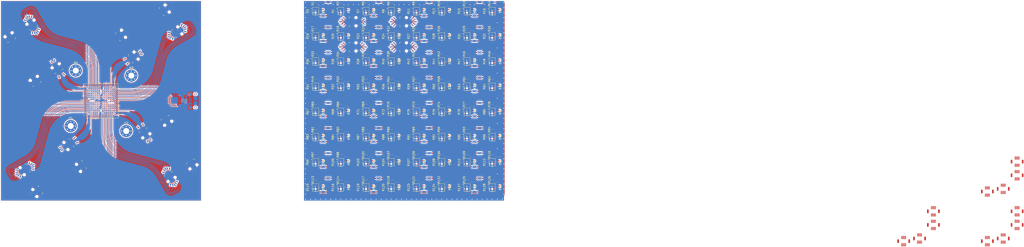
<source format=kicad_pcb>
(kicad_pcb (version 20171130) (host pcbnew "(5.1.6-0-10_14)")

  (general
    (thickness 0.8)
    (drawings 8)
    (tracks 10597)
    (zones 0)
    (modules 296)
    (nets 283)
  )

  (page A4)
  (layers
    (0 F.Cu signal)
    (1 In1.Cu signal)
    (2 In2.Cu signal)
    (31 B.Cu signal)
    (32 B.Adhes user hide)
    (33 F.Adhes user hide)
    (34 B.Paste user hide)
    (35 F.Paste user hide)
    (36 B.SilkS user)
    (37 F.SilkS user)
    (38 B.Mask user hide)
    (39 F.Mask user hide)
    (40 Dwgs.User user)
    (41 Cmts.User user hide)
    (42 Eco1.User user hide)
    (43 Eco2.User user hide)
    (44 Edge.Cuts user)
    (45 Margin user hide)
    (46 B.CrtYd user)
    (47 F.CrtYd user)
    (48 B.Fab user hide)
    (49 F.Fab user hide)
  )

  (setup
    (last_trace_width 0.2)
    (user_trace_width 0.1)
    (user_trace_width 0.125)
    (user_trace_width 0.2)
    (user_trace_width 0.25)
    (user_trace_width 0.3)
    (user_trace_width 0.4)
    (user_trace_width 0.5)
    (user_trace_width 0.75)
    (user_trace_width 1)
    (trace_clearance 0.1)
    (zone_clearance 0.508)
    (zone_45_only no)
    (trace_min 0.1)
    (via_size 0.5)
    (via_drill 0.2)
    (via_min_size 0.4)
    (via_min_drill 0.2)
    (user_via 0.8 0.4)
    (uvia_size 0.3)
    (uvia_drill 0.1)
    (uvias_allowed no)
    (uvia_min_size 0.2)
    (uvia_min_drill 0.1)
    (edge_width 0.05)
    (segment_width 0.2)
    (pcb_text_width 0.3)
    (pcb_text_size 1.5 1.5)
    (mod_edge_width 0.12)
    (mod_text_size 1 1)
    (mod_text_width 0.15)
    (pad_size 3.8 3.8)
    (pad_drill 2.2)
    (pad_to_mask_clearance 0.05)
    (aux_axis_origin 0 0)
    (visible_elements FFFFF77F)
    (pcbplotparams
      (layerselection 0x010fc_ffffffff)
      (usegerberextensions false)
      (usegerberattributes true)
      (usegerberadvancedattributes true)
      (creategerberjobfile true)
      (excludeedgelayer true)
      (linewidth 0.100000)
      (plotframeref false)
      (viasonmask false)
      (mode 1)
      (useauxorigin false)
      (hpglpennumber 1)
      (hpglpenspeed 20)
      (hpglpendiameter 15.000000)
      (psnegative false)
      (psa4output false)
      (plotreference true)
      (plotvalue true)
      (plotinvisibletext false)
      (padsonsilk false)
      (subtractmaskfromsilk false)
      (outputformat 1)
      (mirror false)
      (drillshape 1)
      (scaleselection 1)
      (outputdirectory ""))
  )

  (net 0 "")
  (net 1 GND)
  (net 2 +1V8)
  (net 3 "Net-(U1-PadG10)")
  (net 4 +1V0)
  (net 5 "/Microphone Stage/DATA31")
  (net 6 "/Microphone Stage/DATA30")
  (net 7 "/Microphone Stage/DATA29")
  (net 8 "/Microphone Stage/DATA28")
  (net 9 "/Microphone Stage/DATA27")
  (net 10 "/Microphone Stage/DATA26")
  (net 11 "/Microphone Stage/DATA25")
  (net 12 "/Microphone Stage/DATA24")
  (net 13 "/Microphone Stage/DATA23")
  (net 14 "/Microphone Stage/DATA22")
  (net 15 "/Microphone Stage/DATA21")
  (net 16 "/Microphone Stage/DATA20")
  (net 17 "/Microphone Stage/DATA19")
  (net 18 "/Microphone Stage/DATA18")
  (net 19 "/Microphone Stage/DATA17")
  (net 20 "/Microphone Stage/DATA16")
  (net 21 "/Microphone Stage/DATA15")
  (net 22 "/Microphone Stage/DATA14")
  (net 23 "/Microphone Stage/DATA13")
  (net 24 "/Microphone Stage/DATA12")
  (net 25 "/Microphone Stage/DATA11")
  (net 26 "/Microphone Stage/DATA10")
  (net 27 "/Microphone Stage/DATA9")
  (net 28 "/Microphone Stage/DATA8")
  (net 29 "/Microphone Stage/DATA7")
  (net 30 "/Microphone Stage/DATA6")
  (net 31 "/Microphone Stage/DATA5")
  (net 32 "/Microphone Stage/DATA4")
  (net 33 "/Microphone Stage/DATA3")
  (net 34 "/Microphone Stage/DATA2")
  (net 35 "/Microphone Stage/DATA1")
  (net 36 "/Microphone Stage/DATA0")
  (net 37 "Net-(MK1-Pad1)")
  (net 38 "Net-(MK1-Pad4)")
  (net 39 "Net-(MK2-Pad1)")
  (net 40 "Net-(MK2-Pad4)")
  (net 41 "Net-(MK3-Pad1)")
  (net 42 "Net-(MK3-Pad4)")
  (net 43 "Net-(MK4-Pad1)")
  (net 44 "Net-(MK4-Pad4)")
  (net 45 "Net-(MK5-Pad1)")
  (net 46 "Net-(MK5-Pad4)")
  (net 47 "Net-(MK6-Pad1)")
  (net 48 "Net-(MK6-Pad4)")
  (net 49 "Net-(MK7-Pad1)")
  (net 50 "Net-(MK7-Pad4)")
  (net 51 "Net-(MK8-Pad1)")
  (net 52 "Net-(MK8-Pad4)")
  (net 53 "Net-(MK9-Pad1)")
  (net 54 "Net-(MK9-Pad4)")
  (net 55 "Net-(MK10-Pad1)")
  (net 56 "Net-(MK10-Pad4)")
  (net 57 "Net-(MK11-Pad1)")
  (net 58 "Net-(MK11-Pad4)")
  (net 59 "Net-(MK12-Pad1)")
  (net 60 "Net-(MK12-Pad4)")
  (net 61 "Net-(MK13-Pad1)")
  (net 62 "Net-(MK13-Pad4)")
  (net 63 "Net-(MK14-Pad1)")
  (net 64 "Net-(MK14-Pad4)")
  (net 65 "Net-(MK15-Pad1)")
  (net 66 "Net-(MK15-Pad4)")
  (net 67 "Net-(MK16-Pad1)")
  (net 68 "Net-(MK16-Pad4)")
  (net 69 "Net-(MK17-Pad1)")
  (net 70 "Net-(MK17-Pad4)")
  (net 71 "Net-(MK18-Pad1)")
  (net 72 "Net-(MK18-Pad4)")
  (net 73 "Net-(MK19-Pad1)")
  (net 74 "Net-(MK19-Pad4)")
  (net 75 "Net-(MK20-Pad1)")
  (net 76 "Net-(MK20-Pad4)")
  (net 77 "Net-(MK21-Pad1)")
  (net 78 "Net-(MK21-Pad4)")
  (net 79 "Net-(MK22-Pad1)")
  (net 80 "Net-(MK22-Pad4)")
  (net 81 "Net-(MK23-Pad1)")
  (net 82 "Net-(MK23-Pad4)")
  (net 83 "Net-(MK24-Pad1)")
  (net 84 "Net-(MK24-Pad4)")
  (net 85 "Net-(MK25-Pad1)")
  (net 86 "Net-(MK25-Pad4)")
  (net 87 "Net-(MK26-Pad1)")
  (net 88 "Net-(MK26-Pad4)")
  (net 89 "Net-(MK27-Pad1)")
  (net 90 "Net-(MK27-Pad4)")
  (net 91 "Net-(MK28-Pad1)")
  (net 92 "Net-(MK28-Pad4)")
  (net 93 "Net-(MK29-Pad1)")
  (net 94 "Net-(MK29-Pad4)")
  (net 95 "Net-(MK30-Pad1)")
  (net 96 "Net-(MK30-Pad4)")
  (net 97 "Net-(MK31-Pad1)")
  (net 98 "Net-(MK31-Pad4)")
  (net 99 "Net-(MK32-Pad1)")
  (net 100 "Net-(MK32-Pad4)")
  (net 101 "Net-(MK33-Pad1)")
  (net 102 "Net-(MK33-Pad4)")
  (net 103 "Net-(MK34-Pad1)")
  (net 104 "Net-(MK34-Pad4)")
  (net 105 "Net-(MK35-Pad1)")
  (net 106 "Net-(MK35-Pad4)")
  (net 107 "Net-(MK36-Pad1)")
  (net 108 "Net-(MK36-Pad4)")
  (net 109 "Net-(MK37-Pad1)")
  (net 110 "Net-(MK37-Pad4)")
  (net 111 "Net-(MK38-Pad1)")
  (net 112 "Net-(MK38-Pad4)")
  (net 113 "Net-(MK39-Pad1)")
  (net 114 "Net-(MK39-Pad4)")
  (net 115 "Net-(MK40-Pad1)")
  (net 116 "Net-(MK40-Pad4)")
  (net 117 "Net-(MK41-Pad1)")
  (net 118 "Net-(MK41-Pad4)")
  (net 119 "Net-(MK42-Pad1)")
  (net 120 "Net-(MK42-Pad4)")
  (net 121 "Net-(MK43-Pad1)")
  (net 122 "Net-(MK43-Pad4)")
  (net 123 "Net-(MK44-Pad1)")
  (net 124 "Net-(MK44-Pad4)")
  (net 125 "Net-(MK45-Pad1)")
  (net 126 "Net-(MK45-Pad4)")
  (net 127 "Net-(MK46-Pad1)")
  (net 128 "Net-(MK46-Pad4)")
  (net 129 "Net-(MK47-Pad1)")
  (net 130 "Net-(MK47-Pad4)")
  (net 131 "Net-(MK48-Pad1)")
  (net 132 "Net-(MK48-Pad4)")
  (net 133 "Net-(MK49-Pad1)")
  (net 134 "Net-(MK49-Pad4)")
  (net 135 "Net-(MK50-Pad1)")
  (net 136 "Net-(MK50-Pad4)")
  (net 137 "Net-(MK51-Pad1)")
  (net 138 "Net-(MK51-Pad4)")
  (net 139 "Net-(MK52-Pad1)")
  (net 140 "Net-(MK52-Pad4)")
  (net 141 "Net-(MK53-Pad1)")
  (net 142 "Net-(MK53-Pad4)")
  (net 143 "Net-(MK54-Pad1)")
  (net 144 "Net-(MK54-Pad4)")
  (net 145 "Net-(MK55-Pad1)")
  (net 146 "Net-(MK55-Pad4)")
  (net 147 "Net-(MK56-Pad1)")
  (net 148 "Net-(MK56-Pad4)")
  (net 149 "Net-(MK57-Pad1)")
  (net 150 "Net-(MK57-Pad4)")
  (net 151 "Net-(MK58-Pad1)")
  (net 152 "Net-(MK58-Pad4)")
  (net 153 "Net-(MK59-Pad1)")
  (net 154 "Net-(MK59-Pad4)")
  (net 155 "Net-(MK60-Pad1)")
  (net 156 "Net-(MK60-Pad4)")
  (net 157 "Net-(MK61-Pad1)")
  (net 158 "Net-(MK61-Pad4)")
  (net 159 "Net-(MK62-Pad1)")
  (net 160 "Net-(MK62-Pad4)")
  (net 161 "Net-(MK63-Pad1)")
  (net 162 "Net-(MK63-Pad4)")
  (net 163 "Net-(MK64-Pad1)")
  (net 164 "Net-(MK64-Pad4)")
  (net 165 "/Microphone Stage/CLKIN")
  (net 166 /sheet60181C56/CLKIN)
  (net 167 /sheet60183AB5/CLKIN)
  (net 168 /sheet60183AB6/CLKIN)
  (net 169 /sheet60181C55/CLKOUT)
  (net 170 "/IO Stage/DATA18")
  (net 171 "/IO Stage/DATA19")
  (net 172 "/IO Stage/DATA20")
  (net 173 "/IO Stage/DATA21")
  (net 174 "/IO Stage/DATA6")
  (net 175 "/IO Stage/DATA17")
  (net 176 "/IO Stage/DATA13")
  (net 177 "/IO Stage/DATA14")
  (net 178 "/IO Stage/DATA28")
  (net 179 "/IO Stage/DATA29")
  (net 180 "/IO Stage/DATA30")
  (net 181 "/IO Stage/DATA31")
  (net 182 /sheet60181C56/CLKOUT)
  (net 183 "/IO Stage/DATA50")
  (net 184 "/IO Stage/DATA52")
  (net 185 "/IO Stage/DATA53")
  (net 186 "/IO Stage/DATA54")
  (net 187 "/IO Stage/DATA55")
  (net 188 "/IO Stage/DATA57")
  (net 189 "/IO Stage/DATA58")
  (net 190 "/IO Stage/DATA49")
  (net 191 "/IO Stage/DATA45")
  (net 192 "/IO Stage/DATA59")
  (net 193 "/IO Stage/DATA60")
  (net 194 "/IO Stage/DATA61")
  (net 195 "/IO Stage/DATA63")
  (net 196 "/IO Stage/DATA120")
  (net 197 "/IO Stage/DATA121")
  (net 198 "/IO Stage/DATA122")
  (net 199 /sheet60183AB5/CLKOUT)
  (net 200 "/IO Stage/DATA102")
  (net 201 "/IO Stage/DATA86")
  (net 202 "/IO Stage/DATA87")
  (net 203 "/IO Stage/DATA88")
  (net 204 "/IO Stage/DATA89")
  (net 205 "/IO Stage/DATA90")
  (net 206 "/IO Stage/DATA109")
  (net 207 "/IO Stage/DATA110")
  (net 208 "/IO Stage/DATA123")
  (net 209 "/IO Stage/DATA124")
  (net 210 "/IO Stage/DATA125")
  (net 211 "/IO Stage/DATA126")
  (net 212 "/IO Stage/DATA127")
  (net 213 /sheet60183AB6/CLKOUT)
  (net 214 "/IO Stage/DATA82")
  (net 215 "/IO Stage/DATA83")
  (net 216 "/IO Stage/DATA84")
  (net 217 "/IO Stage/DATA81")
  (net 218 "/IO Stage/DATA77")
  (net 219 "/IO Stage/DATA78")
  (net 220 "/IO Stage/DATA91")
  (net 221 "/IO Stage/DATA92")
  (net 222 "/IO Stage/DATA93")
  (net 223 "/IO Stage/DATA94")
  (net 224 "/IO Stage/DATA95")
  (net 225 "Net-(J33-PadSH)")
  (net 226 +5V)
  (net 227 +3V3)
  (net 228 "/Programming Interface/MISO")
  (net 229 "/Programming Interface/MOSI")
  (net 230 "/Programming Interface/CS")
  (net 231 "/Programming Interface/PROGRAM")
  (net 232 "/Programming Interface/SCK")
  (net 233 "/Programming Interface/INIT")
  (net 234 "/Programming Interface/DONE")
  (net 235 "/IO Stage/DATA62")
  (net 236 "/IO Stage/DATA41")
  (net 237 "/IO Stage/DATA56")
  (net 238 "/IO Stage/DATA51")
  (net 239 "/IO Stage/DATA38")
  (net 240 "/IO Stage/DATA46")
  (net 241 "/IO Stage/DATA9")
  (net 242 "/IO Stage/DATA25")
  (net 243 "/IO Stage/DATA24")
  (net 244 "/IO Stage/DATA16")
  (net 245 "/IO Stage/DATA12")
  (net 246 "/IO Stage/DATA8")
  (net 247 "/IO Stage/DATA27")
  (net 248 "/IO Stage/DATA23")
  (net 249 "/IO Stage/DATA22")
  (net 250 "/IO Stage/DATA26")
  (net 251 "/IO Stage/DATA32")
  (net 252 "/IO Stage/DATA48")
  (net 253 "/IO Stage/DATA44")
  (net 254 "/IO Stage/DATA40")
  (net 255 "/IO Stage/DATA36")
  (net 256 "/IO Stage/DATA47")
  (net 257 "/IO Stage/DATA43")
  (net 258 "/IO Stage/DATA39")
  (net 259 "/IO Stage/DATA35")
  (net 260 "/IO Stage/DATA34")
  (net 261 "/IO Stage/DATA33")
  (net 262 "/IO Stage/DATA37")
  (net 263 "/IO Stage/DATA42")
  (net 264 "/IO Stage/DATA108")
  (net 265 "/IO Stage/DATA104")
  (net 266 "/IO Stage/DATA100")
  (net 267 "/IO Stage/DATA105")
  (net 268 "/IO Stage/DATA113")
  (net 269 "/IO Stage/DATA117")
  (net 270 "/IO Stage/DATA116")
  (net 271 "/IO Stage/DATA80")
  (net 272 "/IO Stage/DATA76")
  (net 273 "/IO Stage/DATA72")
  (net 274 "/IO Stage/DATA119")
  (net 275 "/IO Stage/DATA115")
  (net 276 "/IO Stage/DATA114")
  (net 277 "/IO Stage/DATA118")
  (net 278 "/IO Stage/DATA73")
  (net 279 "/IO Stage/DATA85")
  (net 280 "/IO Stage/DATA70")
  (net 281 "/Programming Interface/USBN")
  (net 282 "/Programming Interface/USBP")

  (net_class Default "This is the default net class."
    (clearance 0.1)
    (trace_width 0.15)
    (via_dia 0.5)
    (via_drill 0.2)
    (uvia_dia 0.3)
    (uvia_drill 0.1)
    (add_net +1V0)
    (add_net +1V8)
    (add_net +3V3)
    (add_net +5V)
    (add_net "/IO Stage/DATA0")
    (add_net "/IO Stage/DATA1")
    (add_net "/IO Stage/DATA10")
    (add_net "/IO Stage/DATA100")
    (add_net "/IO Stage/DATA101")
    (add_net "/IO Stage/DATA102")
    (add_net "/IO Stage/DATA103")
    (add_net "/IO Stage/DATA104")
    (add_net "/IO Stage/DATA105")
    (add_net "/IO Stage/DATA106")
    (add_net "/IO Stage/DATA107")
    (add_net "/IO Stage/DATA108")
    (add_net "/IO Stage/DATA109")
    (add_net "/IO Stage/DATA11")
    (add_net "/IO Stage/DATA110")
    (add_net "/IO Stage/DATA111")
    (add_net "/IO Stage/DATA112")
    (add_net "/IO Stage/DATA113")
    (add_net "/IO Stage/DATA114")
    (add_net "/IO Stage/DATA115")
    (add_net "/IO Stage/DATA116")
    (add_net "/IO Stage/DATA117")
    (add_net "/IO Stage/DATA118")
    (add_net "/IO Stage/DATA119")
    (add_net "/IO Stage/DATA12")
    (add_net "/IO Stage/DATA120")
    (add_net "/IO Stage/DATA121")
    (add_net "/IO Stage/DATA122")
    (add_net "/IO Stage/DATA123")
    (add_net "/IO Stage/DATA124")
    (add_net "/IO Stage/DATA125")
    (add_net "/IO Stage/DATA126")
    (add_net "/IO Stage/DATA127")
    (add_net "/IO Stage/DATA13")
    (add_net "/IO Stage/DATA14")
    (add_net "/IO Stage/DATA15")
    (add_net "/IO Stage/DATA16")
    (add_net "/IO Stage/DATA17")
    (add_net "/IO Stage/DATA18")
    (add_net "/IO Stage/DATA19")
    (add_net "/IO Stage/DATA2")
    (add_net "/IO Stage/DATA20")
    (add_net "/IO Stage/DATA21")
    (add_net "/IO Stage/DATA22")
    (add_net "/IO Stage/DATA23")
    (add_net "/IO Stage/DATA24")
    (add_net "/IO Stage/DATA25")
    (add_net "/IO Stage/DATA26")
    (add_net "/IO Stage/DATA27")
    (add_net "/IO Stage/DATA28")
    (add_net "/IO Stage/DATA29")
    (add_net "/IO Stage/DATA3")
    (add_net "/IO Stage/DATA30")
    (add_net "/IO Stage/DATA31")
    (add_net "/IO Stage/DATA32")
    (add_net "/IO Stage/DATA33")
    (add_net "/IO Stage/DATA34")
    (add_net "/IO Stage/DATA35")
    (add_net "/IO Stage/DATA36")
    (add_net "/IO Stage/DATA37")
    (add_net "/IO Stage/DATA38")
    (add_net "/IO Stage/DATA39")
    (add_net "/IO Stage/DATA4")
    (add_net "/IO Stage/DATA40")
    (add_net "/IO Stage/DATA41")
    (add_net "/IO Stage/DATA42")
    (add_net "/IO Stage/DATA43")
    (add_net "/IO Stage/DATA44")
    (add_net "/IO Stage/DATA45")
    (add_net "/IO Stage/DATA46")
    (add_net "/IO Stage/DATA47")
    (add_net "/IO Stage/DATA48")
    (add_net "/IO Stage/DATA49")
    (add_net "/IO Stage/DATA5")
    (add_net "/IO Stage/DATA50")
    (add_net "/IO Stage/DATA51")
    (add_net "/IO Stage/DATA52")
    (add_net "/IO Stage/DATA53")
    (add_net "/IO Stage/DATA54")
    (add_net "/IO Stage/DATA55")
    (add_net "/IO Stage/DATA56")
    (add_net "/IO Stage/DATA57")
    (add_net "/IO Stage/DATA58")
    (add_net "/IO Stage/DATA59")
    (add_net "/IO Stage/DATA6")
    (add_net "/IO Stage/DATA60")
    (add_net "/IO Stage/DATA61")
    (add_net "/IO Stage/DATA62")
    (add_net "/IO Stage/DATA63")
    (add_net "/IO Stage/DATA64")
    (add_net "/IO Stage/DATA65")
    (add_net "/IO Stage/DATA66")
    (add_net "/IO Stage/DATA67")
    (add_net "/IO Stage/DATA68")
    (add_net "/IO Stage/DATA69")
    (add_net "/IO Stage/DATA7")
    (add_net "/IO Stage/DATA70")
    (add_net "/IO Stage/DATA71")
    (add_net "/IO Stage/DATA72")
    (add_net "/IO Stage/DATA73")
    (add_net "/IO Stage/DATA74")
    (add_net "/IO Stage/DATA75")
    (add_net "/IO Stage/DATA76")
    (add_net "/IO Stage/DATA77")
    (add_net "/IO Stage/DATA78")
    (add_net "/IO Stage/DATA79")
    (add_net "/IO Stage/DATA8")
    (add_net "/IO Stage/DATA80")
    (add_net "/IO Stage/DATA81")
    (add_net "/IO Stage/DATA82")
    (add_net "/IO Stage/DATA83")
    (add_net "/IO Stage/DATA84")
    (add_net "/IO Stage/DATA85")
    (add_net "/IO Stage/DATA86")
    (add_net "/IO Stage/DATA87")
    (add_net "/IO Stage/DATA88")
    (add_net "/IO Stage/DATA89")
    (add_net "/IO Stage/DATA9")
    (add_net "/IO Stage/DATA90")
    (add_net "/IO Stage/DATA91")
    (add_net "/IO Stage/DATA92")
    (add_net "/IO Stage/DATA93")
    (add_net "/IO Stage/DATA94")
    (add_net "/IO Stage/DATA95")
    (add_net "/IO Stage/DATA97")
    (add_net "/IO Stage/DATA98")
    (add_net "/IO Stage/DATA99")
    (add_net "/Microphone Stage/CLKIN")
    (add_net "/Microphone Stage/DATA0")
    (add_net "/Microphone Stage/DATA1")
    (add_net "/Microphone Stage/DATA10")
    (add_net "/Microphone Stage/DATA11")
    (add_net "/Microphone Stage/DATA12")
    (add_net "/Microphone Stage/DATA13")
    (add_net "/Microphone Stage/DATA14")
    (add_net "/Microphone Stage/DATA15")
    (add_net "/Microphone Stage/DATA16")
    (add_net "/Microphone Stage/DATA17")
    (add_net "/Microphone Stage/DATA18")
    (add_net "/Microphone Stage/DATA19")
    (add_net "/Microphone Stage/DATA2")
    (add_net "/Microphone Stage/DATA20")
    (add_net "/Microphone Stage/DATA21")
    (add_net "/Microphone Stage/DATA22")
    (add_net "/Microphone Stage/DATA23")
    (add_net "/Microphone Stage/DATA24")
    (add_net "/Microphone Stage/DATA25")
    (add_net "/Microphone Stage/DATA26")
    (add_net "/Microphone Stage/DATA27")
    (add_net "/Microphone Stage/DATA28")
    (add_net "/Microphone Stage/DATA29")
    (add_net "/Microphone Stage/DATA3")
    (add_net "/Microphone Stage/DATA30")
    (add_net "/Microphone Stage/DATA31")
    (add_net "/Microphone Stage/DATA4")
    (add_net "/Microphone Stage/DATA5")
    (add_net "/Microphone Stage/DATA6")
    (add_net "/Microphone Stage/DATA7")
    (add_net "/Microphone Stage/DATA8")
    (add_net "/Microphone Stage/DATA9")
    (add_net "/Programming Interface/CS")
    (add_net "/Programming Interface/DONE")
    (add_net "/Programming Interface/INIT")
    (add_net "/Programming Interface/MISO")
    (add_net "/Programming Interface/MOSI")
    (add_net "/Programming Interface/PROGRAM")
    (add_net "/Programming Interface/SCK")
    (add_net "/Programming Interface/USBN")
    (add_net "/Programming Interface/USBP")
    (add_net /sheet60181C55/CLKOUT)
    (add_net /sheet60181C56/CLKIN)
    (add_net /sheet60181C56/CLKOUT)
    (add_net /sheet60181C56/DI0)
    (add_net /sheet60181C56/DI1)
    (add_net /sheet60181C56/DI10)
    (add_net /sheet60181C56/DI11)
    (add_net /sheet60181C56/DI12)
    (add_net /sheet60181C56/DI13)
    (add_net /sheet60181C56/DI14)
    (add_net /sheet60181C56/DI15)
    (add_net /sheet60181C56/DI16)
    (add_net /sheet60181C56/DI17)
    (add_net /sheet60181C56/DI18)
    (add_net /sheet60181C56/DI19)
    (add_net /sheet60181C56/DI2)
    (add_net /sheet60181C56/DI20)
    (add_net /sheet60181C56/DI21)
    (add_net /sheet60181C56/DI22)
    (add_net /sheet60181C56/DI23)
    (add_net /sheet60181C56/DI24)
    (add_net /sheet60181C56/DI25)
    (add_net /sheet60181C56/DI26)
    (add_net /sheet60181C56/DI27)
    (add_net /sheet60181C56/DI28)
    (add_net /sheet60181C56/DI29)
    (add_net /sheet60181C56/DI3)
    (add_net /sheet60181C56/DI30)
    (add_net /sheet60181C56/DI31)
    (add_net /sheet60181C56/DI4)
    (add_net /sheet60181C56/DI5)
    (add_net /sheet60181C56/DI6)
    (add_net /sheet60181C56/DI7)
    (add_net /sheet60181C56/DI8)
    (add_net /sheet60181C56/DI9)
    (add_net /sheet60183AB5/CLKIN)
    (add_net /sheet60183AB5/CLKOUT)
    (add_net /sheet60183AB5/DI0)
    (add_net /sheet60183AB5/DI1)
    (add_net /sheet60183AB5/DI10)
    (add_net /sheet60183AB5/DI11)
    (add_net /sheet60183AB5/DI12)
    (add_net /sheet60183AB5/DI13)
    (add_net /sheet60183AB5/DI14)
    (add_net /sheet60183AB5/DI15)
    (add_net /sheet60183AB5/DI16)
    (add_net /sheet60183AB5/DI17)
    (add_net /sheet60183AB5/DI18)
    (add_net /sheet60183AB5/DI19)
    (add_net /sheet60183AB5/DI2)
    (add_net /sheet60183AB5/DI20)
    (add_net /sheet60183AB5/DI21)
    (add_net /sheet60183AB5/DI22)
    (add_net /sheet60183AB5/DI23)
    (add_net /sheet60183AB5/DI24)
    (add_net /sheet60183AB5/DI25)
    (add_net /sheet60183AB5/DI26)
    (add_net /sheet60183AB5/DI27)
    (add_net /sheet60183AB5/DI28)
    (add_net /sheet60183AB5/DI29)
    (add_net /sheet60183AB5/DI3)
    (add_net /sheet60183AB5/DI30)
    (add_net /sheet60183AB5/DI31)
    (add_net /sheet60183AB5/DI4)
    (add_net /sheet60183AB5/DI5)
    (add_net /sheet60183AB5/DI6)
    (add_net /sheet60183AB5/DI7)
    (add_net /sheet60183AB5/DI8)
    (add_net /sheet60183AB5/DI9)
    (add_net /sheet60183AB6/CLKIN)
    (add_net /sheet60183AB6/CLKOUT)
    (add_net /sheet60183AB6/DI0)
    (add_net /sheet60183AB6/DI1)
    (add_net /sheet60183AB6/DI10)
    (add_net /sheet60183AB6/DI11)
    (add_net /sheet60183AB6/DI12)
    (add_net /sheet60183AB6/DI13)
    (add_net /sheet60183AB6/DI14)
    (add_net /sheet60183AB6/DI15)
    (add_net /sheet60183AB6/DI16)
    (add_net /sheet60183AB6/DI17)
    (add_net /sheet60183AB6/DI18)
    (add_net /sheet60183AB6/DI19)
    (add_net /sheet60183AB6/DI2)
    (add_net /sheet60183AB6/DI20)
    (add_net /sheet60183AB6/DI21)
    (add_net /sheet60183AB6/DI22)
    (add_net /sheet60183AB6/DI23)
    (add_net /sheet60183AB6/DI24)
    (add_net /sheet60183AB6/DI25)
    (add_net /sheet60183AB6/DI26)
    (add_net /sheet60183AB6/DI27)
    (add_net /sheet60183AB6/DI28)
    (add_net /sheet60183AB6/DI29)
    (add_net /sheet60183AB6/DI3)
    (add_net /sheet60183AB6/DI30)
    (add_net /sheet60183AB6/DI31)
    (add_net /sheet60183AB6/DI4)
    (add_net /sheet60183AB6/DI5)
    (add_net /sheet60183AB6/DI6)
    (add_net /sheet60183AB6/DI7)
    (add_net /sheet60183AB6/DI8)
    (add_net /sheet60183AB6/DI9)
    (add_net GND)
    (add_net "Net-(J33-Pad2)")
    (add_net "Net-(J33-PadSH)")
    (add_net "Net-(MK1-Pad1)")
    (add_net "Net-(MK1-Pad4)")
    (add_net "Net-(MK10-Pad1)")
    (add_net "Net-(MK10-Pad4)")
    (add_net "Net-(MK11-Pad1)")
    (add_net "Net-(MK11-Pad4)")
    (add_net "Net-(MK12-Pad1)")
    (add_net "Net-(MK12-Pad4)")
    (add_net "Net-(MK13-Pad1)")
    (add_net "Net-(MK13-Pad4)")
    (add_net "Net-(MK14-Pad1)")
    (add_net "Net-(MK14-Pad4)")
    (add_net "Net-(MK15-Pad1)")
    (add_net "Net-(MK15-Pad4)")
    (add_net "Net-(MK16-Pad1)")
    (add_net "Net-(MK16-Pad4)")
    (add_net "Net-(MK17-Pad1)")
    (add_net "Net-(MK17-Pad4)")
    (add_net "Net-(MK18-Pad1)")
    (add_net "Net-(MK18-Pad4)")
    (add_net "Net-(MK19-Pad1)")
    (add_net "Net-(MK19-Pad4)")
    (add_net "Net-(MK2-Pad1)")
    (add_net "Net-(MK2-Pad4)")
    (add_net "Net-(MK20-Pad1)")
    (add_net "Net-(MK20-Pad4)")
    (add_net "Net-(MK21-Pad1)")
    (add_net "Net-(MK21-Pad4)")
    (add_net "Net-(MK22-Pad1)")
    (add_net "Net-(MK22-Pad4)")
    (add_net "Net-(MK23-Pad1)")
    (add_net "Net-(MK23-Pad4)")
    (add_net "Net-(MK24-Pad1)")
    (add_net "Net-(MK24-Pad4)")
    (add_net "Net-(MK25-Pad1)")
    (add_net "Net-(MK25-Pad4)")
    (add_net "Net-(MK26-Pad1)")
    (add_net "Net-(MK26-Pad4)")
    (add_net "Net-(MK27-Pad1)")
    (add_net "Net-(MK27-Pad4)")
    (add_net "Net-(MK28-Pad1)")
    (add_net "Net-(MK28-Pad4)")
    (add_net "Net-(MK29-Pad1)")
    (add_net "Net-(MK29-Pad4)")
    (add_net "Net-(MK3-Pad1)")
    (add_net "Net-(MK3-Pad4)")
    (add_net "Net-(MK30-Pad1)")
    (add_net "Net-(MK30-Pad4)")
    (add_net "Net-(MK31-Pad1)")
    (add_net "Net-(MK31-Pad4)")
    (add_net "Net-(MK32-Pad1)")
    (add_net "Net-(MK32-Pad4)")
    (add_net "Net-(MK33-Pad1)")
    (add_net "Net-(MK33-Pad4)")
    (add_net "Net-(MK34-Pad1)")
    (add_net "Net-(MK34-Pad4)")
    (add_net "Net-(MK35-Pad1)")
    (add_net "Net-(MK35-Pad4)")
    (add_net "Net-(MK36-Pad1)")
    (add_net "Net-(MK36-Pad4)")
    (add_net "Net-(MK37-Pad1)")
    (add_net "Net-(MK37-Pad4)")
    (add_net "Net-(MK38-Pad1)")
    (add_net "Net-(MK38-Pad4)")
    (add_net "Net-(MK39-Pad1)")
    (add_net "Net-(MK39-Pad4)")
    (add_net "Net-(MK4-Pad1)")
    (add_net "Net-(MK4-Pad4)")
    (add_net "Net-(MK40-Pad1)")
    (add_net "Net-(MK40-Pad4)")
    (add_net "Net-(MK41-Pad1)")
    (add_net "Net-(MK41-Pad4)")
    (add_net "Net-(MK42-Pad1)")
    (add_net "Net-(MK42-Pad4)")
    (add_net "Net-(MK43-Pad1)")
    (add_net "Net-(MK43-Pad4)")
    (add_net "Net-(MK44-Pad1)")
    (add_net "Net-(MK44-Pad4)")
    (add_net "Net-(MK45-Pad1)")
    (add_net "Net-(MK45-Pad4)")
    (add_net "Net-(MK46-Pad1)")
    (add_net "Net-(MK46-Pad4)")
    (add_net "Net-(MK47-Pad1)")
    (add_net "Net-(MK47-Pad4)")
    (add_net "Net-(MK48-Pad1)")
    (add_net "Net-(MK48-Pad4)")
    (add_net "Net-(MK49-Pad1)")
    (add_net "Net-(MK49-Pad4)")
    (add_net "Net-(MK5-Pad1)")
    (add_net "Net-(MK5-Pad4)")
    (add_net "Net-(MK50-Pad1)")
    (add_net "Net-(MK50-Pad4)")
    (add_net "Net-(MK51-Pad1)")
    (add_net "Net-(MK51-Pad4)")
    (add_net "Net-(MK52-Pad1)")
    (add_net "Net-(MK52-Pad4)")
    (add_net "Net-(MK53-Pad1)")
    (add_net "Net-(MK53-Pad4)")
    (add_net "Net-(MK54-Pad1)")
    (add_net "Net-(MK54-Pad4)")
    (add_net "Net-(MK55-Pad1)")
    (add_net "Net-(MK55-Pad4)")
    (add_net "Net-(MK56-Pad1)")
    (add_net "Net-(MK56-Pad4)")
    (add_net "Net-(MK57-Pad1)")
    (add_net "Net-(MK57-Pad4)")
    (add_net "Net-(MK58-Pad1)")
    (add_net "Net-(MK58-Pad4)")
    (add_net "Net-(MK59-Pad1)")
    (add_net "Net-(MK59-Pad4)")
    (add_net "Net-(MK6-Pad1)")
    (add_net "Net-(MK6-Pad4)")
    (add_net "Net-(MK60-Pad1)")
    (add_net "Net-(MK60-Pad4)")
    (add_net "Net-(MK61-Pad1)")
    (add_net "Net-(MK61-Pad4)")
    (add_net "Net-(MK62-Pad1)")
    (add_net "Net-(MK62-Pad4)")
    (add_net "Net-(MK63-Pad1)")
    (add_net "Net-(MK63-Pad4)")
    (add_net "Net-(MK64-Pad1)")
    (add_net "Net-(MK64-Pad4)")
    (add_net "Net-(MK7-Pad1)")
    (add_net "Net-(MK7-Pad4)")
    (add_net "Net-(MK8-Pad1)")
    (add_net "Net-(MK8-Pad4)")
    (add_net "Net-(MK9-Pad1)")
    (add_net "Net-(MK9-Pad4)")
    (add_net "Net-(U1-PadC13)")
    (add_net "Net-(U1-PadC14)")
    (add_net "Net-(U1-PadD13)")
    (add_net "Net-(U1-PadD14)")
    (add_net "Net-(U1-PadE12)")
    (add_net "Net-(U1-PadF12)")
    (add_net "Net-(U1-PadF14)")
    (add_net "Net-(U1-PadG10)")
    (add_net "Net-(U1-PadG11)")
    (add_net "Net-(U1-PadG12)")
    (add_net "Net-(U1-PadG14)")
    (add_net "Net-(U1-PadJ3)")
    (add_net "Net-(U1-PadJ4)")
    (add_net "Net-(U1-PadJ5)")
    (add_net "Net-(U1-PadK3)")
    (add_net "Net-(U1-PadK5)")
    (add_net "Net-(U1-PadL3)")
    (add_net "Net-(U1-PadL5)")
    (add_net "Net-(U1-PadM11)")
    (add_net "Net-(U1-PadM12)")
    (add_net "Net-(U1-PadM5)")
    (add_net "Net-(U1-PadN11)")
    (add_net "Net-(U1-PadN13)")
    (add_net "Net-(U1-PadN14)")
    (add_net "Net-(U1-PadN3)")
    (add_net "Net-(U1-PadN4)")
    (add_net "Net-(U1-PadN9)")
    (add_net "Net-(U1-PadP10)")
    (add_net "Net-(U1-PadP11)")
    (add_net "Net-(U1-PadP13)")
    (add_net "Net-(U1-PadP14)")
    (add_net "Net-(U1-PadP3)")
    (add_net "Net-(U1-PadP4)")
    (add_net "Net-(U1-PadP9)")
    (add_net "Net-(U2-Pad1)")
    (add_net "Net-(U2-Pad12)")
    (add_net "Net-(U2-Pad17)")
    (add_net "Net-(U2-Pad19)")
    (add_net "Net-(U2-Pad2)")
    (add_net "Net-(U2-Pad20)")
    (add_net "Net-(U2-Pad21)")
    (add_net "Net-(U2-Pad3)")
    (add_net "Net-(U2-Pad4)")
    (add_net "Net-(U2-Pad5)")
  )

  (module MountingHole:MountingHole_3mm_Pad_Via (layer F.Cu) (tedit 56DDBED4) (tstamp 6077C5D4)
    (at 87.5 85)
    (descr "Mounting Hole 3mm")
    (tags "mounting hole 3mm")
    (path /6046DC44)
    (attr virtual)
    (fp_text reference H4 (at 0 -4) (layer F.SilkS)
      (effects (font (size 1 1) (thickness 0.15)))
    )
    (fp_text value MountingHole (at 0 4) (layer F.Fab)
      (effects (font (size 1 1) (thickness 0.15)))
    )
    (fp_text user %R (at 0.3 0) (layer F.Fab)
      (effects (font (size 1 1) (thickness 0.15)))
    )
    (fp_circle (center 0 0) (end 3 0) (layer Cmts.User) (width 0.15))
    (fp_circle (center 0 0) (end 3.25 0) (layer F.CrtYd) (width 0.05))
    (pad 1 thru_hole circle (at 1.59099 -1.59099) (size 0.8 0.8) (drill 0.5) (layers *.Cu *.Mask))
    (pad 1 thru_hole circle (at 0 -2.25) (size 0.8 0.8) (drill 0.5) (layers *.Cu *.Mask))
    (pad 1 thru_hole circle (at -1.59099 -1.59099) (size 0.8 0.8) (drill 0.5) (layers *.Cu *.Mask))
    (pad 1 thru_hole circle (at -2.25 0) (size 0.8 0.8) (drill 0.5) (layers *.Cu *.Mask))
    (pad 1 thru_hole circle (at -1.59099 1.59099) (size 0.8 0.8) (drill 0.5) (layers *.Cu *.Mask))
    (pad 1 thru_hole circle (at 0 2.25) (size 0.8 0.8) (drill 0.5) (layers *.Cu *.Mask))
    (pad 1 thru_hole circle (at 1.59099 1.59099) (size 0.8 0.8) (drill 0.5) (layers *.Cu *.Mask))
    (pad 1 thru_hole circle (at 2.25 0) (size 0.8 0.8) (drill 0.5) (layers *.Cu *.Mask))
    (pad 1 thru_hole circle (at 0 0) (size 6 6) (drill 3) (layers *.Cu *.Mask))
  )

  (module MountingHole:MountingHole_3mm_Pad_Via (layer F.Cu) (tedit 56DDBED4) (tstamp 6077C5C4)
    (at 115 87.5)
    (descr "Mounting Hole 3mm")
    (tags "mounting hole 3mm")
    (path /6046DB39)
    (attr virtual)
    (fp_text reference H3 (at 0 -4) (layer F.SilkS)
      (effects (font (size 1 1) (thickness 0.15)))
    )
    (fp_text value MountingHole (at 0 4) (layer F.Fab)
      (effects (font (size 1 1) (thickness 0.15)))
    )
    (fp_text user %R (at 0.3 0) (layer F.Fab)
      (effects (font (size 1 1) (thickness 0.15)))
    )
    (fp_circle (center 0 0) (end 3 0) (layer Cmts.User) (width 0.15))
    (fp_circle (center 0 0) (end 3.25 0) (layer F.CrtYd) (width 0.05))
    (pad 1 thru_hole circle (at 1.59099 -1.59099) (size 0.8 0.8) (drill 0.5) (layers *.Cu *.Mask))
    (pad 1 thru_hole circle (at 0 -2.25) (size 0.8 0.8) (drill 0.5) (layers *.Cu *.Mask))
    (pad 1 thru_hole circle (at -1.59099 -1.59099) (size 0.8 0.8) (drill 0.5) (layers *.Cu *.Mask))
    (pad 1 thru_hole circle (at -2.25 0) (size 0.8 0.8) (drill 0.5) (layers *.Cu *.Mask))
    (pad 1 thru_hole circle (at -1.59099 1.59099) (size 0.8 0.8) (drill 0.5) (layers *.Cu *.Mask))
    (pad 1 thru_hole circle (at 0 2.25) (size 0.8 0.8) (drill 0.5) (layers *.Cu *.Mask))
    (pad 1 thru_hole circle (at 1.59099 1.59099) (size 0.8 0.8) (drill 0.5) (layers *.Cu *.Mask))
    (pad 1 thru_hole circle (at 2.25 0) (size 0.8 0.8) (drill 0.5) (layers *.Cu *.Mask))
    (pad 1 thru_hole circle (at 0 0) (size 6 6) (drill 3) (layers *.Cu *.Mask))
  )

  (module MountingHole:MountingHole_3mm_Pad_Via (layer F.Cu) (tedit 56DDBED4) (tstamp 6077C5B4)
    (at 112.5 115)
    (descr "Mounting Hole 3mm")
    (tags "mounting hole 3mm")
    (path /6046D998)
    (attr virtual)
    (fp_text reference H2 (at 0 -4) (layer F.SilkS)
      (effects (font (size 1 1) (thickness 0.15)))
    )
    (fp_text value MountingHole (at 0 4) (layer F.Fab)
      (effects (font (size 1 1) (thickness 0.15)))
    )
    (fp_text user %R (at 0.3 0) (layer F.Fab)
      (effects (font (size 1 1) (thickness 0.15)))
    )
    (fp_circle (center 0 0) (end 3 0) (layer Cmts.User) (width 0.15))
    (fp_circle (center 0 0) (end 3.25 0) (layer F.CrtYd) (width 0.05))
    (pad 1 thru_hole circle (at 1.59099 -1.59099) (size 0.8 0.8) (drill 0.5) (layers *.Cu *.Mask))
    (pad 1 thru_hole circle (at 0 -2.25) (size 0.8 0.8) (drill 0.5) (layers *.Cu *.Mask))
    (pad 1 thru_hole circle (at -1.59099 -1.59099) (size 0.8 0.8) (drill 0.5) (layers *.Cu *.Mask))
    (pad 1 thru_hole circle (at -2.25 0) (size 0.8 0.8) (drill 0.5) (layers *.Cu *.Mask))
    (pad 1 thru_hole circle (at -1.59099 1.59099) (size 0.8 0.8) (drill 0.5) (layers *.Cu *.Mask))
    (pad 1 thru_hole circle (at 0 2.25) (size 0.8 0.8) (drill 0.5) (layers *.Cu *.Mask))
    (pad 1 thru_hole circle (at 1.59099 1.59099) (size 0.8 0.8) (drill 0.5) (layers *.Cu *.Mask))
    (pad 1 thru_hole circle (at 2.25 0) (size 0.8 0.8) (drill 0.5) (layers *.Cu *.Mask))
    (pad 1 thru_hole circle (at 0 0) (size 6 6) (drill 3) (layers *.Cu *.Mask))
  )

  (module MountingHole:MountingHole_3mm_Pad_Via (layer F.Cu) (tedit 56DDBED4) (tstamp 6077F0B6)
    (at 85 112.5)
    (descr "Mounting Hole 3mm")
    (tags "mounting hole 3mm")
    (path /6046D656)
    (attr virtual)
    (fp_text reference H1 (at 0 -4) (layer F.SilkS)
      (effects (font (size 1 1) (thickness 0.15)))
    )
    (fp_text value MountingHole (at 0 4) (layer F.Fab)
      (effects (font (size 1 1) (thickness 0.15)))
    )
    (fp_text user %R (at 0.3 0) (layer F.Fab)
      (effects (font (size 1 1) (thickness 0.15)))
    )
    (fp_circle (center 0 0) (end 3 0) (layer Cmts.User) (width 0.15))
    (fp_circle (center 0 0) (end 3.25 0) (layer F.CrtYd) (width 0.05))
    (pad 1 thru_hole circle (at 1.59099 -1.59099) (size 0.8 0.8) (drill 0.5) (layers *.Cu *.Mask))
    (pad 1 thru_hole circle (at 0 -2.25) (size 0.8 0.8) (drill 0.5) (layers *.Cu *.Mask))
    (pad 1 thru_hole circle (at -1.59099 -1.59099) (size 0.8 0.8) (drill 0.5) (layers *.Cu *.Mask))
    (pad 1 thru_hole circle (at -2.25 0) (size 0.8 0.8) (drill 0.5) (layers *.Cu *.Mask))
    (pad 1 thru_hole circle (at -1.59099 1.59099) (size 0.8 0.8) (drill 0.5) (layers *.Cu *.Mask))
    (pad 1 thru_hole circle (at 0 2.25) (size 0.8 0.8) (drill 0.5) (layers *.Cu *.Mask))
    (pad 1 thru_hole circle (at 1.59099 1.59099) (size 0.8 0.8) (drill 0.5) (layers *.Cu *.Mask))
    (pad 1 thru_hole circle (at 2.25 0) (size 0.8 0.8) (drill 0.5) (layers *.Cu *.Mask))
    (pad 1 thru_hole circle (at 0 0) (size 6 6) (drill 3) (layers *.Cu *.Mask))
  )

  (module Inductor_SMD:L_0603_1608Metric (layer B.Cu) (tedit 5B301BBE) (tstamp 601A44FE)
    (at 142.065889 97.159197 90)
    (descr "Inductor SMD 0603 (1608 Metric), square (rectangular) end terminal, IPC_7351 nominal, (Body size source: http://www.tortai-tech.com/upload/download/2011102023233369053.pdf), generated with kicad-footprint-generator")
    (tags inductor)
    (path /60131D15/6019F4E2)
    (attr smd)
    (fp_text reference L1 (at 0 1.43 270) (layer B.SilkS)
      (effects (font (size 1 1) (thickness 0.15)) (justify mirror))
    )
    (fp_text value L (at 0 -1.43 270) (layer B.Fab)
      (effects (font (size 1 1) (thickness 0.15)) (justify mirror))
    )
    (fp_text user %R (at 0 0 270) (layer B.Fab)
      (effects (font (size 0.4 0.4) (thickness 0.06)) (justify mirror))
    )
    (fp_line (start -0.8 -0.4) (end -0.8 0.4) (layer B.Fab) (width 0.1))
    (fp_line (start -0.8 0.4) (end 0.8 0.4) (layer B.Fab) (width 0.1))
    (fp_line (start 0.8 0.4) (end 0.8 -0.4) (layer B.Fab) (width 0.1))
    (fp_line (start 0.8 -0.4) (end -0.8 -0.4) (layer B.Fab) (width 0.1))
    (fp_line (start -0.162779 0.51) (end 0.162779 0.51) (layer B.SilkS) (width 0.12))
    (fp_line (start -0.162779 -0.51) (end 0.162779 -0.51) (layer B.SilkS) (width 0.12))
    (fp_line (start -1.48 -0.73) (end -1.48 0.73) (layer B.CrtYd) (width 0.05))
    (fp_line (start -1.48 0.73) (end 1.48 0.73) (layer B.CrtYd) (width 0.05))
    (fp_line (start 1.48 0.73) (end 1.48 -0.73) (layer B.CrtYd) (width 0.05))
    (fp_line (start 1.48 -0.73) (end -1.48 -0.73) (layer B.CrtYd) (width 0.05))
    (pad 2 smd roundrect (at 0.7875 0 90) (size 0.875 0.95) (layers B.Cu B.Paste B.Mask) (roundrect_rratio 0.25)
      (net 1 GND))
    (pad 1 smd roundrect (at -0.7875 0 90) (size 0.875 0.95) (layers B.Cu B.Paste B.Mask) (roundrect_rratio 0.25)
      (net 225 "Net-(J33-PadSH)"))
    (model ${KISYS3DMOD}/Inductor_SMD.3dshapes/L_0603_1608Metric.wrl
      (at (xyz 0 0 0))
      (scale (xyz 1 1 1))
      (rotate (xyz 0 0 0))
    )
  )

  (module digikey-footprints:USB_Micro_B_Female_10118193-0001LF (layer B.Cu) (tedit 5D28ADC2) (tstamp 6017D00E)
    (at 146.8 100 270)
    (descr http://portal.fciconnect.com/Comergent//fci/drawing/10118193.pdf)
    (path /60131D15/6019DDCC)
    (attr smd)
    (fp_text reference J33 (at 0 4.75 270) (layer B.SilkS)
      (effects (font (size 1 1) (thickness 0.15)) (justify mirror))
    )
    (fp_text value 10118193-0001LF (at 0 -4.5 270) (layer B.Fab)
      (effects (font (size 1 1) (thickness 0.15)) (justify mirror))
    )
    (fp_text user %R (at 0.06 -1.86 270) (layer B.Fab)
      (effects (font (size 1 1) (thickness 0.15)) (justify mirror))
    )
    (fp_line (start -4.25 3.75) (end -4.25 -3) (layer B.CrtYd) (width 0.05))
    (fp_line (start -4.25 -3) (end 4.25 -3) (layer B.CrtYd) (width 0.05))
    (fp_line (start -4.25 3.75) (end 4.25 3.75) (layer B.CrtYd) (width 0.05))
    (fp_line (start 4.25 3.75) (end 4.25 -3) (layer B.CrtYd) (width 0.05))
    (fp_line (start -3.93 -2.75) (end -3.93 2.34) (layer B.Fab) (width 0.1))
    (fp_line (start 3.93 2.9) (end -3.37 2.9) (layer B.Fab) (width 0.1))
    (fp_line (start -3.93 2.34) (end -3.37 2.9) (layer B.Fab) (width 0.1))
    (fp_line (start -3.93 -2.75) (end 3.93 -2.75) (layer B.Fab) (width 0.1))
    (fp_line (start 3.93 -2.75) (end 3.93 2.9) (layer B.Fab) (width 0.1))
    (fp_line (start -4.05 3.2) (end -4.05 1.75) (layer B.SilkS) (width 0.1))
    (fp_line (start -4.05 3.21) (end -2.4 3.21) (layer B.SilkS) (width 0.1))
    (fp_line (start 4.06 3.22) (end 2.4 3.22) (layer B.SilkS) (width 0.1))
    (fp_line (start 4.06 3.22) (end 4.06 1.75) (layer B.SilkS) (width 0.1))
    (fp_line (start -4.013324 -2.46) (end -4.013324 -2.84) (layer B.SilkS) (width 0.1))
    (fp_line (start -4.013324 -2.84) (end -3.643324 -2.84) (layer B.SilkS) (width 0.1))
    (fp_line (start 4.014908 -2.841848) (end 3.644908 -2.841848) (layer B.SilkS) (width 0.1))
    (fp_line (start 4.014908 -2.461848) (end 4.014908 -2.841848) (layer B.SilkS) (width 0.1))
    (pad SH smd rect (at 1.2 0 270) (size 1.9 1.9) (layers B.Cu B.Paste B.Mask)
      (net 225 "Net-(J33-PadSH)"))
    (pad SH smd rect (at -1.2 0 270) (size 1.9 1.9) (layers B.Cu B.Paste B.Mask)
      (net 225 "Net-(J33-PadSH)"))
    (pad SH smd rect (at 3.2 2.45 270) (size 1.6 1.4) (layers B.Cu B.Paste B.Mask)
      (net 225 "Net-(J33-PadSH)"))
    (pad SH smd rect (at -3.2 2.45 270) (size 1.6 1.4) (layers B.Cu B.Paste B.Mask)
      (net 225 "Net-(J33-PadSH)"))
    (pad SH thru_hole oval (at -3.3 0 270) (size 0.9 1.6) (drill oval 0.5 1.2) (layers *.Cu *.Mask)
      (net 225 "Net-(J33-PadSH)"))
    (pad SH thru_hole oval (at 3.3 0 270) (size 0.9 1.6) (drill oval 0.5 1.2) (layers *.Cu *.Mask)
      (net 225 "Net-(J33-PadSH)"))
    (pad 1 smd rect (at -1.3 2.675 270) (size 0.4 1.35) (layers B.Cu B.Paste B.Mask)
      (net 226 +5V))
    (pad 2 smd rect (at -0.65 2.675 270) (size 0.4 1.35) (layers B.Cu B.Paste B.Mask))
    (pad 5 smd rect (at 1.3 2.675 270) (size 0.4 1.35) (layers B.Cu B.Paste B.Mask)
      (net 1 GND))
    (pad 4 smd rect (at 0.65 2.675 270) (size 0.4 1.35) (layers B.Cu B.Paste B.Mask)
      (net 281 "/Programming Interface/USBN"))
    (pad 3 smd rect (at 0 2.675 270) (size 0.4 1.35) (layers B.Cu B.Paste B.Mask)
      (net 282 "/Programming Interface/USBP"))
  )

  (module Connector_Amphenol:AMPHENOL_10132798-011100LF locked (layer F.Cu) (tedit 60185882) (tstamp 601CAED1)
    (at 145.010418 131.459574 210)
    (path /60183B3E/60173004)
    (fp_text reference J32 (at 0.825 -3.625 30) (layer F.SilkS)
      (effects (font (size 1 1) (thickness 0.015)))
    )
    (fp_text value 10132798-011100LF (at 14.16 3.465 30) (layer F.Fab)
      (effects (font (size 1 1) (thickness 0.015)))
    )
    (fp_line (start -2.3 -1.8) (end 2.3 -1.8) (layer F.Fab) (width 0.127))
    (fp_line (start 2.3 -1.8) (end 2.3 1.8) (layer F.Fab) (width 0.127))
    (fp_line (start 2.3 1.8) (end -2.3 1.8) (layer F.Fab) (width 0.127))
    (fp_line (start -2.3 1.8) (end -2.3 -1.8) (layer F.Fab) (width 0.127))
    (fp_line (start -2.3 1.3) (end -2.3 1.8) (layer F.SilkS) (width 0.127))
    (fp_line (start -2.3 1.8) (end -1.55 1.8) (layer F.SilkS) (width 0.127))
    (fp_line (start 1.55 1.8) (end 2.3 1.8) (layer F.SilkS) (width 0.127))
    (fp_line (start 2.3 1.8) (end 2.3 1.3) (layer F.SilkS) (width 0.127))
    (fp_circle (center -1.65 -2.35) (end -1.55 -2.35) (layer F.SilkS) (width 0.2))
    (fp_circle (center -1.65 -2.35) (end -1.55 -2.35) (layer F.Fab) (width 0.2))
    (fp_line (start -3.35 -2.85) (end 3.35 -2.85) (layer F.CrtYd) (width 0.05))
    (fp_line (start 3.35 -2.85) (end 3.35 2.85) (layer F.CrtYd) (width 0.05))
    (fp_line (start 3.35 2.85) (end -3.35 2.85) (layer F.CrtYd) (width 0.05))
    (fp_line (start -3.35 2.85) (end -3.35 -2.85) (layer F.CrtYd) (width 0.05))
    (fp_line (start -1.6 -1.8) (end -1.465 -1.8) (layer F.SilkS) (width 0.127))
    (fp_line (start 1.6 -1.8) (end 1.465 -1.8) (layer F.SilkS) (width 0.127))
    (pad 1 smd roundrect (at -1 -1.8 210) (size 0.3 1.6) (layers F.Cu F.Paste F.Mask) (roundrect_rratio 0.25)
      (net 224 "/IO Stage/DATA95"))
    (pad 2 smd roundrect (at -0.5 -1.8 210) (size 0.3 1.6) (layers F.Cu F.Paste F.Mask) (roundrect_rratio 0.25)
      (net 220 "/IO Stage/DATA91"))
    (pad 3 smd roundrect (at 0 -1.8 210) (size 0.3 1.6) (layers F.Cu F.Paste F.Mask) (roundrect_rratio 0.25)
      (net 202 "/IO Stage/DATA87"))
    (pad 4 smd roundrect (at 0.5 -1.8 210) (size 0.3 1.6) (layers F.Cu F.Paste F.Mask) (roundrect_rratio 0.25)
      (net 215 "/IO Stage/DATA83"))
    (pad 5 smd roundrect (at 1 -1.8 210) (size 0.3 1.6) (layers F.Cu F.Paste F.Mask) (roundrect_rratio 0.25)
      (net 280 "/IO Stage/DATA70"))
    (pad 6 smd roundrect (at 1 1.8 210) (size 0.3 1.6) (layers F.Cu F.Paste F.Mask) (roundrect_rratio 0.25)
      (net 219 "/IO Stage/DATA78"))
    (pad 7 smd roundrect (at 0.5 1.8 210) (size 0.3 1.6) (layers F.Cu F.Paste F.Mask) (roundrect_rratio 0.25)
      (net 214 "/IO Stage/DATA82"))
    (pad 8 smd roundrect (at 0 1.8 210) (size 0.3 1.6) (layers F.Cu F.Paste F.Mask) (roundrect_rratio 0.25)
      (net 201 "/IO Stage/DATA86"))
    (pad 9 smd roundrect (at -0.5 1.8 210) (size 0.3 1.6) (layers F.Cu F.Paste F.Mask) (roundrect_rratio 0.25)
      (net 205 "/IO Stage/DATA90"))
    (pad 10 smd roundrect (at -1 1.8 210) (size 0.3 1.6) (layers F.Cu F.Paste F.Mask) (roundrect_rratio 0.25)
      (net 223 "/IO Stage/DATA94"))
    (pad S1 smd roundrect (at -2.7 0 210) (size 0.8 1.8) (layers F.Cu F.Paste F.Mask) (roundrect_rratio 0.25)
      (net 1 GND))
    (pad S2 smd roundrect (at 2.7 0 210) (size 0.8 1.8) (layers F.Cu F.Paste F.Mask) (roundrect_rratio 0.25)
      (net 1 GND))
    (pad None np_thru_hole circle (at -2.05 -1.5 210) (size 0.7 0.7) (drill 0.7) (layers *.Cu *.Mask))
    (pad None np_thru_hole circle (at 2.05 -1.5 210) (size 0.7 0.7) (drill 0.7) (layers *.Cu *.Mask))
    (model /Users/sina/Desktop/FPGA/eda/10132798-011100LF.stp
      (at (xyz 0 0 0))
      (scale (xyz 1 1 1))
      (rotate (xyz -90 0 0))
    )
  )

  (module Connector_Amphenol:AMPHENOL_10132798-011100LF locked (layer F.Cu) (tedit 60185882) (tstamp 601CAF97)
    (at 134.185101 137.709573 210)
    (path /60183B3E/60171FC2)
    (fp_text reference J31 (at 0.825 -3.625 210) (layer F.SilkS)
      (effects (font (size 1 1) (thickness 0.015)))
    )
    (fp_text value 10132798-011100LF (at 14.16 3.465 210) (layer F.Fab)
      (effects (font (size 1 1) (thickness 0.015)))
    )
    (fp_line (start -2.3 -1.8) (end 2.3 -1.8) (layer F.Fab) (width 0.127))
    (fp_line (start 2.3 -1.8) (end 2.3 1.8) (layer F.Fab) (width 0.127))
    (fp_line (start 2.3 1.8) (end -2.3 1.8) (layer F.Fab) (width 0.127))
    (fp_line (start -2.3 1.8) (end -2.3 -1.8) (layer F.Fab) (width 0.127))
    (fp_line (start -2.3 1.3) (end -2.3 1.8) (layer F.SilkS) (width 0.127))
    (fp_line (start -2.3 1.8) (end -1.55 1.8) (layer F.SilkS) (width 0.127))
    (fp_line (start 1.55 1.8) (end 2.3 1.8) (layer F.SilkS) (width 0.127))
    (fp_line (start 2.3 1.8) (end 2.3 1.3) (layer F.SilkS) (width 0.127))
    (fp_circle (center -1.65 -2.35) (end -1.55 -2.35) (layer F.SilkS) (width 0.2))
    (fp_circle (center -1.65 -2.35) (end -1.55 -2.35) (layer F.Fab) (width 0.2))
    (fp_line (start -3.35 -2.85) (end 3.35 -2.85) (layer F.CrtYd) (width 0.05))
    (fp_line (start 3.35 -2.85) (end 3.35 2.85) (layer F.CrtYd) (width 0.05))
    (fp_line (start 3.35 2.85) (end -3.35 2.85) (layer F.CrtYd) (width 0.05))
    (fp_line (start -3.35 2.85) (end -3.35 -2.85) (layer F.CrtYd) (width 0.05))
    (fp_line (start -1.6 -1.8) (end -1.465 -1.8) (layer F.SilkS) (width 0.127))
    (fp_line (start 1.6 -1.8) (end 1.465 -1.8) (layer F.SilkS) (width 0.127))
    (pad 1 smd roundrect (at -1 -1.8 210) (size 0.3 1.6) (layers F.Cu F.Paste F.Mask) (roundrect_rratio 0.25))
    (pad 2 smd roundrect (at -0.5 -1.8 210) (size 0.3 1.6) (layers F.Cu F.Paste F.Mask) (roundrect_rratio 0.25))
    (pad 3 smd roundrect (at 0 -1.8 210) (size 0.3 1.6) (layers F.Cu F.Paste F.Mask) (roundrect_rratio 0.25))
    (pad 4 smd roundrect (at 0.5 -1.8 210) (size 0.3 1.6) (layers F.Cu F.Paste F.Mask) (roundrect_rratio 0.25))
    (pad 5 smd roundrect (at 1 -1.8 210) (size 0.3 1.6) (layers F.Cu F.Paste F.Mask) (roundrect_rratio 0.25))
    (pad 6 smd roundrect (at 1 1.8 210) (size 0.3 1.6) (layers F.Cu F.Paste F.Mask) (roundrect_rratio 0.25)
      (net 2 +1V8))
    (pad 7 smd roundrect (at 0.5 1.8 210) (size 0.3 1.6) (layers F.Cu F.Paste F.Mask) (roundrect_rratio 0.25)
      (net 213 /sheet60183AB6/CLKOUT))
    (pad 8 smd roundrect (at 0 1.8 210) (size 0.3 1.6) (layers F.Cu F.Paste F.Mask) (roundrect_rratio 0.25))
    (pad 9 smd roundrect (at -0.5 1.8 210) (size 0.3 1.6) (layers F.Cu F.Paste F.Mask) (roundrect_rratio 0.25))
    (pad 10 smd roundrect (at -1 1.8 210) (size 0.3 1.6) (layers F.Cu F.Paste F.Mask) (roundrect_rratio 0.25))
    (pad S1 smd roundrect (at -2.7 0 210) (size 0.8 1.8) (layers F.Cu F.Paste F.Mask) (roundrect_rratio 0.25)
      (net 1 GND))
    (pad S2 smd roundrect (at 2.7 0 210) (size 0.8 1.8) (layers F.Cu F.Paste F.Mask) (roundrect_rratio 0.25)
      (net 1 GND))
    (pad None np_thru_hole circle (at -2.05 -1.5 210) (size 0.7 0.7) (drill 0.7) (layers *.Cu *.Mask))
    (pad None np_thru_hole circle (at 2.05 -1.5 210) (size 0.7 0.7) (drill 0.7) (layers *.Cu *.Mask))
    (model /Users/sina/Desktop/FPGA/eda/10132798-011100LF.stp
      (at (xyz 0 0 0))
      (scale (xyz 1 1 1))
      (rotate (xyz -90 0 0))
    )
  )

  (module Connector_Amphenol:AMPHENOL_10132798-011100LF locked (layer F.Cu) (tedit 60185882) (tstamp 601CAE6E)
    (at 132.510421 109.80894 210)
    (path /60183B3E/60171031)
    (fp_text reference J30 (at 0.825 -3.625 210) (layer F.SilkS)
      (effects (font (size 1 1) (thickness 0.015)))
    )
    (fp_text value 10132798-011100LF (at 14.16 3.465 210) (layer F.Fab)
      (effects (font (size 1 1) (thickness 0.015)))
    )
    (fp_line (start -2.3 -1.8) (end 2.3 -1.8) (layer F.Fab) (width 0.127))
    (fp_line (start 2.3 -1.8) (end 2.3 1.8) (layer F.Fab) (width 0.127))
    (fp_line (start 2.3 1.8) (end -2.3 1.8) (layer F.Fab) (width 0.127))
    (fp_line (start -2.3 1.8) (end -2.3 -1.8) (layer F.Fab) (width 0.127))
    (fp_line (start -2.3 1.3) (end -2.3 1.8) (layer F.SilkS) (width 0.127))
    (fp_line (start -2.3 1.8) (end -1.55 1.8) (layer F.SilkS) (width 0.127))
    (fp_line (start 1.55 1.8) (end 2.3 1.8) (layer F.SilkS) (width 0.127))
    (fp_line (start 2.3 1.8) (end 2.3 1.3) (layer F.SilkS) (width 0.127))
    (fp_circle (center -1.65 -2.35) (end -1.55 -2.35) (layer F.SilkS) (width 0.2))
    (fp_circle (center -1.65 -2.35) (end -1.55 -2.35) (layer F.Fab) (width 0.2))
    (fp_line (start -3.35 -2.85) (end 3.35 -2.85) (layer F.CrtYd) (width 0.05))
    (fp_line (start 3.35 -2.85) (end 3.35 2.85) (layer F.CrtYd) (width 0.05))
    (fp_line (start 3.35 2.85) (end -3.35 2.85) (layer F.CrtYd) (width 0.05))
    (fp_line (start -3.35 2.85) (end -3.35 -2.85) (layer F.CrtYd) (width 0.05))
    (fp_line (start -1.6 -1.8) (end -1.465 -1.8) (layer F.SilkS) (width 0.127))
    (fp_line (start 1.6 -1.8) (end 1.465 -1.8) (layer F.SilkS) (width 0.127))
    (pad 1 smd roundrect (at -1 -1.8 210) (size 0.3 1.6) (layers F.Cu F.Paste F.Mask) (roundrect_rratio 0.25)
      (net 278 "/IO Stage/DATA73"))
    (pad 2 smd roundrect (at -0.5 -1.8 210) (size 0.3 1.6) (layers F.Cu F.Paste F.Mask) (roundrect_rratio 0.25)
      (net 218 "/IO Stage/DATA77"))
    (pad 3 smd roundrect (at 0 -1.8 210) (size 0.3 1.6) (layers F.Cu F.Paste F.Mask) (roundrect_rratio 0.25)
      (net 217 "/IO Stage/DATA81"))
    (pad 4 smd roundrect (at 0.5 -1.8 210) (size 0.3 1.6) (layers F.Cu F.Paste F.Mask) (roundrect_rratio 0.25)
      (net 279 "/IO Stage/DATA85"))
    (pad 5 smd roundrect (at 1 -1.8 210) (size 0.3 1.6) (layers F.Cu F.Paste F.Mask) (roundrect_rratio 0.25)
      (net 204 "/IO Stage/DATA89"))
    (pad 6 smd roundrect (at 1 1.8 210) (size 0.3 1.6) (layers F.Cu F.Paste F.Mask) (roundrect_rratio 0.25)
      (net 213 /sheet60183AB6/CLKOUT))
    (pad 7 smd roundrect (at 0.5 1.8 210) (size 0.3 1.6) (layers F.Cu F.Paste F.Mask) (roundrect_rratio 0.25)
      (net 222 "/IO Stage/DATA93"))
    (pad 8 smd roundrect (at 0 1.8 210) (size 0.3 1.6) (layers F.Cu F.Paste F.Mask) (roundrect_rratio 0.25)
      (net 216 "/IO Stage/DATA84"))
    (pad 9 smd roundrect (at -0.5 1.8 210) (size 0.3 1.6) (layers F.Cu F.Paste F.Mask) (roundrect_rratio 0.25)
      (net 203 "/IO Stage/DATA88"))
    (pad 10 smd roundrect (at -1 1.8 210) (size 0.3 1.6) (layers F.Cu F.Paste F.Mask) (roundrect_rratio 0.25)
      (net 221 "/IO Stage/DATA92"))
    (pad S1 smd roundrect (at -2.7 0 210) (size 0.8 1.8) (layers F.Cu F.Paste F.Mask) (roundrect_rratio 0.25)
      (net 1 GND))
    (pad S2 smd roundrect (at 2.7 0 210) (size 0.8 1.8) (layers F.Cu F.Paste F.Mask) (roundrect_rratio 0.25)
      (net 1 GND))
    (pad None np_thru_hole circle (at -2.05 -1.5 210) (size 0.7 0.7) (drill 0.7) (layers *.Cu *.Mask))
    (pad None np_thru_hole circle (at 2.05 -1.5 210) (size 0.7 0.7) (drill 0.7) (layers *.Cu *.Mask))
    (model /Users/sina/Desktop/FPGA/eda/10132798-011100LF.stp
      (at (xyz 0 0 0))
      (scale (xyz 1 1 1))
      (rotate (xyz -90 0 0))
    )
  )

  (module Connector_Amphenol:AMPHENOL_10132798-011100LF locked (layer F.Cu) (tedit 60185882) (tstamp 601CAF34)
    (at 54.990237 68.540047 30)
    (path /60183AFA/60173004)
    (fp_text reference J29 (at 0.825 -3.625 30) (layer F.SilkS)
      (effects (font (size 1 1) (thickness 0.015)))
    )
    (fp_text value 10132798-011100LF (at 14.16 3.465 30) (layer F.Fab)
      (effects (font (size 1 1) (thickness 0.015)))
    )
    (fp_line (start -2.3 -1.8) (end 2.3 -1.8) (layer F.Fab) (width 0.127))
    (fp_line (start 2.3 -1.8) (end 2.3 1.8) (layer F.Fab) (width 0.127))
    (fp_line (start 2.3 1.8) (end -2.3 1.8) (layer F.Fab) (width 0.127))
    (fp_line (start -2.3 1.8) (end -2.3 -1.8) (layer F.Fab) (width 0.127))
    (fp_line (start -2.3 1.3) (end -2.3 1.8) (layer F.SilkS) (width 0.127))
    (fp_line (start -2.3 1.8) (end -1.55 1.8) (layer F.SilkS) (width 0.127))
    (fp_line (start 1.55 1.8) (end 2.3 1.8) (layer F.SilkS) (width 0.127))
    (fp_line (start 2.3 1.8) (end 2.3 1.3) (layer F.SilkS) (width 0.127))
    (fp_circle (center -1.65 -2.35) (end -1.55 -2.35) (layer F.SilkS) (width 0.2))
    (fp_circle (center -1.65 -2.35) (end -1.55 -2.35) (layer F.Fab) (width 0.2))
    (fp_line (start -3.35 -2.85) (end 3.35 -2.85) (layer F.CrtYd) (width 0.05))
    (fp_line (start 3.35 -2.85) (end 3.35 2.85) (layer F.CrtYd) (width 0.05))
    (fp_line (start 3.35 2.85) (end -3.35 2.85) (layer F.CrtYd) (width 0.05))
    (fp_line (start -3.35 2.85) (end -3.35 -2.85) (layer F.CrtYd) (width 0.05))
    (fp_line (start -1.6 -1.8) (end -1.465 -1.8) (layer F.SilkS) (width 0.127))
    (fp_line (start 1.6 -1.8) (end 1.465 -1.8) (layer F.SilkS) (width 0.127))
    (pad 1 smd roundrect (at -1 -1.8 30) (size 0.3 1.6) (layers F.Cu F.Paste F.Mask) (roundrect_rratio 0.25)
      (net 212 "/IO Stage/DATA127"))
    (pad 2 smd roundrect (at -0.5 -1.8 30) (size 0.3 1.6) (layers F.Cu F.Paste F.Mask) (roundrect_rratio 0.25)
      (net 208 "/IO Stage/DATA123"))
    (pad 3 smd roundrect (at 0 -1.8 30) (size 0.3 1.6) (layers F.Cu F.Paste F.Mask) (roundrect_rratio 0.25)
      (net 274 "/IO Stage/DATA119"))
    (pad 4 smd roundrect (at 0.5 -1.8 30) (size 0.3 1.6) (layers F.Cu F.Paste F.Mask) (roundrect_rratio 0.25)
      (net 275 "/IO Stage/DATA115"))
    (pad 5 smd roundrect (at 1 -1.8 30) (size 0.3 1.6) (layers F.Cu F.Paste F.Mask) (roundrect_rratio 0.25)
      (net 200 "/IO Stage/DATA102"))
    (pad 6 smd roundrect (at 1 1.8 30) (size 0.3 1.6) (layers F.Cu F.Paste F.Mask) (roundrect_rratio 0.25)
      (net 207 "/IO Stage/DATA110"))
    (pad 7 smd roundrect (at 0.5 1.8 30) (size 0.3 1.6) (layers F.Cu F.Paste F.Mask) (roundrect_rratio 0.25)
      (net 276 "/IO Stage/DATA114"))
    (pad 8 smd roundrect (at 0 1.8 30) (size 0.3 1.6) (layers F.Cu F.Paste F.Mask) (roundrect_rratio 0.25)
      (net 277 "/IO Stage/DATA118"))
    (pad 9 smd roundrect (at -0.5 1.8 30) (size 0.3 1.6) (layers F.Cu F.Paste F.Mask) (roundrect_rratio 0.25)
      (net 198 "/IO Stage/DATA122"))
    (pad 10 smd roundrect (at -1 1.8 30) (size 0.3 1.6) (layers F.Cu F.Paste F.Mask) (roundrect_rratio 0.25)
      (net 211 "/IO Stage/DATA126"))
    (pad S1 smd roundrect (at -2.7 0 30) (size 0.8 1.8) (layers F.Cu F.Paste F.Mask) (roundrect_rratio 0.25)
      (net 1 GND))
    (pad S2 smd roundrect (at 2.7 0 30) (size 0.8 1.8) (layers F.Cu F.Paste F.Mask) (roundrect_rratio 0.25)
      (net 1 GND))
    (pad None np_thru_hole circle (at -2.05 -1.5 30) (size 0.7 0.7) (drill 0.7) (layers *.Cu *.Mask))
    (pad None np_thru_hole circle (at 2.05 -1.5 30) (size 0.7 0.7) (drill 0.7) (layers *.Cu *.Mask))
    (model /Users/sina/Desktop/FPGA/eda/10132798-011100LF.stp
      (at (xyz 0 0 0))
      (scale (xyz 1 1 1))
      (rotate (xyz -90 0 0))
    )
  )

  (module Connector_Amphenol:AMPHENOL_10132798-011100LF locked (layer F.Cu) (tedit 60185882) (tstamp 601CB0C0)
    (at 65.81556 62.290046 30)
    (path /60183AFA/60171FC2)
    (fp_text reference J27 (at 0.825 -3.625 30) (layer F.SilkS)
      (effects (font (size 1 1) (thickness 0.015)))
    )
    (fp_text value 10132798-011100LF (at 14.16 3.465 30) (layer F.Fab)
      (effects (font (size 1 1) (thickness 0.015)))
    )
    (fp_line (start -2.3 -1.8) (end 2.3 -1.8) (layer F.Fab) (width 0.127))
    (fp_line (start 2.3 -1.8) (end 2.3 1.8) (layer F.Fab) (width 0.127))
    (fp_line (start 2.3 1.8) (end -2.3 1.8) (layer F.Fab) (width 0.127))
    (fp_line (start -2.3 1.8) (end -2.3 -1.8) (layer F.Fab) (width 0.127))
    (fp_line (start -2.3 1.3) (end -2.3 1.8) (layer F.SilkS) (width 0.127))
    (fp_line (start -2.3 1.8) (end -1.55 1.8) (layer F.SilkS) (width 0.127))
    (fp_line (start 1.55 1.8) (end 2.3 1.8) (layer F.SilkS) (width 0.127))
    (fp_line (start 2.3 1.8) (end 2.3 1.3) (layer F.SilkS) (width 0.127))
    (fp_circle (center -1.65 -2.35) (end -1.55 -2.35) (layer F.SilkS) (width 0.2))
    (fp_circle (center -1.65 -2.35) (end -1.55 -2.35) (layer F.Fab) (width 0.2))
    (fp_line (start -3.35 -2.85) (end 3.35 -2.85) (layer F.CrtYd) (width 0.05))
    (fp_line (start 3.35 -2.85) (end 3.35 2.85) (layer F.CrtYd) (width 0.05))
    (fp_line (start 3.35 2.85) (end -3.35 2.85) (layer F.CrtYd) (width 0.05))
    (fp_line (start -3.35 2.85) (end -3.35 -2.85) (layer F.CrtYd) (width 0.05))
    (fp_line (start -1.6 -1.8) (end -1.465 -1.8) (layer F.SilkS) (width 0.127))
    (fp_line (start 1.6 -1.8) (end 1.465 -1.8) (layer F.SilkS) (width 0.127))
    (pad 1 smd roundrect (at -1 -1.8 30) (size 0.3 1.6) (layers F.Cu F.Paste F.Mask) (roundrect_rratio 0.25))
    (pad 2 smd roundrect (at -0.5 -1.8 30) (size 0.3 1.6) (layers F.Cu F.Paste F.Mask) (roundrect_rratio 0.25))
    (pad 3 smd roundrect (at 0 -1.8 30) (size 0.3 1.6) (layers F.Cu F.Paste F.Mask) (roundrect_rratio 0.25))
    (pad 4 smd roundrect (at 0.5 -1.8 30) (size 0.3 1.6) (layers F.Cu F.Paste F.Mask) (roundrect_rratio 0.25))
    (pad 5 smd roundrect (at 1 -1.8 30) (size 0.3 1.6) (layers F.Cu F.Paste F.Mask) (roundrect_rratio 0.25))
    (pad 6 smd roundrect (at 1 1.8 30) (size 0.3 1.6) (layers F.Cu F.Paste F.Mask) (roundrect_rratio 0.25)
      (net 2 +1V8))
    (pad 7 smd roundrect (at 0.5 1.8 30) (size 0.3 1.6) (layers F.Cu F.Paste F.Mask) (roundrect_rratio 0.25)
      (net 199 /sheet60183AB5/CLKOUT))
    (pad 8 smd roundrect (at 0 1.8 30) (size 0.3 1.6) (layers F.Cu F.Paste F.Mask) (roundrect_rratio 0.25))
    (pad 9 smd roundrect (at -0.5 1.8 30) (size 0.3 1.6) (layers F.Cu F.Paste F.Mask) (roundrect_rratio 0.25))
    (pad 10 smd roundrect (at -1 1.8 30) (size 0.3 1.6) (layers F.Cu F.Paste F.Mask) (roundrect_rratio 0.25))
    (pad S1 smd roundrect (at -2.7 0 30) (size 0.8 1.8) (layers F.Cu F.Paste F.Mask) (roundrect_rratio 0.25)
      (net 1 GND))
    (pad S2 smd roundrect (at 2.7 0 30) (size 0.8 1.8) (layers F.Cu F.Paste F.Mask) (roundrect_rratio 0.25)
      (net 1 GND))
    (pad None np_thru_hole circle (at -2.05 -1.5 30) (size 0.7 0.7) (drill 0.7) (layers *.Cu *.Mask))
    (pad None np_thru_hole circle (at 2.05 -1.5 30) (size 0.7 0.7) (drill 0.7) (layers *.Cu *.Mask))
    (model /Users/sina/Desktop/FPGA/eda/10132798-011100LF.stp
      (at (xyz 0 0 0))
      (scale (xyz 1 1 1))
      (rotate (xyz -90 0 0))
    )
  )

  (module Connector_Amphenol:AMPHENOL_10132798-011100LF locked (layer F.Cu) (tedit 60185882) (tstamp 601CAFFA)
    (at 67.490237 90.190677 30)
    (path /60183AFA/60171031)
    (fp_text reference J26 (at 0.825 -3.625 30) (layer F.SilkS)
      (effects (font (size 1 1) (thickness 0.015)))
    )
    (fp_text value 10132798-011100LF (at 14.16 3.465 30) (layer F.Fab)
      (effects (font (size 1 1) (thickness 0.015)))
    )
    (fp_line (start -2.3 -1.8) (end 2.3 -1.8) (layer F.Fab) (width 0.127))
    (fp_line (start 2.3 -1.8) (end 2.3 1.8) (layer F.Fab) (width 0.127))
    (fp_line (start 2.3 1.8) (end -2.3 1.8) (layer F.Fab) (width 0.127))
    (fp_line (start -2.3 1.8) (end -2.3 -1.8) (layer F.Fab) (width 0.127))
    (fp_line (start -2.3 1.3) (end -2.3 1.8) (layer F.SilkS) (width 0.127))
    (fp_line (start -2.3 1.8) (end -1.55 1.8) (layer F.SilkS) (width 0.127))
    (fp_line (start 1.55 1.8) (end 2.3 1.8) (layer F.SilkS) (width 0.127))
    (fp_line (start 2.3 1.8) (end 2.3 1.3) (layer F.SilkS) (width 0.127))
    (fp_circle (center -1.65 -2.35) (end -1.55 -2.35) (layer F.SilkS) (width 0.2))
    (fp_circle (center -1.65 -2.35) (end -1.55 -2.35) (layer F.Fab) (width 0.2))
    (fp_line (start -3.35 -2.85) (end 3.35 -2.85) (layer F.CrtYd) (width 0.05))
    (fp_line (start 3.35 -2.85) (end 3.35 2.85) (layer F.CrtYd) (width 0.05))
    (fp_line (start 3.35 2.85) (end -3.35 2.85) (layer F.CrtYd) (width 0.05))
    (fp_line (start -3.35 2.85) (end -3.35 -2.85) (layer F.CrtYd) (width 0.05))
    (fp_line (start -1.6 -1.8) (end -1.465 -1.8) (layer F.SilkS) (width 0.127))
    (fp_line (start 1.6 -1.8) (end 1.465 -1.8) (layer F.SilkS) (width 0.127))
    (pad 1 smd roundrect (at -1 -1.8 30) (size 0.3 1.6) (layers F.Cu F.Paste F.Mask) (roundrect_rratio 0.25)
      (net 267 "/IO Stage/DATA105"))
    (pad 2 smd roundrect (at -0.5 -1.8 30) (size 0.3 1.6) (layers F.Cu F.Paste F.Mask) (roundrect_rratio 0.25)
      (net 206 "/IO Stage/DATA109"))
    (pad 3 smd roundrect (at 0 -1.8 30) (size 0.3 1.6) (layers F.Cu F.Paste F.Mask) (roundrect_rratio 0.25)
      (net 268 "/IO Stage/DATA113"))
    (pad 4 smd roundrect (at 0.5 -1.8 30) (size 0.3 1.6) (layers F.Cu F.Paste F.Mask) (roundrect_rratio 0.25)
      (net 269 "/IO Stage/DATA117"))
    (pad 5 smd roundrect (at 1 -1.8 30) (size 0.3 1.6) (layers F.Cu F.Paste F.Mask) (roundrect_rratio 0.25)
      (net 197 "/IO Stage/DATA121"))
    (pad 6 smd roundrect (at 1 1.8 30) (size 0.3 1.6) (layers F.Cu F.Paste F.Mask) (roundrect_rratio 0.25)
      (net 199 /sheet60183AB5/CLKOUT))
    (pad 7 smd roundrect (at 0.5 1.8 30) (size 0.3 1.6) (layers F.Cu F.Paste F.Mask) (roundrect_rratio 0.25)
      (net 210 "/IO Stage/DATA125"))
    (pad 8 smd roundrect (at 0 1.8 30) (size 0.3 1.6) (layers F.Cu F.Paste F.Mask) (roundrect_rratio 0.25)
      (net 270 "/IO Stage/DATA116"))
    (pad 9 smd roundrect (at -0.5 1.8 30) (size 0.3 1.6) (layers F.Cu F.Paste F.Mask) (roundrect_rratio 0.25)
      (net 196 "/IO Stage/DATA120"))
    (pad 10 smd roundrect (at -1 1.8 30) (size 0.3 1.6) (layers F.Cu F.Paste F.Mask) (roundrect_rratio 0.25)
      (net 209 "/IO Stage/DATA124"))
    (pad S1 smd roundrect (at -2.7 0 30) (size 0.8 1.8) (layers F.Cu F.Paste F.Mask) (roundrect_rratio 0.25)
      (net 1 GND))
    (pad S2 smd roundrect (at 2.7 0 30) (size 0.8 1.8) (layers F.Cu F.Paste F.Mask) (roundrect_rratio 0.25)
      (net 1 GND))
    (pad None np_thru_hole circle (at -2.05 -1.5 30) (size 0.7 0.7) (drill 0.7) (layers *.Cu *.Mask))
    (pad None np_thru_hole circle (at 2.05 -1.5 30) (size 0.7 0.7) (drill 0.7) (layers *.Cu *.Mask))
    (model /Users/sina/Desktop/FPGA/eda/10132798-011100LF.stp
      (at (xyz 0 0 0))
      (scale (xyz 1 1 1))
      (rotate (xyz -90 0 0))
    )
  )

  (module Connector_Amphenol:AMPHENOL_10132798-011100LF locked (layer F.Cu) (tedit 60185882) (tstamp 601CB05D)
    (at 68.540502 145.009787 120)
    (path /60181CDE/60173004)
    (fp_text reference J20 (at 0.825 -3.625 120) (layer F.SilkS)
      (effects (font (size 1 1) (thickness 0.015)))
    )
    (fp_text value 10132798-011100LF (at 14.16 3.465 120) (layer F.Fab)
      (effects (font (size 1 1) (thickness 0.015)))
    )
    (fp_line (start -2.3 -1.8) (end 2.3 -1.8) (layer F.Fab) (width 0.127))
    (fp_line (start 2.3 -1.8) (end 2.3 1.8) (layer F.Fab) (width 0.127))
    (fp_line (start 2.3 1.8) (end -2.3 1.8) (layer F.Fab) (width 0.127))
    (fp_line (start -2.3 1.8) (end -2.3 -1.8) (layer F.Fab) (width 0.127))
    (fp_line (start -2.3 1.3) (end -2.3 1.8) (layer F.SilkS) (width 0.127))
    (fp_line (start -2.3 1.8) (end -1.55 1.8) (layer F.SilkS) (width 0.127))
    (fp_line (start 1.55 1.8) (end 2.3 1.8) (layer F.SilkS) (width 0.127))
    (fp_line (start 2.3 1.8) (end 2.3 1.3) (layer F.SilkS) (width 0.127))
    (fp_circle (center -1.65 -2.35) (end -1.55 -2.35) (layer F.SilkS) (width 0.2))
    (fp_circle (center -1.65 -2.35) (end -1.55 -2.35) (layer F.Fab) (width 0.2))
    (fp_line (start -3.35 -2.85) (end 3.35 -2.85) (layer F.CrtYd) (width 0.05))
    (fp_line (start 3.35 -2.85) (end 3.35 2.85) (layer F.CrtYd) (width 0.05))
    (fp_line (start 3.35 2.85) (end -3.35 2.85) (layer F.CrtYd) (width 0.05))
    (fp_line (start -3.35 2.85) (end -3.35 -2.85) (layer F.CrtYd) (width 0.05))
    (fp_line (start -1.6 -1.8) (end -1.465 -1.8) (layer F.SilkS) (width 0.127))
    (fp_line (start 1.6 -1.8) (end 1.465 -1.8) (layer F.SilkS) (width 0.127))
    (pad 1 smd roundrect (at -1 -1.8 120) (size 0.3 1.6) (layers F.Cu F.Paste F.Mask) (roundrect_rratio 0.25)
      (net 195 "/IO Stage/DATA63"))
    (pad 2 smd roundrect (at -0.5 -1.8 120) (size 0.3 1.6) (layers F.Cu F.Paste F.Mask) (roundrect_rratio 0.25)
      (net 192 "/IO Stage/DATA59"))
    (pad 3 smd roundrect (at 0 -1.8 120) (size 0.3 1.6) (layers F.Cu F.Paste F.Mask) (roundrect_rratio 0.25)
      (net 187 "/IO Stage/DATA55"))
    (pad 4 smd roundrect (at 0.5 -1.8 120) (size 0.3 1.6) (layers F.Cu F.Paste F.Mask) (roundrect_rratio 0.25)
      (net 238 "/IO Stage/DATA51"))
    (pad 5 smd roundrect (at 1 -1.8 120) (size 0.3 1.6) (layers F.Cu F.Paste F.Mask) (roundrect_rratio 0.25)
      (net 239 "/IO Stage/DATA38"))
    (pad 6 smd roundrect (at 1 1.8 120) (size 0.3 1.6) (layers F.Cu F.Paste F.Mask) (roundrect_rratio 0.25)
      (net 240 "/IO Stage/DATA46"))
    (pad 7 smd roundrect (at 0.5 1.8 120) (size 0.3 1.6) (layers F.Cu F.Paste F.Mask) (roundrect_rratio 0.25)
      (net 183 "/IO Stage/DATA50"))
    (pad 8 smd roundrect (at 0 1.8 120) (size 0.3 1.6) (layers F.Cu F.Paste F.Mask) (roundrect_rratio 0.25)
      (net 186 "/IO Stage/DATA54"))
    (pad 9 smd roundrect (at -0.5 1.8 120) (size 0.3 1.6) (layers F.Cu F.Paste F.Mask) (roundrect_rratio 0.25)
      (net 189 "/IO Stage/DATA58"))
    (pad 10 smd roundrect (at -1 1.8 120) (size 0.3 1.6) (layers F.Cu F.Paste F.Mask) (roundrect_rratio 0.25)
      (net 235 "/IO Stage/DATA62"))
    (pad S1 smd roundrect (at -2.7 0 120) (size 0.8 1.8) (layers F.Cu F.Paste F.Mask) (roundrect_rratio 0.25)
      (net 1 GND))
    (pad S2 smd roundrect (at 2.7 0 120) (size 0.8 1.8) (layers F.Cu F.Paste F.Mask) (roundrect_rratio 0.25)
      (net 1 GND))
    (pad None np_thru_hole circle (at -2.05 -1.5 120) (size 0.7 0.7) (drill 0.7) (layers *.Cu *.Mask))
    (pad None np_thru_hole circle (at 2.05 -1.5 120) (size 0.7 0.7) (drill 0.7) (layers *.Cu *.Mask))
    (model /Users/sina/Desktop/FPGA/eda/10132798-011100LF.stp
      (at (xyz 0 0 0))
      (scale (xyz 1 1 1))
      (rotate (xyz -90 0 0))
    )
  )

  (module Connector_Amphenol:AMPHENOL_10132798-011100LF locked (layer F.Cu) (tedit 60185882) (tstamp 601CB123)
    (at 62.290502 134.184475 120)
    (path /60181CDE/60171FC2)
    (fp_text reference J19 (at 0.825 -3.625 120) (layer F.SilkS)
      (effects (font (size 1 1) (thickness 0.015)))
    )
    (fp_text value 10132798-011100LF (at 14.16 3.465 120) (layer F.Fab)
      (effects (font (size 1 1) (thickness 0.015)))
    )
    (fp_line (start -2.3 -1.8) (end 2.3 -1.8) (layer F.Fab) (width 0.127))
    (fp_line (start 2.3 -1.8) (end 2.3 1.8) (layer F.Fab) (width 0.127))
    (fp_line (start 2.3 1.8) (end -2.3 1.8) (layer F.Fab) (width 0.127))
    (fp_line (start -2.3 1.8) (end -2.3 -1.8) (layer F.Fab) (width 0.127))
    (fp_line (start -2.3 1.3) (end -2.3 1.8) (layer F.SilkS) (width 0.127))
    (fp_line (start -2.3 1.8) (end -1.55 1.8) (layer F.SilkS) (width 0.127))
    (fp_line (start 1.55 1.8) (end 2.3 1.8) (layer F.SilkS) (width 0.127))
    (fp_line (start 2.3 1.8) (end 2.3 1.3) (layer F.SilkS) (width 0.127))
    (fp_circle (center -1.65 -2.35) (end -1.55 -2.35) (layer F.SilkS) (width 0.2))
    (fp_circle (center -1.65 -2.35) (end -1.55 -2.35) (layer F.Fab) (width 0.2))
    (fp_line (start -3.35 -2.85) (end 3.35 -2.85) (layer F.CrtYd) (width 0.05))
    (fp_line (start 3.35 -2.85) (end 3.35 2.85) (layer F.CrtYd) (width 0.05))
    (fp_line (start 3.35 2.85) (end -3.35 2.85) (layer F.CrtYd) (width 0.05))
    (fp_line (start -3.35 2.85) (end -3.35 -2.85) (layer F.CrtYd) (width 0.05))
    (fp_line (start -1.6 -1.8) (end -1.465 -1.8) (layer F.SilkS) (width 0.127))
    (fp_line (start 1.6 -1.8) (end 1.465 -1.8) (layer F.SilkS) (width 0.127))
    (pad 1 smd roundrect (at -1 -1.8 120) (size 0.3 1.6) (layers F.Cu F.Paste F.Mask) (roundrect_rratio 0.25)
      (net 256 "/IO Stage/DATA47"))
    (pad 2 smd roundrect (at -0.5 -1.8 120) (size 0.3 1.6) (layers F.Cu F.Paste F.Mask) (roundrect_rratio 0.25)
      (net 257 "/IO Stage/DATA43"))
    (pad 3 smd roundrect (at 0 -1.8 120) (size 0.3 1.6) (layers F.Cu F.Paste F.Mask) (roundrect_rratio 0.25)
      (net 258 "/IO Stage/DATA39"))
    (pad 4 smd roundrect (at 0.5 -1.8 120) (size 0.3 1.6) (layers F.Cu F.Paste F.Mask) (roundrect_rratio 0.25)
      (net 259 "/IO Stage/DATA35"))
    (pad 5 smd roundrect (at 1 -1.8 120) (size 0.3 1.6) (layers F.Cu F.Paste F.Mask) (roundrect_rratio 0.25)
      (net 260 "/IO Stage/DATA34"))
    (pad 6 smd roundrect (at 1 1.8 120) (size 0.3 1.6) (layers F.Cu F.Paste F.Mask) (roundrect_rratio 0.25)
      (net 2 +1V8))
    (pad 7 smd roundrect (at 0.5 1.8 120) (size 0.3 1.6) (layers F.Cu F.Paste F.Mask) (roundrect_rratio 0.25)
      (net 182 /sheet60181C56/CLKOUT))
    (pad 8 smd roundrect (at 0 1.8 120) (size 0.3 1.6) (layers F.Cu F.Paste F.Mask) (roundrect_rratio 0.25)
      (net 261 "/IO Stage/DATA33"))
    (pad 9 smd roundrect (at -0.5 1.8 120) (size 0.3 1.6) (layers F.Cu F.Paste F.Mask) (roundrect_rratio 0.25)
      (net 262 "/IO Stage/DATA37"))
    (pad 10 smd roundrect (at -1 1.8 120) (size 0.3 1.6) (layers F.Cu F.Paste F.Mask) (roundrect_rratio 0.25)
      (net 263 "/IO Stage/DATA42"))
    (pad S1 smd roundrect (at -2.7 0 120) (size 0.8 1.8) (layers F.Cu F.Paste F.Mask) (roundrect_rratio 0.25)
      (net 1 GND))
    (pad S2 smd roundrect (at 2.7 0 120) (size 0.8 1.8) (layers F.Cu F.Paste F.Mask) (roundrect_rratio 0.25)
      (net 1 GND))
    (pad None np_thru_hole circle (at -2.05 -1.5 120) (size 0.7 0.7) (drill 0.7) (layers *.Cu *.Mask))
    (pad None np_thru_hole circle (at 2.05 -1.5 120) (size 0.7 0.7) (drill 0.7) (layers *.Cu *.Mask))
    (model /Users/sina/Desktop/FPGA/eda/10132798-011100LF.stp
      (at (xyz 0 0 0))
      (scale (xyz 1 1 1))
      (rotate (xyz -90 0 0))
    )
  )

  (module Connector_Amphenol:AMPHENOL_10132798-011100LF locked (layer F.Cu) (tedit 60185882) (tstamp 601D3ED9)
    (at 90.191139 132.509789 120)
    (path /60181CDE/60171031)
    (fp_text reference J13 (at 0.825 -3.625 120) (layer F.SilkS)
      (effects (font (size 1 1) (thickness 0.015)))
    )
    (fp_text value 10132798-011100LF (at 14.16 3.465 120) (layer F.Fab)
      (effects (font (size 1 1) (thickness 0.015)))
    )
    (fp_line (start -2.3 -1.8) (end 2.3 -1.8) (layer F.Fab) (width 0.127))
    (fp_line (start 2.3 -1.8) (end 2.3 1.8) (layer F.Fab) (width 0.127))
    (fp_line (start 2.3 1.8) (end -2.3 1.8) (layer F.Fab) (width 0.127))
    (fp_line (start -2.3 1.8) (end -2.3 -1.8) (layer F.Fab) (width 0.127))
    (fp_line (start -2.3 1.3) (end -2.3 1.8) (layer F.SilkS) (width 0.127))
    (fp_line (start -2.3 1.8) (end -1.55 1.8) (layer F.SilkS) (width 0.127))
    (fp_line (start 1.55 1.8) (end 2.3 1.8) (layer F.SilkS) (width 0.127))
    (fp_line (start 2.3 1.8) (end 2.3 1.3) (layer F.SilkS) (width 0.127))
    (fp_circle (center -1.65 -2.35) (end -1.55 -2.35) (layer F.SilkS) (width 0.2))
    (fp_circle (center -1.65 -2.35) (end -1.55 -2.35) (layer F.Fab) (width 0.2))
    (fp_line (start -3.35 -2.85) (end 3.35 -2.85) (layer F.CrtYd) (width 0.05))
    (fp_line (start 3.35 -2.85) (end 3.35 2.85) (layer F.CrtYd) (width 0.05))
    (fp_line (start 3.35 2.85) (end -3.35 2.85) (layer F.CrtYd) (width 0.05))
    (fp_line (start -3.35 2.85) (end -3.35 -2.85) (layer F.CrtYd) (width 0.05))
    (fp_line (start -1.6 -1.8) (end -1.465 -1.8) (layer F.SilkS) (width 0.127))
    (fp_line (start 1.6 -1.8) (end 1.465 -1.8) (layer F.SilkS) (width 0.127))
    (pad 1 smd roundrect (at -1 -1.8 120) (size 0.3 1.6) (layers F.Cu F.Paste F.Mask) (roundrect_rratio 0.25)
      (net 236 "/IO Stage/DATA41"))
    (pad 2 smd roundrect (at -0.5 -1.8 120) (size 0.3 1.6) (layers F.Cu F.Paste F.Mask) (roundrect_rratio 0.25)
      (net 191 "/IO Stage/DATA45"))
    (pad 3 smd roundrect (at 0 -1.8 120) (size 0.3 1.6) (layers F.Cu F.Paste F.Mask) (roundrect_rratio 0.25)
      (net 190 "/IO Stage/DATA49"))
    (pad 4 smd roundrect (at 0.5 -1.8 120) (size 0.3 1.6) (layers F.Cu F.Paste F.Mask) (roundrect_rratio 0.25)
      (net 185 "/IO Stage/DATA53"))
    (pad 5 smd roundrect (at 1 -1.8 120) (size 0.3 1.6) (layers F.Cu F.Paste F.Mask) (roundrect_rratio 0.25)
      (net 188 "/IO Stage/DATA57"))
    (pad 6 smd roundrect (at 1 1.8 120) (size 0.3 1.6) (layers F.Cu F.Paste F.Mask) (roundrect_rratio 0.25)
      (net 182 /sheet60181C56/CLKOUT))
    (pad 7 smd roundrect (at 0.5 1.8 120) (size 0.3 1.6) (layers F.Cu F.Paste F.Mask) (roundrect_rratio 0.25)
      (net 194 "/IO Stage/DATA61"))
    (pad 8 smd roundrect (at 0 1.8 120) (size 0.3 1.6) (layers F.Cu F.Paste F.Mask) (roundrect_rratio 0.25)
      (net 184 "/IO Stage/DATA52"))
    (pad 9 smd roundrect (at -0.5 1.8 120) (size 0.3 1.6) (layers F.Cu F.Paste F.Mask) (roundrect_rratio 0.25)
      (net 237 "/IO Stage/DATA56"))
    (pad 10 smd roundrect (at -1 1.8 120) (size 0.3 1.6) (layers F.Cu F.Paste F.Mask) (roundrect_rratio 0.25)
      (net 193 "/IO Stage/DATA60"))
    (pad S1 smd roundrect (at -2.7 0 120) (size 0.8 1.8) (layers F.Cu F.Paste F.Mask) (roundrect_rratio 0.25)
      (net 1 GND))
    (pad S2 smd roundrect (at 2.7 0 120) (size 0.8 1.8) (layers F.Cu F.Paste F.Mask) (roundrect_rratio 0.25)
      (net 1 GND))
    (pad None np_thru_hole circle (at -2.05 -1.5 120) (size 0.7 0.7) (drill 0.7) (layers *.Cu *.Mask))
    (pad None np_thru_hole circle (at 2.05 -1.5 120) (size 0.7 0.7) (drill 0.7) (layers *.Cu *.Mask))
    (model /Users/sina/Desktop/FPGA/eda/10132798-011100LF.stp
      (at (xyz 0 0 0))
      (scale (xyz 1 1 1))
      (rotate (xyz -90 0 0))
    )
  )

  (module Connector_Amphenol:AMPHENOL_10132798-011100LF locked (layer F.Cu) (tedit 60185882) (tstamp 601CB186)
    (at 131.460714 54.98722 300)
    (path /60181C9A/60173004)
    (fp_text reference J12 (at 0.825 -3.625 120) (layer F.SilkS)
      (effects (font (size 1 1) (thickness 0.015)))
    )
    (fp_text value 10132798-011100LF (at 14.16 3.465 120) (layer F.Fab)
      (effects (font (size 1 1) (thickness 0.015)))
    )
    (fp_line (start -2.3 -1.8) (end 2.3 -1.8) (layer F.Fab) (width 0.127))
    (fp_line (start 2.3 -1.8) (end 2.3 1.8) (layer F.Fab) (width 0.127))
    (fp_line (start 2.3 1.8) (end -2.3 1.8) (layer F.Fab) (width 0.127))
    (fp_line (start -2.3 1.8) (end -2.3 -1.8) (layer F.Fab) (width 0.127))
    (fp_line (start -2.3 1.3) (end -2.3 1.8) (layer F.SilkS) (width 0.127))
    (fp_line (start -2.3 1.8) (end -1.55 1.8) (layer F.SilkS) (width 0.127))
    (fp_line (start 1.55 1.8) (end 2.3 1.8) (layer F.SilkS) (width 0.127))
    (fp_line (start 2.3 1.8) (end 2.3 1.3) (layer F.SilkS) (width 0.127))
    (fp_circle (center -1.65 -2.35) (end -1.55 -2.35) (layer F.SilkS) (width 0.2))
    (fp_circle (center -1.65 -2.35) (end -1.55 -2.35) (layer F.Fab) (width 0.2))
    (fp_line (start -3.35 -2.85) (end 3.35 -2.85) (layer F.CrtYd) (width 0.05))
    (fp_line (start 3.35 -2.85) (end 3.35 2.85) (layer F.CrtYd) (width 0.05))
    (fp_line (start 3.35 2.85) (end -3.35 2.85) (layer F.CrtYd) (width 0.05))
    (fp_line (start -3.35 2.85) (end -3.35 -2.85) (layer F.CrtYd) (width 0.05))
    (fp_line (start -1.6 -1.8) (end -1.465 -1.8) (layer F.SilkS) (width 0.127))
    (fp_line (start 1.6 -1.8) (end 1.465 -1.8) (layer F.SilkS) (width 0.127))
    (pad 1 smd roundrect (at -1 -1.8 300) (size 0.3 1.6) (layers F.Cu F.Paste F.Mask) (roundrect_rratio 0.25)
      (net 181 "/IO Stage/DATA31"))
    (pad 2 smd roundrect (at -0.5 -1.8 300) (size 0.3 1.6) (layers F.Cu F.Paste F.Mask) (roundrect_rratio 0.25)
      (net 247 "/IO Stage/DATA27"))
    (pad 3 smd roundrect (at 0 -1.8 300) (size 0.3 1.6) (layers F.Cu F.Paste F.Mask) (roundrect_rratio 0.25)
      (net 248 "/IO Stage/DATA23"))
    (pad 4 smd roundrect (at 0.5 -1.8 300) (size 0.3 1.6) (layers F.Cu F.Paste F.Mask) (roundrect_rratio 0.25)
      (net 171 "/IO Stage/DATA19"))
    (pad 5 smd roundrect (at 1 -1.8 300) (size 0.3 1.6) (layers F.Cu F.Paste F.Mask) (roundrect_rratio 0.25)
      (net 174 "/IO Stage/DATA6"))
    (pad 6 smd roundrect (at 1 1.8 300) (size 0.3 1.6) (layers F.Cu F.Paste F.Mask) (roundrect_rratio 0.25)
      (net 177 "/IO Stage/DATA14"))
    (pad 7 smd roundrect (at 0.5 1.8 300) (size 0.3 1.6) (layers F.Cu F.Paste F.Mask) (roundrect_rratio 0.25)
      (net 170 "/IO Stage/DATA18"))
    (pad 8 smd roundrect (at 0 1.8 300) (size 0.3 1.6) (layers F.Cu F.Paste F.Mask) (roundrect_rratio 0.25)
      (net 249 "/IO Stage/DATA22"))
    (pad 9 smd roundrect (at -0.5 1.8 300) (size 0.3 1.6) (layers F.Cu F.Paste F.Mask) (roundrect_rratio 0.25)
      (net 250 "/IO Stage/DATA26"))
    (pad 10 smd roundrect (at -1 1.8 300) (size 0.3 1.6) (layers F.Cu F.Paste F.Mask) (roundrect_rratio 0.25)
      (net 180 "/IO Stage/DATA30"))
    (pad S1 smd roundrect (at -2.7 0 300) (size 0.8 1.8) (layers F.Cu F.Paste F.Mask) (roundrect_rratio 0.25)
      (net 1 GND))
    (pad S2 smd roundrect (at 2.7 0 300) (size 0.8 1.8) (layers F.Cu F.Paste F.Mask) (roundrect_rratio 0.25)
      (net 1 GND))
    (pad None np_thru_hole circle (at -2.05 -1.5 300) (size 0.7 0.7) (drill 0.7) (layers *.Cu *.Mask))
    (pad None np_thru_hole circle (at 2.05 -1.5 300) (size 0.7 0.7) (drill 0.7) (layers *.Cu *.Mask))
    (model /Users/sina/Desktop/FPGA/eda/10132798-011100LF.stp
      (at (xyz 0 0 0))
      (scale (xyz 1 1 1))
      (rotate (xyz -90 0 0))
    )
  )

  (module Connector_Amphenol:AMPHENOL_10132798-011100LF locked (layer F.Cu) (tedit 60185882) (tstamp 601CB24C)
    (at 137.710714 65.812537 300)
    (path /60181C9A/60171FC2)
    (fp_text reference J6 (at 0.825 -3.625 120) (layer F.SilkS)
      (effects (font (size 1 1) (thickness 0.015)))
    )
    (fp_text value 10132798-011100LF (at 14.16 3.465 120) (layer F.Fab)
      (effects (font (size 1 1) (thickness 0.015)))
    )
    (fp_line (start -2.3 -1.8) (end 2.3 -1.8) (layer F.Fab) (width 0.127))
    (fp_line (start 2.3 -1.8) (end 2.3 1.8) (layer F.Fab) (width 0.127))
    (fp_line (start 2.3 1.8) (end -2.3 1.8) (layer F.Fab) (width 0.127))
    (fp_line (start -2.3 1.8) (end -2.3 -1.8) (layer F.Fab) (width 0.127))
    (fp_line (start -2.3 1.3) (end -2.3 1.8) (layer F.SilkS) (width 0.127))
    (fp_line (start -2.3 1.8) (end -1.55 1.8) (layer F.SilkS) (width 0.127))
    (fp_line (start 1.55 1.8) (end 2.3 1.8) (layer F.SilkS) (width 0.127))
    (fp_line (start 2.3 1.8) (end 2.3 1.3) (layer F.SilkS) (width 0.127))
    (fp_circle (center -1.65 -2.35) (end -1.55 -2.35) (layer F.SilkS) (width 0.2))
    (fp_circle (center -1.65 -2.35) (end -1.55 -2.35) (layer F.Fab) (width 0.2))
    (fp_line (start -3.35 -2.85) (end 3.35 -2.85) (layer F.CrtYd) (width 0.05))
    (fp_line (start 3.35 -2.85) (end 3.35 2.85) (layer F.CrtYd) (width 0.05))
    (fp_line (start 3.35 2.85) (end -3.35 2.85) (layer F.CrtYd) (width 0.05))
    (fp_line (start -3.35 2.85) (end -3.35 -2.85) (layer F.CrtYd) (width 0.05))
    (fp_line (start -1.6 -1.8) (end -1.465 -1.8) (layer F.SilkS) (width 0.127))
    (fp_line (start 1.6 -1.8) (end 1.465 -1.8) (layer F.SilkS) (width 0.127))
    (pad 1 smd roundrect (at -1 -1.8 300) (size 0.3 1.6) (layers F.Cu F.Paste F.Mask) (roundrect_rratio 0.25))
    (pad 2 smd roundrect (at -0.5 -1.8 300) (size 0.3 1.6) (layers F.Cu F.Paste F.Mask) (roundrect_rratio 0.25))
    (pad 3 smd roundrect (at 0 -1.8 300) (size 0.3 1.6) (layers F.Cu F.Paste F.Mask) (roundrect_rratio 0.25))
    (pad 4 smd roundrect (at 0.5 -1.8 300) (size 0.3 1.6) (layers F.Cu F.Paste F.Mask) (roundrect_rratio 0.25))
    (pad 5 smd roundrect (at 1 -1.8 300) (size 0.3 1.6) (layers F.Cu F.Paste F.Mask) (roundrect_rratio 0.25))
    (pad 6 smd roundrect (at 1 1.8 300) (size 0.3 1.6) (layers F.Cu F.Paste F.Mask) (roundrect_rratio 0.25)
      (net 2 +1V8))
    (pad 7 smd roundrect (at 0.5 1.8 300) (size 0.3 1.6) (layers F.Cu F.Paste F.Mask) (roundrect_rratio 0.25)
      (net 169 /sheet60181C55/CLKOUT))
    (pad 8 smd roundrect (at 0 1.8 300) (size 0.3 1.6) (layers F.Cu F.Paste F.Mask) (roundrect_rratio 0.25))
    (pad 9 smd roundrect (at -0.5 1.8 300) (size 0.3 1.6) (layers F.Cu F.Paste F.Mask) (roundrect_rratio 0.25))
    (pad 10 smd roundrect (at -1 1.8 300) (size 0.3 1.6) (layers F.Cu F.Paste F.Mask) (roundrect_rratio 0.25))
    (pad S1 smd roundrect (at -2.7 0 300) (size 0.8 1.8) (layers F.Cu F.Paste F.Mask) (roundrect_rratio 0.25)
      (net 1 GND))
    (pad S2 smd roundrect (at 2.7 0 300) (size 0.8 1.8) (layers F.Cu F.Paste F.Mask) (roundrect_rratio 0.25)
      (net 1 GND))
    (pad None np_thru_hole circle (at -2.05 -1.5 300) (size 0.7 0.7) (drill 0.7) (layers *.Cu *.Mask))
    (pad None np_thru_hole circle (at 2.05 -1.5 300) (size 0.7 0.7) (drill 0.7) (layers *.Cu *.Mask))
    (model /Users/sina/Desktop/FPGA/eda/10132798-011100LF.stp
      (at (xyz 0 0 0))
      (scale (xyz 1 1 1))
      (rotate (xyz -90 0 0))
    )
  )

  (module Connector_Amphenol:AMPHENOL_10132798-011100LF locked (layer F.Cu) (tedit 60185882) (tstamp 601CB1E9)
    (at 109.810079 67.48722 300)
    (path /60181C9A/60171031)
    (fp_text reference J5 (at 0.825 -3.625 120) (layer F.SilkS)
      (effects (font (size 1 1) (thickness 0.015)))
    )
    (fp_text value 10132798-011100LF (at 14.16 3.465 120) (layer F.Fab)
      (effects (font (size 1 1) (thickness 0.015)))
    )
    (fp_line (start -2.3 -1.8) (end 2.3 -1.8) (layer F.Fab) (width 0.127))
    (fp_line (start 2.3 -1.8) (end 2.3 1.8) (layer F.Fab) (width 0.127))
    (fp_line (start 2.3 1.8) (end -2.3 1.8) (layer F.Fab) (width 0.127))
    (fp_line (start -2.3 1.8) (end -2.3 -1.8) (layer F.Fab) (width 0.127))
    (fp_line (start -2.3 1.3) (end -2.3 1.8) (layer F.SilkS) (width 0.127))
    (fp_line (start -2.3 1.8) (end -1.55 1.8) (layer F.SilkS) (width 0.127))
    (fp_line (start 1.55 1.8) (end 2.3 1.8) (layer F.SilkS) (width 0.127))
    (fp_line (start 2.3 1.8) (end 2.3 1.3) (layer F.SilkS) (width 0.127))
    (fp_circle (center -1.65 -2.35) (end -1.55 -2.35) (layer F.SilkS) (width 0.2))
    (fp_circle (center -1.65 -2.35) (end -1.55 -2.35) (layer F.Fab) (width 0.2))
    (fp_line (start -3.35 -2.85) (end 3.35 -2.85) (layer F.CrtYd) (width 0.05))
    (fp_line (start 3.35 -2.85) (end 3.35 2.85) (layer F.CrtYd) (width 0.05))
    (fp_line (start 3.35 2.85) (end -3.35 2.85) (layer F.CrtYd) (width 0.05))
    (fp_line (start -3.35 2.85) (end -3.35 -2.85) (layer F.CrtYd) (width 0.05))
    (fp_line (start -1.6 -1.8) (end -1.465 -1.8) (layer F.SilkS) (width 0.127))
    (fp_line (start 1.6 -1.8) (end 1.465 -1.8) (layer F.SilkS) (width 0.127))
    (pad 1 smd roundrect (at -1 -1.8 300) (size 0.3 1.6) (layers F.Cu F.Paste F.Mask) (roundrect_rratio 0.25)
      (net 241 "/IO Stage/DATA9"))
    (pad 2 smd roundrect (at -0.5 -1.8 300) (size 0.3 1.6) (layers F.Cu F.Paste F.Mask) (roundrect_rratio 0.25)
      (net 176 "/IO Stage/DATA13"))
    (pad 3 smd roundrect (at 0 -1.8 300) (size 0.3 1.6) (layers F.Cu F.Paste F.Mask) (roundrect_rratio 0.25)
      (net 175 "/IO Stage/DATA17"))
    (pad 4 smd roundrect (at 0.5 -1.8 300) (size 0.3 1.6) (layers F.Cu F.Paste F.Mask) (roundrect_rratio 0.25)
      (net 173 "/IO Stage/DATA21"))
    (pad 5 smd roundrect (at 1 -1.8 300) (size 0.3 1.6) (layers F.Cu F.Paste F.Mask) (roundrect_rratio 0.25)
      (net 242 "/IO Stage/DATA25"))
    (pad 6 smd roundrect (at 1 1.8 300) (size 0.3 1.6) (layers F.Cu F.Paste F.Mask) (roundrect_rratio 0.25)
      (net 169 /sheet60181C55/CLKOUT))
    (pad 7 smd roundrect (at 0.5 1.8 300) (size 0.3 1.6) (layers F.Cu F.Paste F.Mask) (roundrect_rratio 0.25)
      (net 179 "/IO Stage/DATA29"))
    (pad 8 smd roundrect (at 0 1.8 300) (size 0.3 1.6) (layers F.Cu F.Paste F.Mask) (roundrect_rratio 0.25)
      (net 172 "/IO Stage/DATA20"))
    (pad 9 smd roundrect (at -0.5 1.8 300) (size 0.3 1.6) (layers F.Cu F.Paste F.Mask) (roundrect_rratio 0.25)
      (net 243 "/IO Stage/DATA24"))
    (pad 10 smd roundrect (at -1 1.8 300) (size 0.3 1.6) (layers F.Cu F.Paste F.Mask) (roundrect_rratio 0.25)
      (net 178 "/IO Stage/DATA28"))
    (pad S1 smd roundrect (at -2.7 0 300) (size 0.8 1.8) (layers F.Cu F.Paste F.Mask) (roundrect_rratio 0.25)
      (net 1 GND))
    (pad S2 smd roundrect (at 2.7 0 300) (size 0.8 1.8) (layers F.Cu F.Paste F.Mask) (roundrect_rratio 0.25)
      (net 1 GND))
    (pad None np_thru_hole circle (at -2.05 -1.5 300) (size 0.7 0.7) (drill 0.7) (layers *.Cu *.Mask))
    (pad None np_thru_hole circle (at 2.05 -1.5 300) (size 0.7 0.7) (drill 0.7) (layers *.Cu *.Mask))
    (model /Users/sina/Desktop/FPGA/eda/10132798-011100LF.stp
      (at (xyz 0 0 0))
      (scale (xyz 1 1 1))
      (rotate (xyz -90 0 0))
    )
  )

  (module Connector_Amphenol:AMPHENOL_10132798-011100LF locked (layer F.Cu) (tedit 60185882) (tstamp 601CAE0B)
    (at 121.685104 116.058936 210)
    (path /60183B3E/60231829)
    (fp_text reference J28 (at 0.825 -3.625 210) (layer F.SilkS)
      (effects (font (size 1 1) (thickness 0.015)))
    )
    (fp_text value 10132798-011100LF (at 14.16 3.465 210) (layer F.Fab)
      (effects (font (size 1 1) (thickness 0.015)))
    )
    (fp_line (start -2.3 -1.8) (end 2.3 -1.8) (layer F.Fab) (width 0.127))
    (fp_line (start 2.3 -1.8) (end 2.3 1.8) (layer F.Fab) (width 0.127))
    (fp_line (start 2.3 1.8) (end -2.3 1.8) (layer F.Fab) (width 0.127))
    (fp_line (start -2.3 1.8) (end -2.3 -1.8) (layer F.Fab) (width 0.127))
    (fp_line (start -2.3 1.3) (end -2.3 1.8) (layer F.SilkS) (width 0.127))
    (fp_line (start -2.3 1.8) (end -1.55 1.8) (layer F.SilkS) (width 0.127))
    (fp_line (start 1.55 1.8) (end 2.3 1.8) (layer F.SilkS) (width 0.127))
    (fp_line (start 2.3 1.8) (end 2.3 1.3) (layer F.SilkS) (width 0.127))
    (fp_circle (center -1.65 -2.35) (end -1.55 -2.35) (layer F.SilkS) (width 0.2))
    (fp_circle (center -1.65 -2.35) (end -1.55 -2.35) (layer F.Fab) (width 0.2))
    (fp_line (start -3.35 -2.85) (end 3.35 -2.85) (layer F.CrtYd) (width 0.05))
    (fp_line (start 3.35 -2.85) (end 3.35 2.85) (layer F.CrtYd) (width 0.05))
    (fp_line (start 3.35 2.85) (end -3.35 2.85) (layer F.CrtYd) (width 0.05))
    (fp_line (start -3.35 2.85) (end -3.35 -2.85) (layer F.CrtYd) (width 0.05))
    (fp_line (start -1.6 -1.8) (end -1.465 -1.8) (layer F.SilkS) (width 0.127))
    (fp_line (start 1.6 -1.8) (end 1.465 -1.8) (layer F.SilkS) (width 0.127))
    (pad 1 smd roundrect (at -1 -1.8 210) (size 0.3 1.6) (layers F.Cu F.Paste F.Mask) (roundrect_rratio 0.25)
      (net 1 GND))
    (pad 2 smd roundrect (at -0.5 -1.8 210) (size 0.3 1.6) (layers F.Cu F.Paste F.Mask) (roundrect_rratio 0.25)
      (net 2 +1V8))
    (pad 3 smd roundrect (at 0 -1.8 210) (size 0.3 1.6) (layers F.Cu F.Paste F.Mask) (roundrect_rratio 0.25)
      (net 1 GND))
    (pad 4 smd roundrect (at 0.5 -1.8 210) (size 0.3 1.6) (layers F.Cu F.Paste F.Mask) (roundrect_rratio 0.25)
      (net 2 +1V8))
    (pad 5 smd roundrect (at 1 -1.8 210) (size 0.3 1.6) (layers F.Cu F.Paste F.Mask) (roundrect_rratio 0.25)
      (net 1 GND))
    (pad 6 smd roundrect (at 1 1.8 210) (size 0.3 1.6) (layers F.Cu F.Paste F.Mask) (roundrect_rratio 0.25))
    (pad 7 smd roundrect (at 0.5 1.8 210) (size 0.3 1.6) (layers F.Cu F.Paste F.Mask) (roundrect_rratio 0.25)
      (net 271 "/IO Stage/DATA80"))
    (pad 8 smd roundrect (at 0 1.8 210) (size 0.3 1.6) (layers F.Cu F.Paste F.Mask) (roundrect_rratio 0.25)
      (net 272 "/IO Stage/DATA76"))
    (pad 9 smd roundrect (at -0.5 1.8 210) (size 0.3 1.6) (layers F.Cu F.Paste F.Mask) (roundrect_rratio 0.25)
      (net 273 "/IO Stage/DATA72"))
    (pad 10 smd roundrect (at -1 1.8 210) (size 0.3 1.6) (layers F.Cu F.Paste F.Mask) (roundrect_rratio 0.25))
    (pad S1 smd roundrect (at -2.7 0 210) (size 0.8 1.8) (layers F.Cu F.Paste F.Mask) (roundrect_rratio 0.25)
      (net 1 GND))
    (pad S2 smd roundrect (at 2.7 0 210) (size 0.8 1.8) (layers F.Cu F.Paste F.Mask) (roundrect_rratio 0.25)
      (net 1 GND))
    (pad None np_thru_hole circle (at -2.05 -1.5 210) (size 0.7 0.7) (drill 0.7) (layers *.Cu *.Mask))
    (pad None np_thru_hole circle (at 2.05 -1.5 210) (size 0.7 0.7) (drill 0.7) (layers *.Cu *.Mask))
    (model /Users/sina/Desktop/FPGA/eda/10132798-011100LF.stp
      (at (xyz 0 0 0))
      (scale (xyz 1 1 1))
      (rotate (xyz -90 0 0))
    )
  )

  (module Connector_Amphenol:AMPHENOL_10132797-011100LF (layer F.Cu) (tedit 60185829) (tstamp 6017783C)
    (at 546.8 168.33)
    (path /60183B3E/6016EF97)
    (fp_text reference J25 (at 0.825 -3.625) (layer F.SilkS)
      (effects (font (size 1 1) (thickness 0.015)))
    )
    (fp_text value 10132797-011100LF (at 14.16 3.465) (layer F.Fab)
      (effects (font (size 1 1) (thickness 0.015)))
    )
    (fp_line (start -2.35 -1.9) (end 2.35 -1.9) (layer F.Fab) (width 0.127))
    (fp_line (start 2.35 -1.9) (end 2.35 1.9) (layer F.Fab) (width 0.127))
    (fp_line (start 2.35 1.9) (end -2.35 1.9) (layer F.Fab) (width 0.127))
    (fp_line (start -2.35 1.9) (end -2.35 -1.9) (layer F.Fab) (width 0.127))
    (fp_line (start 2.35 -1.3) (end 2.35 -1.9) (layer F.SilkS) (width 0.127))
    (fp_line (start 2.35 -1.9) (end 1.55 -1.9) (layer F.SilkS) (width 0.127))
    (fp_line (start -1.55 -1.9) (end -2.35 -1.9) (layer F.SilkS) (width 0.127))
    (fp_line (start -2.35 -1.9) (end -2.35 -1.3) (layer F.SilkS) (width 0.127))
    (fp_line (start -1.465 1.9) (end -1.65 1.9) (layer F.SilkS) (width 0.127))
    (fp_line (start 1.465 1.9) (end 1.65 1.9) (layer F.SilkS) (width 0.127))
    (fp_circle (center -1.65 2.35) (end -1.55 2.35) (layer F.SilkS) (width 0.2))
    (fp_circle (center -1.65 2.35) (end -1.55 2.35) (layer F.Fab) (width 0.2))
    (fp_line (start -3.4 -2.85) (end 3.4 -2.85) (layer F.CrtYd) (width 0.05))
    (fp_line (start 3.4 -2.85) (end 3.4 2.85) (layer F.CrtYd) (width 0.05))
    (fp_line (start 3.4 2.85) (end -3.4 2.85) (layer F.CrtYd) (width 0.05))
    (fp_line (start -3.4 2.85) (end -3.4 -2.85) (layer F.CrtYd) (width 0.05))
    (pad 1 smd roundrect (at -1 1.8) (size 0.3 1.6) (layers F.Cu F.Paste F.Mask) (roundrect_rratio 0.25))
    (pad 2 smd roundrect (at -0.5 1.8) (size 0.3 1.6) (layers F.Cu F.Paste F.Mask) (roundrect_rratio 0.25))
    (pad 3 smd roundrect (at 0 1.8) (size 0.3 1.6) (layers F.Cu F.Paste F.Mask) (roundrect_rratio 0.25))
    (pad 4 smd roundrect (at 0.5 1.8) (size 0.3 1.6) (layers F.Cu F.Paste F.Mask) (roundrect_rratio 0.25))
    (pad 5 smd roundrect (at 1 1.8) (size 0.3 1.6) (layers F.Cu F.Paste F.Mask) (roundrect_rratio 0.25))
    (pad 6 smd roundrect (at 1 -1.8) (size 0.3 1.6) (layers F.Cu F.Paste F.Mask) (roundrect_rratio 0.25))
    (pad 7 smd roundrect (at 0.5 -1.8) (size 0.3 1.6) (layers F.Cu F.Paste F.Mask) (roundrect_rratio 0.25))
    (pad 8 smd roundrect (at 0 -1.8) (size 0.3 1.6) (layers F.Cu F.Paste F.Mask) (roundrect_rratio 0.25))
    (pad 9 smd roundrect (at -0.5 -1.8) (size 0.3 1.6) (layers F.Cu F.Paste F.Mask) (roundrect_rratio 0.25))
    (pad 10 smd roundrect (at -1 -1.8) (size 0.3 1.6) (layers F.Cu F.Paste F.Mask) (roundrect_rratio 0.25))
    (pad S1 smd roundrect (at -2.75 0) (size 0.8 1.8) (layers F.Cu F.Paste F.Mask) (roundrect_rratio 0.25)
      (net 1 GND))
    (pad S2 smd roundrect (at 2.75 0) (size 0.8 1.8) (layers F.Cu F.Paste F.Mask) (roundrect_rratio 0.25)
      (net 1 GND))
    (pad None np_thru_hole circle (at -2.05 1.5) (size 0.7 0.7) (drill 0.7) (layers *.Cu *.Mask))
    (pad None np_thru_hole circle (at 2.05 1.5) (size 0.7 0.7) (drill 0.7) (layers *.Cu *.Mask))
    (model /Users/sina/Desktop/FPGA/eda/10132797-011100LF.stp
      (at (xyz 0 0 0))
      (scale (xyz 1 1 1))
      (rotate (xyz -90 0 0))
    )
  )

  (module Connector_Amphenol:AMPHENOL_10132797-011100LF (layer F.Cu) (tedit 60185829) (tstamp 6017781A)
    (at 553.67 161.58)
    (path /60183B3E/6016DE2E)
    (fp_text reference J24 (at 0.825 -3.625) (layer F.SilkS)
      (effects (font (size 1 1) (thickness 0.015)))
    )
    (fp_text value 10132797-011100LF (at 14.16 3.465) (layer F.Fab)
      (effects (font (size 1 1) (thickness 0.015)))
    )
    (fp_line (start -2.35 -1.9) (end 2.35 -1.9) (layer F.Fab) (width 0.127))
    (fp_line (start 2.35 -1.9) (end 2.35 1.9) (layer F.Fab) (width 0.127))
    (fp_line (start 2.35 1.9) (end -2.35 1.9) (layer F.Fab) (width 0.127))
    (fp_line (start -2.35 1.9) (end -2.35 -1.9) (layer F.Fab) (width 0.127))
    (fp_line (start 2.35 -1.3) (end 2.35 -1.9) (layer F.SilkS) (width 0.127))
    (fp_line (start 2.35 -1.9) (end 1.55 -1.9) (layer F.SilkS) (width 0.127))
    (fp_line (start -1.55 -1.9) (end -2.35 -1.9) (layer F.SilkS) (width 0.127))
    (fp_line (start -2.35 -1.9) (end -2.35 -1.3) (layer F.SilkS) (width 0.127))
    (fp_line (start -1.465 1.9) (end -1.65 1.9) (layer F.SilkS) (width 0.127))
    (fp_line (start 1.465 1.9) (end 1.65 1.9) (layer F.SilkS) (width 0.127))
    (fp_circle (center -1.65 2.35) (end -1.55 2.35) (layer F.SilkS) (width 0.2))
    (fp_circle (center -1.65 2.35) (end -1.55 2.35) (layer F.Fab) (width 0.2))
    (fp_line (start -3.4 -2.85) (end 3.4 -2.85) (layer F.CrtYd) (width 0.05))
    (fp_line (start 3.4 -2.85) (end 3.4 2.85) (layer F.CrtYd) (width 0.05))
    (fp_line (start 3.4 2.85) (end -3.4 2.85) (layer F.CrtYd) (width 0.05))
    (fp_line (start -3.4 2.85) (end -3.4 -2.85) (layer F.CrtYd) (width 0.05))
    (pad 1 smd roundrect (at -1 1.8) (size 0.3 1.6) (layers F.Cu F.Paste F.Mask) (roundrect_rratio 0.25))
    (pad 2 smd roundrect (at -0.5 1.8) (size 0.3 1.6) (layers F.Cu F.Paste F.Mask) (roundrect_rratio 0.25))
    (pad 3 smd roundrect (at 0 1.8) (size 0.3 1.6) (layers F.Cu F.Paste F.Mask) (roundrect_rratio 0.25))
    (pad 4 smd roundrect (at 0.5 1.8) (size 0.3 1.6) (layers F.Cu F.Paste F.Mask) (roundrect_rratio 0.25))
    (pad 5 smd roundrect (at 1 1.8) (size 0.3 1.6) (layers F.Cu F.Paste F.Mask) (roundrect_rratio 0.25))
    (pad 6 smd roundrect (at 1 -1.8) (size 0.3 1.6) (layers F.Cu F.Paste F.Mask) (roundrect_rratio 0.25)
      (net 2 +1V8))
    (pad 7 smd roundrect (at 0.5 -1.8) (size 0.3 1.6) (layers F.Cu F.Paste F.Mask) (roundrect_rratio 0.25)
      (net 168 /sheet60183AB6/CLKIN))
    (pad 8 smd roundrect (at 0 -1.8) (size 0.3 1.6) (layers F.Cu F.Paste F.Mask) (roundrect_rratio 0.25))
    (pad 9 smd roundrect (at -0.5 -1.8) (size 0.3 1.6) (layers F.Cu F.Paste F.Mask) (roundrect_rratio 0.25))
    (pad 10 smd roundrect (at -1 -1.8) (size 0.3 1.6) (layers F.Cu F.Paste F.Mask) (roundrect_rratio 0.25))
    (pad S1 smd roundrect (at -2.75 0) (size 0.8 1.8) (layers F.Cu F.Paste F.Mask) (roundrect_rratio 0.25)
      (net 1 GND))
    (pad S2 smd roundrect (at 2.75 0) (size 0.8 1.8) (layers F.Cu F.Paste F.Mask) (roundrect_rratio 0.25)
      (net 1 GND))
    (pad None np_thru_hole circle (at -2.05 1.5) (size 0.7 0.7) (drill 0.7) (layers *.Cu *.Mask))
    (pad None np_thru_hole circle (at 2.05 1.5) (size 0.7 0.7) (drill 0.7) (layers *.Cu *.Mask))
    (model /Users/sina/Desktop/FPGA/eda/10132797-011100LF.stp
      (at (xyz 0 0 0))
      (scale (xyz 1 1 1))
      (rotate (xyz -90 0 0))
    )
  )

  (module Connector_Amphenol:AMPHENOL_10132797-011100LF (layer F.Cu) (tedit 60185829) (tstamp 601777F8)
    (at 553.67 154.83)
    (path /60183B3E/6016CD3B)
    (fp_text reference J23 (at 0.825 -3.625) (layer F.SilkS)
      (effects (font (size 1 1) (thickness 0.015)))
    )
    (fp_text value 10132797-011100LF (at 14.16 3.465) (layer F.Fab)
      (effects (font (size 1 1) (thickness 0.015)))
    )
    (fp_line (start -2.35 -1.9) (end 2.35 -1.9) (layer F.Fab) (width 0.127))
    (fp_line (start 2.35 -1.9) (end 2.35 1.9) (layer F.Fab) (width 0.127))
    (fp_line (start 2.35 1.9) (end -2.35 1.9) (layer F.Fab) (width 0.127))
    (fp_line (start -2.35 1.9) (end -2.35 -1.9) (layer F.Fab) (width 0.127))
    (fp_line (start 2.35 -1.3) (end 2.35 -1.9) (layer F.SilkS) (width 0.127))
    (fp_line (start 2.35 -1.9) (end 1.55 -1.9) (layer F.SilkS) (width 0.127))
    (fp_line (start -1.55 -1.9) (end -2.35 -1.9) (layer F.SilkS) (width 0.127))
    (fp_line (start -2.35 -1.9) (end -2.35 -1.3) (layer F.SilkS) (width 0.127))
    (fp_line (start -1.465 1.9) (end -1.65 1.9) (layer F.SilkS) (width 0.127))
    (fp_line (start 1.465 1.9) (end 1.65 1.9) (layer F.SilkS) (width 0.127))
    (fp_circle (center -1.65 2.35) (end -1.55 2.35) (layer F.SilkS) (width 0.2))
    (fp_circle (center -1.65 2.35) (end -1.55 2.35) (layer F.Fab) (width 0.2))
    (fp_line (start -3.4 -2.85) (end 3.4 -2.85) (layer F.CrtYd) (width 0.05))
    (fp_line (start 3.4 -2.85) (end 3.4 2.85) (layer F.CrtYd) (width 0.05))
    (fp_line (start 3.4 2.85) (end -3.4 2.85) (layer F.CrtYd) (width 0.05))
    (fp_line (start -3.4 2.85) (end -3.4 -2.85) (layer F.CrtYd) (width 0.05))
    (pad 1 smd roundrect (at -1 1.8) (size 0.3 1.6) (layers F.Cu F.Paste F.Mask) (roundrect_rratio 0.25))
    (pad 2 smd roundrect (at -0.5 1.8) (size 0.3 1.6) (layers F.Cu F.Paste F.Mask) (roundrect_rratio 0.25))
    (pad 3 smd roundrect (at 0 1.8) (size 0.3 1.6) (layers F.Cu F.Paste F.Mask) (roundrect_rratio 0.25))
    (pad 4 smd roundrect (at 0.5 1.8) (size 0.3 1.6) (layers F.Cu F.Paste F.Mask) (roundrect_rratio 0.25))
    (pad 5 smd roundrect (at 1 1.8) (size 0.3 1.6) (layers F.Cu F.Paste F.Mask) (roundrect_rratio 0.25))
    (pad 6 smd roundrect (at 1 -1.8) (size 0.3 1.6) (layers F.Cu F.Paste F.Mask) (roundrect_rratio 0.25)
      (net 168 /sheet60183AB6/CLKIN))
    (pad 7 smd roundrect (at 0.5 -1.8) (size 0.3 1.6) (layers F.Cu F.Paste F.Mask) (roundrect_rratio 0.25))
    (pad 8 smd roundrect (at 0 -1.8) (size 0.3 1.6) (layers F.Cu F.Paste F.Mask) (roundrect_rratio 0.25))
    (pad 9 smd roundrect (at -0.5 -1.8) (size 0.3 1.6) (layers F.Cu F.Paste F.Mask) (roundrect_rratio 0.25))
    (pad 10 smd roundrect (at -1 -1.8) (size 0.3 1.6) (layers F.Cu F.Paste F.Mask) (roundrect_rratio 0.25))
    (pad S1 smd roundrect (at -2.75 0) (size 0.8 1.8) (layers F.Cu F.Paste F.Mask) (roundrect_rratio 0.25)
      (net 1 GND))
    (pad S2 smd roundrect (at 2.75 0) (size 0.8 1.8) (layers F.Cu F.Paste F.Mask) (roundrect_rratio 0.25)
      (net 1 GND))
    (pad None np_thru_hole circle (at -2.05 1.5) (size 0.7 0.7) (drill 0.7) (layers *.Cu *.Mask))
    (pad None np_thru_hole circle (at 2.05 1.5) (size 0.7 0.7) (drill 0.7) (layers *.Cu *.Mask))
    (model /Users/sina/Desktop/FPGA/eda/10132797-011100LF.stp
      (at (xyz 0 0 0))
      (scale (xyz 1 1 1))
      (rotate (xyz -90 0 0))
    )
  )

  (module Connector_Amphenol:AMPHENOL_10132797-011100LF (layer F.Cu) (tedit 60185829) (tstamp 601777D6)
    (at 538.95 169.64)
    (path /60183B3E/602311CE)
    (fp_text reference J22 (at 0.825 -3.625) (layer F.SilkS)
      (effects (font (size 1 1) (thickness 0.015)))
    )
    (fp_text value 10132797-011100LF (at 14.16 3.465) (layer F.Fab)
      (effects (font (size 1 1) (thickness 0.015)))
    )
    (fp_line (start -2.35 -1.9) (end 2.35 -1.9) (layer F.Fab) (width 0.127))
    (fp_line (start 2.35 -1.9) (end 2.35 1.9) (layer F.Fab) (width 0.127))
    (fp_line (start 2.35 1.9) (end -2.35 1.9) (layer F.Fab) (width 0.127))
    (fp_line (start -2.35 1.9) (end -2.35 -1.9) (layer F.Fab) (width 0.127))
    (fp_line (start 2.35 -1.3) (end 2.35 -1.9) (layer F.SilkS) (width 0.127))
    (fp_line (start 2.35 -1.9) (end 1.55 -1.9) (layer F.SilkS) (width 0.127))
    (fp_line (start -1.55 -1.9) (end -2.35 -1.9) (layer F.SilkS) (width 0.127))
    (fp_line (start -2.35 -1.9) (end -2.35 -1.3) (layer F.SilkS) (width 0.127))
    (fp_line (start -1.465 1.9) (end -1.65 1.9) (layer F.SilkS) (width 0.127))
    (fp_line (start 1.465 1.9) (end 1.65 1.9) (layer F.SilkS) (width 0.127))
    (fp_circle (center -1.65 2.35) (end -1.55 2.35) (layer F.SilkS) (width 0.2))
    (fp_circle (center -1.65 2.35) (end -1.55 2.35) (layer F.Fab) (width 0.2))
    (fp_line (start -3.4 -2.85) (end 3.4 -2.85) (layer F.CrtYd) (width 0.05))
    (fp_line (start 3.4 -2.85) (end 3.4 2.85) (layer F.CrtYd) (width 0.05))
    (fp_line (start 3.4 2.85) (end -3.4 2.85) (layer F.CrtYd) (width 0.05))
    (fp_line (start -3.4 2.85) (end -3.4 -2.85) (layer F.CrtYd) (width 0.05))
    (pad 1 smd roundrect (at -1 1.8) (size 0.3 1.6) (layers F.Cu F.Paste F.Mask) (roundrect_rratio 0.25)
      (net 1 GND))
    (pad 2 smd roundrect (at -0.5 1.8) (size 0.3 1.6) (layers F.Cu F.Paste F.Mask) (roundrect_rratio 0.25)
      (net 2 +1V8))
    (pad 3 smd roundrect (at 0 1.8) (size 0.3 1.6) (layers F.Cu F.Paste F.Mask) (roundrect_rratio 0.25)
      (net 1 GND))
    (pad 4 smd roundrect (at 0.5 1.8) (size 0.3 1.6) (layers F.Cu F.Paste F.Mask) (roundrect_rratio 0.25)
      (net 2 +1V8))
    (pad 5 smd roundrect (at 1 1.8) (size 0.3 1.6) (layers F.Cu F.Paste F.Mask) (roundrect_rratio 0.25)
      (net 1 GND))
    (pad 6 smd roundrect (at 1 -1.8) (size 0.3 1.6) (layers F.Cu F.Paste F.Mask) (roundrect_rratio 0.25))
    (pad 7 smd roundrect (at 0.5 -1.8) (size 0.3 1.6) (layers F.Cu F.Paste F.Mask) (roundrect_rratio 0.25))
    (pad 8 smd roundrect (at 0 -1.8) (size 0.3 1.6) (layers F.Cu F.Paste F.Mask) (roundrect_rratio 0.25))
    (pad 9 smd roundrect (at -0.5 -1.8) (size 0.3 1.6) (layers F.Cu F.Paste F.Mask) (roundrect_rratio 0.25))
    (pad 10 smd roundrect (at -1 -1.8) (size 0.3 1.6) (layers F.Cu F.Paste F.Mask) (roundrect_rratio 0.25))
    (pad S1 smd roundrect (at -2.75 0) (size 0.8 1.8) (layers F.Cu F.Paste F.Mask) (roundrect_rratio 0.25)
      (net 1 GND))
    (pad S2 smd roundrect (at 2.75 0) (size 0.8 1.8) (layers F.Cu F.Paste F.Mask) (roundrect_rratio 0.25)
      (net 1 GND))
    (pad None np_thru_hole circle (at -2.05 1.5) (size 0.7 0.7) (drill 0.7) (layers *.Cu *.Mask))
    (pad None np_thru_hole circle (at 2.05 1.5) (size 0.7 0.7) (drill 0.7) (layers *.Cu *.Mask))
    (model /Users/sina/Desktop/FPGA/eda/10132797-011100LF.stp
      (at (xyz 0 0 0))
      (scale (xyz 1 1 1))
      (rotate (xyz -90 0 0))
    )
  )

  (module Connector_Amphenol:AMPHENOL_10132798-011100LF locked (layer F.Cu) (tedit 60185882) (tstamp 601CB312)
    (at 78.315555 83.940677 30)
    (path /60183AFA/60231829)
    (fp_text reference J21 (at 0.825 -3.625 30) (layer F.SilkS)
      (effects (font (size 1 1) (thickness 0.015)))
    )
    (fp_text value 10132798-011100LF (at 14.16 3.465 30) (layer F.Fab)
      (effects (font (size 1 1) (thickness 0.015)))
    )
    (fp_line (start -2.3 -1.8) (end 2.3 -1.8) (layer F.Fab) (width 0.127))
    (fp_line (start 2.3 -1.8) (end 2.3 1.8) (layer F.Fab) (width 0.127))
    (fp_line (start 2.3 1.8) (end -2.3 1.8) (layer F.Fab) (width 0.127))
    (fp_line (start -2.3 1.8) (end -2.3 -1.8) (layer F.Fab) (width 0.127))
    (fp_line (start -2.3 1.3) (end -2.3 1.8) (layer F.SilkS) (width 0.127))
    (fp_line (start -2.3 1.8) (end -1.55 1.8) (layer F.SilkS) (width 0.127))
    (fp_line (start 1.55 1.8) (end 2.3 1.8) (layer F.SilkS) (width 0.127))
    (fp_line (start 2.3 1.8) (end 2.3 1.3) (layer F.SilkS) (width 0.127))
    (fp_circle (center -1.65 -2.35) (end -1.55 -2.35) (layer F.SilkS) (width 0.2))
    (fp_circle (center -1.65 -2.35) (end -1.55 -2.35) (layer F.Fab) (width 0.2))
    (fp_line (start -3.35 -2.85) (end 3.35 -2.85) (layer F.CrtYd) (width 0.05))
    (fp_line (start 3.35 -2.85) (end 3.35 2.85) (layer F.CrtYd) (width 0.05))
    (fp_line (start 3.35 2.85) (end -3.35 2.85) (layer F.CrtYd) (width 0.05))
    (fp_line (start -3.35 2.85) (end -3.35 -2.85) (layer F.CrtYd) (width 0.05))
    (fp_line (start -1.6 -1.8) (end -1.465 -1.8) (layer F.SilkS) (width 0.127))
    (fp_line (start 1.6 -1.8) (end 1.465 -1.8) (layer F.SilkS) (width 0.127))
    (pad 1 smd roundrect (at -1 -1.8 30) (size 0.3 1.6) (layers F.Cu F.Paste F.Mask) (roundrect_rratio 0.25)
      (net 1 GND))
    (pad 2 smd roundrect (at -0.5 -1.8 30) (size 0.3 1.6) (layers F.Cu F.Paste F.Mask) (roundrect_rratio 0.25)
      (net 2 +1V8))
    (pad 3 smd roundrect (at 0 -1.8 30) (size 0.3 1.6) (layers F.Cu F.Paste F.Mask) (roundrect_rratio 0.25)
      (net 1 GND))
    (pad 4 smd roundrect (at 0.5 -1.8 30) (size 0.3 1.6) (layers F.Cu F.Paste F.Mask) (roundrect_rratio 0.25)
      (net 2 +1V8))
    (pad 5 smd roundrect (at 1 -1.8 30) (size 0.3 1.6) (layers F.Cu F.Paste F.Mask) (roundrect_rratio 0.25)
      (net 1 GND))
    (pad 6 smd roundrect (at 1 1.8 30) (size 0.3 1.6) (layers F.Cu F.Paste F.Mask) (roundrect_rratio 0.25))
    (pad 7 smd roundrect (at 0.5 1.8 30) (size 0.3 1.6) (layers F.Cu F.Paste F.Mask) (roundrect_rratio 0.25))
    (pad 8 smd roundrect (at 0 1.8 30) (size 0.3 1.6) (layers F.Cu F.Paste F.Mask) (roundrect_rratio 0.25)
      (net 264 "/IO Stage/DATA108"))
    (pad 9 smd roundrect (at -0.5 1.8 30) (size 0.3 1.6) (layers F.Cu F.Paste F.Mask) (roundrect_rratio 0.25)
      (net 265 "/IO Stage/DATA104"))
    (pad 10 smd roundrect (at -1 1.8 30) (size 0.3 1.6) (layers F.Cu F.Paste F.Mask) (roundrect_rratio 0.25)
      (net 266 "/IO Stage/DATA100"))
    (pad S1 smd roundrect (at -2.7 0 30) (size 0.8 1.8) (layers F.Cu F.Paste F.Mask) (roundrect_rratio 0.25)
      (net 1 GND))
    (pad S2 smd roundrect (at 2.7 0 30) (size 0.8 1.8) (layers F.Cu F.Paste F.Mask) (roundrect_rratio 0.25)
      (net 1 GND))
    (pad None np_thru_hole circle (at -2.05 -1.5 30) (size 0.7 0.7) (drill 0.7) (layers *.Cu *.Mask))
    (pad None np_thru_hole circle (at 2.05 -1.5 30) (size 0.7 0.7) (drill 0.7) (layers *.Cu *.Mask))
    (model /Users/sina/Desktop/FPGA/eda/10132798-011100LF.stp
      (at (xyz 0 0 0))
      (scale (xyz 1 1 1))
      (rotate (xyz -90 0 0))
    )
  )

  (module Connector_Amphenol:AMPHENOL_10132797-011100LF (layer F.Cu) (tedit 60185829) (tstamp 6017772E)
    (at 546.8 143.69)
    (path /60183AFA/6016EF97)
    (fp_text reference J18 (at 0.825 -3.625) (layer F.SilkS)
      (effects (font (size 1 1) (thickness 0.015)))
    )
    (fp_text value 10132797-011100LF (at 14.16 3.465) (layer F.Fab)
      (effects (font (size 1 1) (thickness 0.015)))
    )
    (fp_line (start -2.35 -1.9) (end 2.35 -1.9) (layer F.Fab) (width 0.127))
    (fp_line (start 2.35 -1.9) (end 2.35 1.9) (layer F.Fab) (width 0.127))
    (fp_line (start 2.35 1.9) (end -2.35 1.9) (layer F.Fab) (width 0.127))
    (fp_line (start -2.35 1.9) (end -2.35 -1.9) (layer F.Fab) (width 0.127))
    (fp_line (start 2.35 -1.3) (end 2.35 -1.9) (layer F.SilkS) (width 0.127))
    (fp_line (start 2.35 -1.9) (end 1.55 -1.9) (layer F.SilkS) (width 0.127))
    (fp_line (start -1.55 -1.9) (end -2.35 -1.9) (layer F.SilkS) (width 0.127))
    (fp_line (start -2.35 -1.9) (end -2.35 -1.3) (layer F.SilkS) (width 0.127))
    (fp_line (start -1.465 1.9) (end -1.65 1.9) (layer F.SilkS) (width 0.127))
    (fp_line (start 1.465 1.9) (end 1.65 1.9) (layer F.SilkS) (width 0.127))
    (fp_circle (center -1.65 2.35) (end -1.55 2.35) (layer F.SilkS) (width 0.2))
    (fp_circle (center -1.65 2.35) (end -1.55 2.35) (layer F.Fab) (width 0.2))
    (fp_line (start -3.4 -2.85) (end 3.4 -2.85) (layer F.CrtYd) (width 0.05))
    (fp_line (start 3.4 -2.85) (end 3.4 2.85) (layer F.CrtYd) (width 0.05))
    (fp_line (start 3.4 2.85) (end -3.4 2.85) (layer F.CrtYd) (width 0.05))
    (fp_line (start -3.4 2.85) (end -3.4 -2.85) (layer F.CrtYd) (width 0.05))
    (pad 1 smd roundrect (at -1 1.8) (size 0.3 1.6) (layers F.Cu F.Paste F.Mask) (roundrect_rratio 0.25))
    (pad 2 smd roundrect (at -0.5 1.8) (size 0.3 1.6) (layers F.Cu F.Paste F.Mask) (roundrect_rratio 0.25))
    (pad 3 smd roundrect (at 0 1.8) (size 0.3 1.6) (layers F.Cu F.Paste F.Mask) (roundrect_rratio 0.25))
    (pad 4 smd roundrect (at 0.5 1.8) (size 0.3 1.6) (layers F.Cu F.Paste F.Mask) (roundrect_rratio 0.25))
    (pad 5 smd roundrect (at 1 1.8) (size 0.3 1.6) (layers F.Cu F.Paste F.Mask) (roundrect_rratio 0.25))
    (pad 6 smd roundrect (at 1 -1.8) (size 0.3 1.6) (layers F.Cu F.Paste F.Mask) (roundrect_rratio 0.25))
    (pad 7 smd roundrect (at 0.5 -1.8) (size 0.3 1.6) (layers F.Cu F.Paste F.Mask) (roundrect_rratio 0.25))
    (pad 8 smd roundrect (at 0 -1.8) (size 0.3 1.6) (layers F.Cu F.Paste F.Mask) (roundrect_rratio 0.25))
    (pad 9 smd roundrect (at -0.5 -1.8) (size 0.3 1.6) (layers F.Cu F.Paste F.Mask) (roundrect_rratio 0.25))
    (pad 10 smd roundrect (at -1 -1.8) (size 0.3 1.6) (layers F.Cu F.Paste F.Mask) (roundrect_rratio 0.25))
    (pad S1 smd roundrect (at -2.75 0) (size 0.8 1.8) (layers F.Cu F.Paste F.Mask) (roundrect_rratio 0.25)
      (net 1 GND))
    (pad S2 smd roundrect (at 2.75 0) (size 0.8 1.8) (layers F.Cu F.Paste F.Mask) (roundrect_rratio 0.25)
      (net 1 GND))
    (pad None np_thru_hole circle (at -2.05 1.5) (size 0.7 0.7) (drill 0.7) (layers *.Cu *.Mask))
    (pad None np_thru_hole circle (at 2.05 1.5) (size 0.7 0.7) (drill 0.7) (layers *.Cu *.Mask))
    (model /Users/sina/Desktop/FPGA/eda/10132797-011100LF.stp
      (at (xyz 0 0 0))
      (scale (xyz 1 1 1))
      (rotate (xyz -90 0 0))
    )
  )

  (module Connector_Amphenol:AMPHENOL_10132797-011100LF (layer F.Cu) (tedit 60185829) (tstamp 6017770C)
    (at 553.67 136.94)
    (path /60183AFA/6016DE2E)
    (fp_text reference J17 (at 0.825 -3.625) (layer F.SilkS)
      (effects (font (size 1 1) (thickness 0.015)))
    )
    (fp_text value 10132797-011100LF (at 14.16 3.465) (layer F.Fab)
      (effects (font (size 1 1) (thickness 0.015)))
    )
    (fp_line (start -2.35 -1.9) (end 2.35 -1.9) (layer F.Fab) (width 0.127))
    (fp_line (start 2.35 -1.9) (end 2.35 1.9) (layer F.Fab) (width 0.127))
    (fp_line (start 2.35 1.9) (end -2.35 1.9) (layer F.Fab) (width 0.127))
    (fp_line (start -2.35 1.9) (end -2.35 -1.9) (layer F.Fab) (width 0.127))
    (fp_line (start 2.35 -1.3) (end 2.35 -1.9) (layer F.SilkS) (width 0.127))
    (fp_line (start 2.35 -1.9) (end 1.55 -1.9) (layer F.SilkS) (width 0.127))
    (fp_line (start -1.55 -1.9) (end -2.35 -1.9) (layer F.SilkS) (width 0.127))
    (fp_line (start -2.35 -1.9) (end -2.35 -1.3) (layer F.SilkS) (width 0.127))
    (fp_line (start -1.465 1.9) (end -1.65 1.9) (layer F.SilkS) (width 0.127))
    (fp_line (start 1.465 1.9) (end 1.65 1.9) (layer F.SilkS) (width 0.127))
    (fp_circle (center -1.65 2.35) (end -1.55 2.35) (layer F.SilkS) (width 0.2))
    (fp_circle (center -1.65 2.35) (end -1.55 2.35) (layer F.Fab) (width 0.2))
    (fp_line (start -3.4 -2.85) (end 3.4 -2.85) (layer F.CrtYd) (width 0.05))
    (fp_line (start 3.4 -2.85) (end 3.4 2.85) (layer F.CrtYd) (width 0.05))
    (fp_line (start 3.4 2.85) (end -3.4 2.85) (layer F.CrtYd) (width 0.05))
    (fp_line (start -3.4 2.85) (end -3.4 -2.85) (layer F.CrtYd) (width 0.05))
    (pad 1 smd roundrect (at -1 1.8) (size 0.3 1.6) (layers F.Cu F.Paste F.Mask) (roundrect_rratio 0.25))
    (pad 2 smd roundrect (at -0.5 1.8) (size 0.3 1.6) (layers F.Cu F.Paste F.Mask) (roundrect_rratio 0.25))
    (pad 3 smd roundrect (at 0 1.8) (size 0.3 1.6) (layers F.Cu F.Paste F.Mask) (roundrect_rratio 0.25))
    (pad 4 smd roundrect (at 0.5 1.8) (size 0.3 1.6) (layers F.Cu F.Paste F.Mask) (roundrect_rratio 0.25))
    (pad 5 smd roundrect (at 1 1.8) (size 0.3 1.6) (layers F.Cu F.Paste F.Mask) (roundrect_rratio 0.25))
    (pad 6 smd roundrect (at 1 -1.8) (size 0.3 1.6) (layers F.Cu F.Paste F.Mask) (roundrect_rratio 0.25)
      (net 2 +1V8))
    (pad 7 smd roundrect (at 0.5 -1.8) (size 0.3 1.6) (layers F.Cu F.Paste F.Mask) (roundrect_rratio 0.25)
      (net 167 /sheet60183AB5/CLKIN))
    (pad 8 smd roundrect (at 0 -1.8) (size 0.3 1.6) (layers F.Cu F.Paste F.Mask) (roundrect_rratio 0.25))
    (pad 9 smd roundrect (at -0.5 -1.8) (size 0.3 1.6) (layers F.Cu F.Paste F.Mask) (roundrect_rratio 0.25))
    (pad 10 smd roundrect (at -1 -1.8) (size 0.3 1.6) (layers F.Cu F.Paste F.Mask) (roundrect_rratio 0.25))
    (pad S1 smd roundrect (at -2.75 0) (size 0.8 1.8) (layers F.Cu F.Paste F.Mask) (roundrect_rratio 0.25)
      (net 1 GND))
    (pad S2 smd roundrect (at 2.75 0) (size 0.8 1.8) (layers F.Cu F.Paste F.Mask) (roundrect_rratio 0.25)
      (net 1 GND))
    (pad None np_thru_hole circle (at -2.05 1.5) (size 0.7 0.7) (drill 0.7) (layers *.Cu *.Mask))
    (pad None np_thru_hole circle (at 2.05 1.5) (size 0.7 0.7) (drill 0.7) (layers *.Cu *.Mask))
    (model /Users/sina/Desktop/FPGA/eda/10132797-011100LF.stp
      (at (xyz 0 0 0))
      (scale (xyz 1 1 1))
      (rotate (xyz -90 0 0))
    )
  )

  (module Connector_Amphenol:AMPHENOL_10132797-011100LF (layer F.Cu) (tedit 60185829) (tstamp 601776EA)
    (at 553.67 130.19)
    (path /60183AFA/6016CD3B)
    (fp_text reference J16 (at 0.825 -3.625) (layer F.SilkS)
      (effects (font (size 1 1) (thickness 0.015)))
    )
    (fp_text value 10132797-011100LF (at 14.16 3.465) (layer F.Fab)
      (effects (font (size 1 1) (thickness 0.015)))
    )
    (fp_line (start -2.35 -1.9) (end 2.35 -1.9) (layer F.Fab) (width 0.127))
    (fp_line (start 2.35 -1.9) (end 2.35 1.9) (layer F.Fab) (width 0.127))
    (fp_line (start 2.35 1.9) (end -2.35 1.9) (layer F.Fab) (width 0.127))
    (fp_line (start -2.35 1.9) (end -2.35 -1.9) (layer F.Fab) (width 0.127))
    (fp_line (start 2.35 -1.3) (end 2.35 -1.9) (layer F.SilkS) (width 0.127))
    (fp_line (start 2.35 -1.9) (end 1.55 -1.9) (layer F.SilkS) (width 0.127))
    (fp_line (start -1.55 -1.9) (end -2.35 -1.9) (layer F.SilkS) (width 0.127))
    (fp_line (start -2.35 -1.9) (end -2.35 -1.3) (layer F.SilkS) (width 0.127))
    (fp_line (start -1.465 1.9) (end -1.65 1.9) (layer F.SilkS) (width 0.127))
    (fp_line (start 1.465 1.9) (end 1.65 1.9) (layer F.SilkS) (width 0.127))
    (fp_circle (center -1.65 2.35) (end -1.55 2.35) (layer F.SilkS) (width 0.2))
    (fp_circle (center -1.65 2.35) (end -1.55 2.35) (layer F.Fab) (width 0.2))
    (fp_line (start -3.4 -2.85) (end 3.4 -2.85) (layer F.CrtYd) (width 0.05))
    (fp_line (start 3.4 -2.85) (end 3.4 2.85) (layer F.CrtYd) (width 0.05))
    (fp_line (start 3.4 2.85) (end -3.4 2.85) (layer F.CrtYd) (width 0.05))
    (fp_line (start -3.4 2.85) (end -3.4 -2.85) (layer F.CrtYd) (width 0.05))
    (pad 1 smd roundrect (at -1 1.8) (size 0.3 1.6) (layers F.Cu F.Paste F.Mask) (roundrect_rratio 0.25))
    (pad 2 smd roundrect (at -0.5 1.8) (size 0.3 1.6) (layers F.Cu F.Paste F.Mask) (roundrect_rratio 0.25))
    (pad 3 smd roundrect (at 0 1.8) (size 0.3 1.6) (layers F.Cu F.Paste F.Mask) (roundrect_rratio 0.25))
    (pad 4 smd roundrect (at 0.5 1.8) (size 0.3 1.6) (layers F.Cu F.Paste F.Mask) (roundrect_rratio 0.25))
    (pad 5 smd roundrect (at 1 1.8) (size 0.3 1.6) (layers F.Cu F.Paste F.Mask) (roundrect_rratio 0.25))
    (pad 6 smd roundrect (at 1 -1.8) (size 0.3 1.6) (layers F.Cu F.Paste F.Mask) (roundrect_rratio 0.25)
      (net 167 /sheet60183AB5/CLKIN))
    (pad 7 smd roundrect (at 0.5 -1.8) (size 0.3 1.6) (layers F.Cu F.Paste F.Mask) (roundrect_rratio 0.25))
    (pad 8 smd roundrect (at 0 -1.8) (size 0.3 1.6) (layers F.Cu F.Paste F.Mask) (roundrect_rratio 0.25))
    (pad 9 smd roundrect (at -0.5 -1.8) (size 0.3 1.6) (layers F.Cu F.Paste F.Mask) (roundrect_rratio 0.25))
    (pad 10 smd roundrect (at -1 -1.8) (size 0.3 1.6) (layers F.Cu F.Paste F.Mask) (roundrect_rratio 0.25))
    (pad S1 smd roundrect (at -2.75 0) (size 0.8 1.8) (layers F.Cu F.Paste F.Mask) (roundrect_rratio 0.25)
      (net 1 GND))
    (pad S2 smd roundrect (at 2.75 0) (size 0.8 1.8) (layers F.Cu F.Paste F.Mask) (roundrect_rratio 0.25)
      (net 1 GND))
    (pad None np_thru_hole circle (at -2.05 1.5) (size 0.7 0.7) (drill 0.7) (layers *.Cu *.Mask))
    (pad None np_thru_hole circle (at 2.05 1.5) (size 0.7 0.7) (drill 0.7) (layers *.Cu *.Mask))
    (model /Users/sina/Desktop/FPGA/eda/10132797-011100LF.stp
      (at (xyz 0 0 0))
      (scale (xyz 1 1 1))
      (rotate (xyz -90 0 0))
    )
  )

  (module Connector_Amphenol:AMPHENOL_10132797-011100LF (layer F.Cu) (tedit 60185829) (tstamp 601776C8)
    (at 538.95 145)
    (path /60183AFA/602311CE)
    (fp_text reference J15 (at 0.825 -3.625) (layer F.SilkS)
      (effects (font (size 1 1) (thickness 0.015)))
    )
    (fp_text value 10132797-011100LF (at 14.16 3.465) (layer F.Fab)
      (effects (font (size 1 1) (thickness 0.015)))
    )
    (fp_line (start -2.35 -1.9) (end 2.35 -1.9) (layer F.Fab) (width 0.127))
    (fp_line (start 2.35 -1.9) (end 2.35 1.9) (layer F.Fab) (width 0.127))
    (fp_line (start 2.35 1.9) (end -2.35 1.9) (layer F.Fab) (width 0.127))
    (fp_line (start -2.35 1.9) (end -2.35 -1.9) (layer F.Fab) (width 0.127))
    (fp_line (start 2.35 -1.3) (end 2.35 -1.9) (layer F.SilkS) (width 0.127))
    (fp_line (start 2.35 -1.9) (end 1.55 -1.9) (layer F.SilkS) (width 0.127))
    (fp_line (start -1.55 -1.9) (end -2.35 -1.9) (layer F.SilkS) (width 0.127))
    (fp_line (start -2.35 -1.9) (end -2.35 -1.3) (layer F.SilkS) (width 0.127))
    (fp_line (start -1.465 1.9) (end -1.65 1.9) (layer F.SilkS) (width 0.127))
    (fp_line (start 1.465 1.9) (end 1.65 1.9) (layer F.SilkS) (width 0.127))
    (fp_circle (center -1.65 2.35) (end -1.55 2.35) (layer F.SilkS) (width 0.2))
    (fp_circle (center -1.65 2.35) (end -1.55 2.35) (layer F.Fab) (width 0.2))
    (fp_line (start -3.4 -2.85) (end 3.4 -2.85) (layer F.CrtYd) (width 0.05))
    (fp_line (start 3.4 -2.85) (end 3.4 2.85) (layer F.CrtYd) (width 0.05))
    (fp_line (start 3.4 2.85) (end -3.4 2.85) (layer F.CrtYd) (width 0.05))
    (fp_line (start -3.4 2.85) (end -3.4 -2.85) (layer F.CrtYd) (width 0.05))
    (pad 1 smd roundrect (at -1 1.8) (size 0.3 1.6) (layers F.Cu F.Paste F.Mask) (roundrect_rratio 0.25)
      (net 1 GND))
    (pad 2 smd roundrect (at -0.5 1.8) (size 0.3 1.6) (layers F.Cu F.Paste F.Mask) (roundrect_rratio 0.25)
      (net 2 +1V8))
    (pad 3 smd roundrect (at 0 1.8) (size 0.3 1.6) (layers F.Cu F.Paste F.Mask) (roundrect_rratio 0.25)
      (net 1 GND))
    (pad 4 smd roundrect (at 0.5 1.8) (size 0.3 1.6) (layers F.Cu F.Paste F.Mask) (roundrect_rratio 0.25)
      (net 2 +1V8))
    (pad 5 smd roundrect (at 1 1.8) (size 0.3 1.6) (layers F.Cu F.Paste F.Mask) (roundrect_rratio 0.25)
      (net 1 GND))
    (pad 6 smd roundrect (at 1 -1.8) (size 0.3 1.6) (layers F.Cu F.Paste F.Mask) (roundrect_rratio 0.25))
    (pad 7 smd roundrect (at 0.5 -1.8) (size 0.3 1.6) (layers F.Cu F.Paste F.Mask) (roundrect_rratio 0.25))
    (pad 8 smd roundrect (at 0 -1.8) (size 0.3 1.6) (layers F.Cu F.Paste F.Mask) (roundrect_rratio 0.25))
    (pad 9 smd roundrect (at -0.5 -1.8) (size 0.3 1.6) (layers F.Cu F.Paste F.Mask) (roundrect_rratio 0.25))
    (pad 10 smd roundrect (at -1 -1.8) (size 0.3 1.6) (layers F.Cu F.Paste F.Mask) (roundrect_rratio 0.25))
    (pad S1 smd roundrect (at -2.75 0) (size 0.8 1.8) (layers F.Cu F.Paste F.Mask) (roundrect_rratio 0.25)
      (net 1 GND))
    (pad S2 smd roundrect (at 2.75 0) (size 0.8 1.8) (layers F.Cu F.Paste F.Mask) (roundrect_rratio 0.25)
      (net 1 GND))
    (pad None np_thru_hole circle (at -2.05 1.5) (size 0.7 0.7) (drill 0.7) (layers *.Cu *.Mask))
    (pad None np_thru_hole circle (at 2.05 1.5) (size 0.7 0.7) (drill 0.7) (layers *.Cu *.Mask))
    (model /Users/sina/Desktop/FPGA/eda/10132797-011100LF.stp
      (at (xyz 0 0 0))
      (scale (xyz 1 1 1))
      (rotate (xyz -90 0 0))
    )
  )

  (module Connector_Amphenol:AMPHENOL_10132798-011100LF locked (layer F.Cu) (tedit 60185882) (tstamp 601CB2AF)
    (at 83.941139 121.684474 120)
    (path /60181CDE/60231829)
    (fp_text reference J14 (at 0.825 -3.625 120) (layer F.SilkS)
      (effects (font (size 1 1) (thickness 0.015)))
    )
    (fp_text value 10132798-011100LF (at 14.16 3.465 120) (layer F.Fab)
      (effects (font (size 1 1) (thickness 0.015)))
    )
    (fp_line (start -2.3 -1.8) (end 2.3 -1.8) (layer F.Fab) (width 0.127))
    (fp_line (start 2.3 -1.8) (end 2.3 1.8) (layer F.Fab) (width 0.127))
    (fp_line (start 2.3 1.8) (end -2.3 1.8) (layer F.Fab) (width 0.127))
    (fp_line (start -2.3 1.8) (end -2.3 -1.8) (layer F.Fab) (width 0.127))
    (fp_line (start -2.3 1.3) (end -2.3 1.8) (layer F.SilkS) (width 0.127))
    (fp_line (start -2.3 1.8) (end -1.55 1.8) (layer F.SilkS) (width 0.127))
    (fp_line (start 1.55 1.8) (end 2.3 1.8) (layer F.SilkS) (width 0.127))
    (fp_line (start 2.3 1.8) (end 2.3 1.3) (layer F.SilkS) (width 0.127))
    (fp_circle (center -1.65 -2.35) (end -1.55 -2.35) (layer F.SilkS) (width 0.2))
    (fp_circle (center -1.65 -2.35) (end -1.55 -2.35) (layer F.Fab) (width 0.2))
    (fp_line (start -3.35 -2.85) (end 3.35 -2.85) (layer F.CrtYd) (width 0.05))
    (fp_line (start 3.35 -2.85) (end 3.35 2.85) (layer F.CrtYd) (width 0.05))
    (fp_line (start 3.35 2.85) (end -3.35 2.85) (layer F.CrtYd) (width 0.05))
    (fp_line (start -3.35 2.85) (end -3.35 -2.85) (layer F.CrtYd) (width 0.05))
    (fp_line (start -1.6 -1.8) (end -1.465 -1.8) (layer F.SilkS) (width 0.127))
    (fp_line (start 1.6 -1.8) (end 1.465 -1.8) (layer F.SilkS) (width 0.127))
    (pad 1 smd roundrect (at -1 -1.8 120) (size 0.3 1.6) (layers F.Cu F.Paste F.Mask) (roundrect_rratio 0.25)
      (net 1 GND))
    (pad 2 smd roundrect (at -0.5 -1.8 120) (size 0.3 1.6) (layers F.Cu F.Paste F.Mask) (roundrect_rratio 0.25)
      (net 2 +1V8))
    (pad 3 smd roundrect (at 0 -1.8 120) (size 0.3 1.6) (layers F.Cu F.Paste F.Mask) (roundrect_rratio 0.25)
      (net 1 GND))
    (pad 4 smd roundrect (at 0.5 -1.8 120) (size 0.3 1.6) (layers F.Cu F.Paste F.Mask) (roundrect_rratio 0.25)
      (net 2 +1V8))
    (pad 5 smd roundrect (at 1 -1.8 120) (size 0.3 1.6) (layers F.Cu F.Paste F.Mask) (roundrect_rratio 0.25)
      (net 1 GND))
    (pad 6 smd roundrect (at 1 1.8 120) (size 0.3 1.6) (layers F.Cu F.Paste F.Mask) (roundrect_rratio 0.25)
      (net 251 "/IO Stage/DATA32"))
    (pad 7 smd roundrect (at 0.5 1.8 120) (size 0.3 1.6) (layers F.Cu F.Paste F.Mask) (roundrect_rratio 0.25)
      (net 252 "/IO Stage/DATA48"))
    (pad 8 smd roundrect (at 0 1.8 120) (size 0.3 1.6) (layers F.Cu F.Paste F.Mask) (roundrect_rratio 0.25)
      (net 253 "/IO Stage/DATA44"))
    (pad 9 smd roundrect (at -0.5 1.8 120) (size 0.3 1.6) (layers F.Cu F.Paste F.Mask) (roundrect_rratio 0.25)
      (net 254 "/IO Stage/DATA40"))
    (pad 10 smd roundrect (at -1 1.8 120) (size 0.3 1.6) (layers F.Cu F.Paste F.Mask) (roundrect_rratio 0.25)
      (net 255 "/IO Stage/DATA36"))
    (pad S1 smd roundrect (at -2.7 0 120) (size 0.8 1.8) (layers F.Cu F.Paste F.Mask) (roundrect_rratio 0.25)
      (net 1 GND))
    (pad S2 smd roundrect (at 2.7 0 120) (size 0.8 1.8) (layers F.Cu F.Paste F.Mask) (roundrect_rratio 0.25)
      (net 1 GND))
    (pad None np_thru_hole circle (at -2.05 -1.5 120) (size 0.7 0.7) (drill 0.7) (layers *.Cu *.Mask))
    (pad None np_thru_hole circle (at 2.05 -1.5 120) (size 0.7 0.7) (drill 0.7) (layers *.Cu *.Mask))
    (model /Users/sina/Desktop/FPGA/eda/10132798-011100LF.stp
      (at (xyz 0 0 0))
      (scale (xyz 1 1 1))
      (rotate (xyz -90 0 0))
    )
  )

  (module Connector_Amphenol:AMPHENOL_10132797-011100LF (layer F.Cu) (tedit 60185829) (tstamp 60177620)
    (at 505.35 168.33)
    (path /60181CDE/6016EF97)
    (fp_text reference J11 (at 0.825 -3.625) (layer F.SilkS)
      (effects (font (size 1 1) (thickness 0.015)))
    )
    (fp_text value 10132797-011100LF (at 14.16 3.465) (layer F.Fab)
      (effects (font (size 1 1) (thickness 0.015)))
    )
    (fp_line (start -2.35 -1.9) (end 2.35 -1.9) (layer F.Fab) (width 0.127))
    (fp_line (start 2.35 -1.9) (end 2.35 1.9) (layer F.Fab) (width 0.127))
    (fp_line (start 2.35 1.9) (end -2.35 1.9) (layer F.Fab) (width 0.127))
    (fp_line (start -2.35 1.9) (end -2.35 -1.9) (layer F.Fab) (width 0.127))
    (fp_line (start 2.35 -1.3) (end 2.35 -1.9) (layer F.SilkS) (width 0.127))
    (fp_line (start 2.35 -1.9) (end 1.55 -1.9) (layer F.SilkS) (width 0.127))
    (fp_line (start -1.55 -1.9) (end -2.35 -1.9) (layer F.SilkS) (width 0.127))
    (fp_line (start -2.35 -1.9) (end -2.35 -1.3) (layer F.SilkS) (width 0.127))
    (fp_line (start -1.465 1.9) (end -1.65 1.9) (layer F.SilkS) (width 0.127))
    (fp_line (start 1.465 1.9) (end 1.65 1.9) (layer F.SilkS) (width 0.127))
    (fp_circle (center -1.65 2.35) (end -1.55 2.35) (layer F.SilkS) (width 0.2))
    (fp_circle (center -1.65 2.35) (end -1.55 2.35) (layer F.Fab) (width 0.2))
    (fp_line (start -3.4 -2.85) (end 3.4 -2.85) (layer F.CrtYd) (width 0.05))
    (fp_line (start 3.4 -2.85) (end 3.4 2.85) (layer F.CrtYd) (width 0.05))
    (fp_line (start 3.4 2.85) (end -3.4 2.85) (layer F.CrtYd) (width 0.05))
    (fp_line (start -3.4 2.85) (end -3.4 -2.85) (layer F.CrtYd) (width 0.05))
    (pad 1 smd roundrect (at -1 1.8) (size 0.3 1.6) (layers F.Cu F.Paste F.Mask) (roundrect_rratio 0.25))
    (pad 2 smd roundrect (at -0.5 1.8) (size 0.3 1.6) (layers F.Cu F.Paste F.Mask) (roundrect_rratio 0.25))
    (pad 3 smd roundrect (at 0 1.8) (size 0.3 1.6) (layers F.Cu F.Paste F.Mask) (roundrect_rratio 0.25))
    (pad 4 smd roundrect (at 0.5 1.8) (size 0.3 1.6) (layers F.Cu F.Paste F.Mask) (roundrect_rratio 0.25))
    (pad 5 smd roundrect (at 1 1.8) (size 0.3 1.6) (layers F.Cu F.Paste F.Mask) (roundrect_rratio 0.25))
    (pad 6 smd roundrect (at 1 -1.8) (size 0.3 1.6) (layers F.Cu F.Paste F.Mask) (roundrect_rratio 0.25))
    (pad 7 smd roundrect (at 0.5 -1.8) (size 0.3 1.6) (layers F.Cu F.Paste F.Mask) (roundrect_rratio 0.25))
    (pad 8 smd roundrect (at 0 -1.8) (size 0.3 1.6) (layers F.Cu F.Paste F.Mask) (roundrect_rratio 0.25))
    (pad 9 smd roundrect (at -0.5 -1.8) (size 0.3 1.6) (layers F.Cu F.Paste F.Mask) (roundrect_rratio 0.25))
    (pad 10 smd roundrect (at -1 -1.8) (size 0.3 1.6) (layers F.Cu F.Paste F.Mask) (roundrect_rratio 0.25))
    (pad S1 smd roundrect (at -2.75 0) (size 0.8 1.8) (layers F.Cu F.Paste F.Mask) (roundrect_rratio 0.25)
      (net 1 GND))
    (pad S2 smd roundrect (at 2.75 0) (size 0.8 1.8) (layers F.Cu F.Paste F.Mask) (roundrect_rratio 0.25)
      (net 1 GND))
    (pad None np_thru_hole circle (at -2.05 1.5) (size 0.7 0.7) (drill 0.7) (layers *.Cu *.Mask))
    (pad None np_thru_hole circle (at 2.05 1.5) (size 0.7 0.7) (drill 0.7) (layers *.Cu *.Mask))
    (model /Users/sina/Desktop/FPGA/eda/10132797-011100LF.stp
      (at (xyz 0 0 0))
      (scale (xyz 1 1 1))
      (rotate (xyz -90 0 0))
    )
  )

  (module Connector_Amphenol:AMPHENOL_10132797-011100LF (layer F.Cu) (tedit 60185829) (tstamp 601775FE)
    (at 512.22 161.58)
    (path /60181CDE/6016DE2E)
    (fp_text reference J10 (at 0.825 -3.625) (layer F.SilkS)
      (effects (font (size 1 1) (thickness 0.015)))
    )
    (fp_text value 10132797-011100LF (at 14.16 3.465) (layer F.Fab)
      (effects (font (size 1 1) (thickness 0.015)))
    )
    (fp_line (start -2.35 -1.9) (end 2.35 -1.9) (layer F.Fab) (width 0.127))
    (fp_line (start 2.35 -1.9) (end 2.35 1.9) (layer F.Fab) (width 0.127))
    (fp_line (start 2.35 1.9) (end -2.35 1.9) (layer F.Fab) (width 0.127))
    (fp_line (start -2.35 1.9) (end -2.35 -1.9) (layer F.Fab) (width 0.127))
    (fp_line (start 2.35 -1.3) (end 2.35 -1.9) (layer F.SilkS) (width 0.127))
    (fp_line (start 2.35 -1.9) (end 1.55 -1.9) (layer F.SilkS) (width 0.127))
    (fp_line (start -1.55 -1.9) (end -2.35 -1.9) (layer F.SilkS) (width 0.127))
    (fp_line (start -2.35 -1.9) (end -2.35 -1.3) (layer F.SilkS) (width 0.127))
    (fp_line (start -1.465 1.9) (end -1.65 1.9) (layer F.SilkS) (width 0.127))
    (fp_line (start 1.465 1.9) (end 1.65 1.9) (layer F.SilkS) (width 0.127))
    (fp_circle (center -1.65 2.35) (end -1.55 2.35) (layer F.SilkS) (width 0.2))
    (fp_circle (center -1.65 2.35) (end -1.55 2.35) (layer F.Fab) (width 0.2))
    (fp_line (start -3.4 -2.85) (end 3.4 -2.85) (layer F.CrtYd) (width 0.05))
    (fp_line (start 3.4 -2.85) (end 3.4 2.85) (layer F.CrtYd) (width 0.05))
    (fp_line (start 3.4 2.85) (end -3.4 2.85) (layer F.CrtYd) (width 0.05))
    (fp_line (start -3.4 2.85) (end -3.4 -2.85) (layer F.CrtYd) (width 0.05))
    (pad 1 smd roundrect (at -1 1.8) (size 0.3 1.6) (layers F.Cu F.Paste F.Mask) (roundrect_rratio 0.25))
    (pad 2 smd roundrect (at -0.5 1.8) (size 0.3 1.6) (layers F.Cu F.Paste F.Mask) (roundrect_rratio 0.25))
    (pad 3 smd roundrect (at 0 1.8) (size 0.3 1.6) (layers F.Cu F.Paste F.Mask) (roundrect_rratio 0.25))
    (pad 4 smd roundrect (at 0.5 1.8) (size 0.3 1.6) (layers F.Cu F.Paste F.Mask) (roundrect_rratio 0.25))
    (pad 5 smd roundrect (at 1 1.8) (size 0.3 1.6) (layers F.Cu F.Paste F.Mask) (roundrect_rratio 0.25))
    (pad 6 smd roundrect (at 1 -1.8) (size 0.3 1.6) (layers F.Cu F.Paste F.Mask) (roundrect_rratio 0.25)
      (net 2 +1V8))
    (pad 7 smd roundrect (at 0.5 -1.8) (size 0.3 1.6) (layers F.Cu F.Paste F.Mask) (roundrect_rratio 0.25)
      (net 166 /sheet60181C56/CLKIN))
    (pad 8 smd roundrect (at 0 -1.8) (size 0.3 1.6) (layers F.Cu F.Paste F.Mask) (roundrect_rratio 0.25))
    (pad 9 smd roundrect (at -0.5 -1.8) (size 0.3 1.6) (layers F.Cu F.Paste F.Mask) (roundrect_rratio 0.25))
    (pad 10 smd roundrect (at -1 -1.8) (size 0.3 1.6) (layers F.Cu F.Paste F.Mask) (roundrect_rratio 0.25))
    (pad S1 smd roundrect (at -2.75 0) (size 0.8 1.8) (layers F.Cu F.Paste F.Mask) (roundrect_rratio 0.25)
      (net 1 GND))
    (pad S2 smd roundrect (at 2.75 0) (size 0.8 1.8) (layers F.Cu F.Paste F.Mask) (roundrect_rratio 0.25)
      (net 1 GND))
    (pad None np_thru_hole circle (at -2.05 1.5) (size 0.7 0.7) (drill 0.7) (layers *.Cu *.Mask))
    (pad None np_thru_hole circle (at 2.05 1.5) (size 0.7 0.7) (drill 0.7) (layers *.Cu *.Mask))
    (model /Users/sina/Desktop/FPGA/eda/10132797-011100LF.stp
      (at (xyz 0 0 0))
      (scale (xyz 1 1 1))
      (rotate (xyz -90 0 0))
    )
  )

  (module Connector_Amphenol:AMPHENOL_10132797-011100LF (layer F.Cu) (tedit 60185829) (tstamp 601775DC)
    (at 512.22 154.83)
    (path /60181CDE/6016CD3B)
    (fp_text reference J9 (at 0.825 -3.625) (layer F.SilkS)
      (effects (font (size 1 1) (thickness 0.015)))
    )
    (fp_text value 10132797-011100LF (at 14.16 3.465) (layer F.Fab)
      (effects (font (size 1 1) (thickness 0.015)))
    )
    (fp_line (start -2.35 -1.9) (end 2.35 -1.9) (layer F.Fab) (width 0.127))
    (fp_line (start 2.35 -1.9) (end 2.35 1.9) (layer F.Fab) (width 0.127))
    (fp_line (start 2.35 1.9) (end -2.35 1.9) (layer F.Fab) (width 0.127))
    (fp_line (start -2.35 1.9) (end -2.35 -1.9) (layer F.Fab) (width 0.127))
    (fp_line (start 2.35 -1.3) (end 2.35 -1.9) (layer F.SilkS) (width 0.127))
    (fp_line (start 2.35 -1.9) (end 1.55 -1.9) (layer F.SilkS) (width 0.127))
    (fp_line (start -1.55 -1.9) (end -2.35 -1.9) (layer F.SilkS) (width 0.127))
    (fp_line (start -2.35 -1.9) (end -2.35 -1.3) (layer F.SilkS) (width 0.127))
    (fp_line (start -1.465 1.9) (end -1.65 1.9) (layer F.SilkS) (width 0.127))
    (fp_line (start 1.465 1.9) (end 1.65 1.9) (layer F.SilkS) (width 0.127))
    (fp_circle (center -1.65 2.35) (end -1.55 2.35) (layer F.SilkS) (width 0.2))
    (fp_circle (center -1.65 2.35) (end -1.55 2.35) (layer F.Fab) (width 0.2))
    (fp_line (start -3.4 -2.85) (end 3.4 -2.85) (layer F.CrtYd) (width 0.05))
    (fp_line (start 3.4 -2.85) (end 3.4 2.85) (layer F.CrtYd) (width 0.05))
    (fp_line (start 3.4 2.85) (end -3.4 2.85) (layer F.CrtYd) (width 0.05))
    (fp_line (start -3.4 2.85) (end -3.4 -2.85) (layer F.CrtYd) (width 0.05))
    (pad 1 smd roundrect (at -1 1.8) (size 0.3 1.6) (layers F.Cu F.Paste F.Mask) (roundrect_rratio 0.25))
    (pad 2 smd roundrect (at -0.5 1.8) (size 0.3 1.6) (layers F.Cu F.Paste F.Mask) (roundrect_rratio 0.25))
    (pad 3 smd roundrect (at 0 1.8) (size 0.3 1.6) (layers F.Cu F.Paste F.Mask) (roundrect_rratio 0.25))
    (pad 4 smd roundrect (at 0.5 1.8) (size 0.3 1.6) (layers F.Cu F.Paste F.Mask) (roundrect_rratio 0.25))
    (pad 5 smd roundrect (at 1 1.8) (size 0.3 1.6) (layers F.Cu F.Paste F.Mask) (roundrect_rratio 0.25))
    (pad 6 smd roundrect (at 1 -1.8) (size 0.3 1.6) (layers F.Cu F.Paste F.Mask) (roundrect_rratio 0.25)
      (net 166 /sheet60181C56/CLKIN))
    (pad 7 smd roundrect (at 0.5 -1.8) (size 0.3 1.6) (layers F.Cu F.Paste F.Mask) (roundrect_rratio 0.25))
    (pad 8 smd roundrect (at 0 -1.8) (size 0.3 1.6) (layers F.Cu F.Paste F.Mask) (roundrect_rratio 0.25))
    (pad 9 smd roundrect (at -0.5 -1.8) (size 0.3 1.6) (layers F.Cu F.Paste F.Mask) (roundrect_rratio 0.25))
    (pad 10 smd roundrect (at -1 -1.8) (size 0.3 1.6) (layers F.Cu F.Paste F.Mask) (roundrect_rratio 0.25))
    (pad S1 smd roundrect (at -2.75 0) (size 0.8 1.8) (layers F.Cu F.Paste F.Mask) (roundrect_rratio 0.25)
      (net 1 GND))
    (pad S2 smd roundrect (at 2.75 0) (size 0.8 1.8) (layers F.Cu F.Paste F.Mask) (roundrect_rratio 0.25)
      (net 1 GND))
    (pad None np_thru_hole circle (at -2.05 1.5) (size 0.7 0.7) (drill 0.7) (layers *.Cu *.Mask))
    (pad None np_thru_hole circle (at 2.05 1.5) (size 0.7 0.7) (drill 0.7) (layers *.Cu *.Mask))
    (model /Users/sina/Desktop/FPGA/eda/10132797-011100LF.stp
      (at (xyz 0 0 0))
      (scale (xyz 1 1 1))
      (rotate (xyz -90 0 0))
    )
  )

  (module Connector_Amphenol:AMPHENOL_10132797-011100LF (layer F.Cu) (tedit 60185829) (tstamp 601775BA)
    (at 497.5 169.64)
    (path /60181CDE/602311CE)
    (fp_text reference J8 (at 0.825 -3.625) (layer F.SilkS)
      (effects (font (size 1 1) (thickness 0.015)))
    )
    (fp_text value 10132797-011100LF (at 14.16 3.465) (layer F.Fab)
      (effects (font (size 1 1) (thickness 0.015)))
    )
    (fp_line (start -2.35 -1.9) (end 2.35 -1.9) (layer F.Fab) (width 0.127))
    (fp_line (start 2.35 -1.9) (end 2.35 1.9) (layer F.Fab) (width 0.127))
    (fp_line (start 2.35 1.9) (end -2.35 1.9) (layer F.Fab) (width 0.127))
    (fp_line (start -2.35 1.9) (end -2.35 -1.9) (layer F.Fab) (width 0.127))
    (fp_line (start 2.35 -1.3) (end 2.35 -1.9) (layer F.SilkS) (width 0.127))
    (fp_line (start 2.35 -1.9) (end 1.55 -1.9) (layer F.SilkS) (width 0.127))
    (fp_line (start -1.55 -1.9) (end -2.35 -1.9) (layer F.SilkS) (width 0.127))
    (fp_line (start -2.35 -1.9) (end -2.35 -1.3) (layer F.SilkS) (width 0.127))
    (fp_line (start -1.465 1.9) (end -1.65 1.9) (layer F.SilkS) (width 0.127))
    (fp_line (start 1.465 1.9) (end 1.65 1.9) (layer F.SilkS) (width 0.127))
    (fp_circle (center -1.65 2.35) (end -1.55 2.35) (layer F.SilkS) (width 0.2))
    (fp_circle (center -1.65 2.35) (end -1.55 2.35) (layer F.Fab) (width 0.2))
    (fp_line (start -3.4 -2.85) (end 3.4 -2.85) (layer F.CrtYd) (width 0.05))
    (fp_line (start 3.4 -2.85) (end 3.4 2.85) (layer F.CrtYd) (width 0.05))
    (fp_line (start 3.4 2.85) (end -3.4 2.85) (layer F.CrtYd) (width 0.05))
    (fp_line (start -3.4 2.85) (end -3.4 -2.85) (layer F.CrtYd) (width 0.05))
    (pad 1 smd roundrect (at -1 1.8) (size 0.3 1.6) (layers F.Cu F.Paste F.Mask) (roundrect_rratio 0.25)
      (net 1 GND))
    (pad 2 smd roundrect (at -0.5 1.8) (size 0.3 1.6) (layers F.Cu F.Paste F.Mask) (roundrect_rratio 0.25)
      (net 2 +1V8))
    (pad 3 smd roundrect (at 0 1.8) (size 0.3 1.6) (layers F.Cu F.Paste F.Mask) (roundrect_rratio 0.25)
      (net 1 GND))
    (pad 4 smd roundrect (at 0.5 1.8) (size 0.3 1.6) (layers F.Cu F.Paste F.Mask) (roundrect_rratio 0.25)
      (net 2 +1V8))
    (pad 5 smd roundrect (at 1 1.8) (size 0.3 1.6) (layers F.Cu F.Paste F.Mask) (roundrect_rratio 0.25)
      (net 1 GND))
    (pad 6 smd roundrect (at 1 -1.8) (size 0.3 1.6) (layers F.Cu F.Paste F.Mask) (roundrect_rratio 0.25))
    (pad 7 smd roundrect (at 0.5 -1.8) (size 0.3 1.6) (layers F.Cu F.Paste F.Mask) (roundrect_rratio 0.25))
    (pad 8 smd roundrect (at 0 -1.8) (size 0.3 1.6) (layers F.Cu F.Paste F.Mask) (roundrect_rratio 0.25))
    (pad 9 smd roundrect (at -0.5 -1.8) (size 0.3 1.6) (layers F.Cu F.Paste F.Mask) (roundrect_rratio 0.25))
    (pad 10 smd roundrect (at -1 -1.8) (size 0.3 1.6) (layers F.Cu F.Paste F.Mask) (roundrect_rratio 0.25))
    (pad S1 smd roundrect (at -2.75 0) (size 0.8 1.8) (layers F.Cu F.Paste F.Mask) (roundrect_rratio 0.25)
      (net 1 GND))
    (pad S2 smd roundrect (at 2.75 0) (size 0.8 1.8) (layers F.Cu F.Paste F.Mask) (roundrect_rratio 0.25)
      (net 1 GND))
    (pad None np_thru_hole circle (at -2.05 1.5) (size 0.7 0.7) (drill 0.7) (layers *.Cu *.Mask))
    (pad None np_thru_hole circle (at 2.05 1.5) (size 0.7 0.7) (drill 0.7) (layers *.Cu *.Mask))
    (model /Users/sina/Desktop/FPGA/eda/10132797-011100LF.stp
      (at (xyz 0 0 0))
      (scale (xyz 1 1 1))
      (rotate (xyz -90 0 0))
    )
  )

  (module Connector_Amphenol:AMPHENOL_10132798-011100LF locked (layer F.Cu) (tedit 60185882) (tstamp 601CB375)
    (at 116.06008 78.312537 300)
    (path /60181C9A/60231829)
    (fp_text reference J7 (at 0.825 -3.625 120) (layer F.SilkS)
      (effects (font (size 1 1) (thickness 0.015)))
    )
    (fp_text value 10132798-011100LF (at 14.16 3.465 120) (layer F.Fab)
      (effects (font (size 1 1) (thickness 0.015)))
    )
    (fp_line (start -2.3 -1.8) (end 2.3 -1.8) (layer F.Fab) (width 0.127))
    (fp_line (start 2.3 -1.8) (end 2.3 1.8) (layer F.Fab) (width 0.127))
    (fp_line (start 2.3 1.8) (end -2.3 1.8) (layer F.Fab) (width 0.127))
    (fp_line (start -2.3 1.8) (end -2.3 -1.8) (layer F.Fab) (width 0.127))
    (fp_line (start -2.3 1.3) (end -2.3 1.8) (layer F.SilkS) (width 0.127))
    (fp_line (start -2.3 1.8) (end -1.55 1.8) (layer F.SilkS) (width 0.127))
    (fp_line (start 1.55 1.8) (end 2.3 1.8) (layer F.SilkS) (width 0.127))
    (fp_line (start 2.3 1.8) (end 2.3 1.3) (layer F.SilkS) (width 0.127))
    (fp_circle (center -1.65 -2.35) (end -1.55 -2.35) (layer F.SilkS) (width 0.2))
    (fp_circle (center -1.65 -2.35) (end -1.55 -2.35) (layer F.Fab) (width 0.2))
    (fp_line (start -3.35 -2.85) (end 3.35 -2.85) (layer F.CrtYd) (width 0.05))
    (fp_line (start 3.35 -2.85) (end 3.35 2.85) (layer F.CrtYd) (width 0.05))
    (fp_line (start 3.35 2.85) (end -3.35 2.85) (layer F.CrtYd) (width 0.05))
    (fp_line (start -3.35 2.85) (end -3.35 -2.85) (layer F.CrtYd) (width 0.05))
    (fp_line (start -1.6 -1.8) (end -1.465 -1.8) (layer F.SilkS) (width 0.127))
    (fp_line (start 1.6 -1.8) (end 1.465 -1.8) (layer F.SilkS) (width 0.127))
    (pad 1 smd roundrect (at -1 -1.8 300) (size 0.3 1.6) (layers F.Cu F.Paste F.Mask) (roundrect_rratio 0.25)
      (net 1 GND))
    (pad 2 smd roundrect (at -0.5 -1.8 300) (size 0.3 1.6) (layers F.Cu F.Paste F.Mask) (roundrect_rratio 0.25)
      (net 2 +1V8))
    (pad 3 smd roundrect (at 0 -1.8 300) (size 0.3 1.6) (layers F.Cu F.Paste F.Mask) (roundrect_rratio 0.25)
      (net 1 GND))
    (pad 4 smd roundrect (at 0.5 -1.8 300) (size 0.3 1.6) (layers F.Cu F.Paste F.Mask) (roundrect_rratio 0.25)
      (net 2 +1V8))
    (pad 5 smd roundrect (at 1 -1.8 300) (size 0.3 1.6) (layers F.Cu F.Paste F.Mask) (roundrect_rratio 0.25)
      (net 1 GND))
    (pad 6 smd roundrect (at 1 1.8 300) (size 0.3 1.6) (layers F.Cu F.Paste F.Mask) (roundrect_rratio 0.25))
    (pad 7 smd roundrect (at 0.5 1.8 300) (size 0.3 1.6) (layers F.Cu F.Paste F.Mask) (roundrect_rratio 0.25)
      (net 244 "/IO Stage/DATA16"))
    (pad 8 smd roundrect (at 0 1.8 300) (size 0.3 1.6) (layers F.Cu F.Paste F.Mask) (roundrect_rratio 0.25)
      (net 245 "/IO Stage/DATA12"))
    (pad 9 smd roundrect (at -0.5 1.8 300) (size 0.3 1.6) (layers F.Cu F.Paste F.Mask) (roundrect_rratio 0.25)
      (net 246 "/IO Stage/DATA8"))
    (pad 10 smd roundrect (at -1 1.8 300) (size 0.3 1.6) (layers F.Cu F.Paste F.Mask) (roundrect_rratio 0.25))
    (pad S1 smd roundrect (at -2.7 0 300) (size 0.8 1.8) (layers F.Cu F.Paste F.Mask) (roundrect_rratio 0.25)
      (net 1 GND))
    (pad S2 smd roundrect (at 2.7 0 300) (size 0.8 1.8) (layers F.Cu F.Paste F.Mask) (roundrect_rratio 0.25)
      (net 1 GND))
    (pad None np_thru_hole circle (at -2.05 -1.5 300) (size 0.7 0.7) (drill 0.7) (layers *.Cu *.Mask))
    (pad None np_thru_hole circle (at 2.05 -1.5 300) (size 0.7 0.7) (drill 0.7) (layers *.Cu *.Mask))
    (model /Users/sina/Desktop/FPGA/eda/10132798-011100LF.stp
      (at (xyz 0 0 0))
      (scale (xyz 1 1 1))
      (rotate (xyz -90 0 0))
    )
  )

  (module Connector_Amphenol:AMPHENOL_10132797-011100LF locked (layer F.Cu) (tedit 60185829) (tstamp 60177512)
    (at 249.75 73.25 90)
    (path /60181C9A/6016EF97)
    (fp_text reference J4 (at 0.825 -3.625 90) (layer F.SilkS)
      (effects (font (size 1 1) (thickness 0.015)))
    )
    (fp_text value 10132797-011100LF (at 14.16 3.465 90) (layer F.Fab)
      (effects (font (size 1 1) (thickness 0.015)))
    )
    (fp_line (start -2.35 -1.9) (end 2.35 -1.9) (layer F.Fab) (width 0.127))
    (fp_line (start 2.35 -1.9) (end 2.35 1.9) (layer F.Fab) (width 0.127))
    (fp_line (start 2.35 1.9) (end -2.35 1.9) (layer F.Fab) (width 0.127))
    (fp_line (start -2.35 1.9) (end -2.35 -1.9) (layer F.Fab) (width 0.127))
    (fp_line (start 2.35 -1.3) (end 2.35 -1.9) (layer F.SilkS) (width 0.127))
    (fp_line (start 2.35 -1.9) (end 1.55 -1.9) (layer F.SilkS) (width 0.127))
    (fp_line (start -1.55 -1.9) (end -2.35 -1.9) (layer F.SilkS) (width 0.127))
    (fp_line (start -2.35 -1.9) (end -2.35 -1.3) (layer F.SilkS) (width 0.127))
    (fp_line (start -1.465 1.9) (end -1.65 1.9) (layer F.SilkS) (width 0.127))
    (fp_line (start 1.465 1.9) (end 1.65 1.9) (layer F.SilkS) (width 0.127))
    (fp_circle (center -1.65 2.35) (end -1.55 2.35) (layer F.SilkS) (width 0.2))
    (fp_circle (center -1.65 2.35) (end -1.55 2.35) (layer F.Fab) (width 0.2))
    (fp_line (start -3.4 -2.85) (end 3.4 -2.85) (layer F.CrtYd) (width 0.05))
    (fp_line (start 3.4 -2.85) (end 3.4 2.85) (layer F.CrtYd) (width 0.05))
    (fp_line (start 3.4 2.85) (end -3.4 2.85) (layer F.CrtYd) (width 0.05))
    (fp_line (start -3.4 2.85) (end -3.4 -2.85) (layer F.CrtYd) (width 0.05))
    (pad 1 smd roundrect (at -1 1.8 90) (size 0.3 1.6) (layers F.Cu F.Paste F.Mask) (roundrect_rratio 0.25)
      (net 5 "/Microphone Stage/DATA31"))
    (pad 2 smd roundrect (at -0.5 1.8 90) (size 0.3 1.6) (layers F.Cu F.Paste F.Mask) (roundrect_rratio 0.25)
      (net 9 "/Microphone Stage/DATA27"))
    (pad 3 smd roundrect (at 0 1.8 90) (size 0.3 1.6) (layers F.Cu F.Paste F.Mask) (roundrect_rratio 0.25)
      (net 13 "/Microphone Stage/DATA23"))
    (pad 4 smd roundrect (at 0.5 1.8 90) (size 0.3 1.6) (layers F.Cu F.Paste F.Mask) (roundrect_rratio 0.25)
      (net 17 "/Microphone Stage/DATA19"))
    (pad 5 smd roundrect (at 1 1.8 90) (size 0.3 1.6) (layers F.Cu F.Paste F.Mask) (roundrect_rratio 0.25)
      (net 30 "/Microphone Stage/DATA6"))
    (pad 6 smd roundrect (at 1 -1.8 90) (size 0.3 1.6) (layers F.Cu F.Paste F.Mask) (roundrect_rratio 0.25)
      (net 22 "/Microphone Stage/DATA14"))
    (pad 7 smd roundrect (at 0.5 -1.8 90) (size 0.3 1.6) (layers F.Cu F.Paste F.Mask) (roundrect_rratio 0.25)
      (net 18 "/Microphone Stage/DATA18"))
    (pad 8 smd roundrect (at 0 -1.8 90) (size 0.3 1.6) (layers F.Cu F.Paste F.Mask) (roundrect_rratio 0.25)
      (net 14 "/Microphone Stage/DATA22"))
    (pad 9 smd roundrect (at -0.5 -1.8 90) (size 0.3 1.6) (layers F.Cu F.Paste F.Mask) (roundrect_rratio 0.25)
      (net 10 "/Microphone Stage/DATA26"))
    (pad 10 smd roundrect (at -1 -1.8 90) (size 0.3 1.6) (layers F.Cu F.Paste F.Mask) (roundrect_rratio 0.25)
      (net 6 "/Microphone Stage/DATA30"))
    (pad S1 smd roundrect (at -2.75 0 90) (size 0.8 1.8) (layers F.Cu F.Paste F.Mask) (roundrect_rratio 0.25)
      (net 1 GND))
    (pad S2 smd roundrect (at 2.75 0 90) (size 0.8 1.8) (layers F.Cu F.Paste F.Mask) (roundrect_rratio 0.25)
      (net 1 GND))
    (pad None np_thru_hole circle (at -2.05 1.5 90) (size 0.7 0.7) (drill 0.7) (layers *.Cu *.Mask))
    (pad None np_thru_hole circle (at 2.05 1.5 90) (size 0.7 0.7) (drill 0.7) (layers *.Cu *.Mask))
    (model /Users/sina/Desktop/FPGA/eda/10132797-011100LF.stp
      (at (xyz 0 0 0))
      (scale (xyz 1 1 1))
      (rotate (xyz -90 0 0))
    )
  )

  (module Connector_Amphenol:AMPHENOL_10132797-011100LF locked (layer F.Cu) (tedit 60185829) (tstamp 601774F0)
    (at 249.75 60.75 90)
    (path /60181C9A/6016DE2E)
    (fp_text reference J3 (at 0.825 -3.625 90) (layer F.SilkS)
      (effects (font (size 1 1) (thickness 0.015)))
    )
    (fp_text value 10132797-011100LF (at 14.16 3.465 90) (layer F.Fab)
      (effects (font (size 1 1) (thickness 0.015)))
    )
    (fp_line (start -2.35 -1.9) (end 2.35 -1.9) (layer F.Fab) (width 0.127))
    (fp_line (start 2.35 -1.9) (end 2.35 1.9) (layer F.Fab) (width 0.127))
    (fp_line (start 2.35 1.9) (end -2.35 1.9) (layer F.Fab) (width 0.127))
    (fp_line (start -2.35 1.9) (end -2.35 -1.9) (layer F.Fab) (width 0.127))
    (fp_line (start 2.35 -1.3) (end 2.35 -1.9) (layer F.SilkS) (width 0.127))
    (fp_line (start 2.35 -1.9) (end 1.55 -1.9) (layer F.SilkS) (width 0.127))
    (fp_line (start -1.55 -1.9) (end -2.35 -1.9) (layer F.SilkS) (width 0.127))
    (fp_line (start -2.35 -1.9) (end -2.35 -1.3) (layer F.SilkS) (width 0.127))
    (fp_line (start -1.465 1.9) (end -1.65 1.9) (layer F.SilkS) (width 0.127))
    (fp_line (start 1.465 1.9) (end 1.65 1.9) (layer F.SilkS) (width 0.127))
    (fp_circle (center -1.65 2.35) (end -1.55 2.35) (layer F.SilkS) (width 0.2))
    (fp_circle (center -1.65 2.35) (end -1.55 2.35) (layer F.Fab) (width 0.2))
    (fp_line (start -3.4 -2.85) (end 3.4 -2.85) (layer F.CrtYd) (width 0.05))
    (fp_line (start 3.4 -2.85) (end 3.4 2.85) (layer F.CrtYd) (width 0.05))
    (fp_line (start 3.4 2.85) (end -3.4 2.85) (layer F.CrtYd) (width 0.05))
    (fp_line (start -3.4 2.85) (end -3.4 -2.85) (layer F.CrtYd) (width 0.05))
    (pad 1 smd roundrect (at -1 1.8 90) (size 0.3 1.6) (layers F.Cu F.Paste F.Mask) (roundrect_rratio 0.25)
      (net 21 "/Microphone Stage/DATA15"))
    (pad 2 smd roundrect (at -0.5 1.8 90) (size 0.3 1.6) (layers F.Cu F.Paste F.Mask) (roundrect_rratio 0.25)
      (net 25 "/Microphone Stage/DATA11"))
    (pad 3 smd roundrect (at 0 1.8 90) (size 0.3 1.6) (layers F.Cu F.Paste F.Mask) (roundrect_rratio 0.25)
      (net 29 "/Microphone Stage/DATA7"))
    (pad 4 smd roundrect (at 0.5 1.8 90) (size 0.3 1.6) (layers F.Cu F.Paste F.Mask) (roundrect_rratio 0.25)
      (net 33 "/Microphone Stage/DATA3"))
    (pad 5 smd roundrect (at 1 1.8 90) (size 0.3 1.6) (layers F.Cu F.Paste F.Mask) (roundrect_rratio 0.25)
      (net 34 "/Microphone Stage/DATA2"))
    (pad 6 smd roundrect (at 1 -1.8 90) (size 0.3 1.6) (layers F.Cu F.Paste F.Mask) (roundrect_rratio 0.25)
      (net 2 +1V8))
    (pad 7 smd roundrect (at 0.5 -1.8 90) (size 0.3 1.6) (layers F.Cu F.Paste F.Mask) (roundrect_rratio 0.25)
      (net 165 "/Microphone Stage/CLKIN"))
    (pad 8 smd roundrect (at 0 -1.8 90) (size 0.3 1.6) (layers F.Cu F.Paste F.Mask) (roundrect_rratio 0.25)
      (net 35 "/Microphone Stage/DATA1"))
    (pad 9 smd roundrect (at -0.5 -1.8 90) (size 0.3 1.6) (layers F.Cu F.Paste F.Mask) (roundrect_rratio 0.25)
      (net 31 "/Microphone Stage/DATA5"))
    (pad 10 smd roundrect (at -1 -1.8 90) (size 0.3 1.6) (layers F.Cu F.Paste F.Mask) (roundrect_rratio 0.25)
      (net 26 "/Microphone Stage/DATA10"))
    (pad S1 smd roundrect (at -2.75 0 90) (size 0.8 1.8) (layers F.Cu F.Paste F.Mask) (roundrect_rratio 0.25)
      (net 1 GND))
    (pad S2 smd roundrect (at 2.75 0 90) (size 0.8 1.8) (layers F.Cu F.Paste F.Mask) (roundrect_rratio 0.25)
      (net 1 GND))
    (pad None np_thru_hole circle (at -2.05 1.5 90) (size 0.7 0.7) (drill 0.7) (layers *.Cu *.Mask))
    (pad None np_thru_hole circle (at 2.05 1.5 90) (size 0.7 0.7) (drill 0.7) (layers *.Cu *.Mask))
    (model /Users/sina/Desktop/FPGA/eda/10132797-011100LF.stp
      (at (xyz 0 0 0))
      (scale (xyz 1 1 1))
      (rotate (xyz -90 0 0))
    )
  )

  (module Connector_Amphenol:AMPHENOL_10132797-011100LF locked (layer F.Cu) (tedit 60185829) (tstamp 601774CE)
    (at 224.75 73.25 90)
    (path /60181C9A/6016CD3B)
    (fp_text reference J2 (at 0.825 -3.625 90) (layer F.SilkS)
      (effects (font (size 1 1) (thickness 0.015)))
    )
    (fp_text value 10132797-011100LF (at 14.16 3.465 90) (layer F.Fab)
      (effects (font (size 1 1) (thickness 0.015)))
    )
    (fp_line (start -2.35 -1.9) (end 2.35 -1.9) (layer F.Fab) (width 0.127))
    (fp_line (start 2.35 -1.9) (end 2.35 1.9) (layer F.Fab) (width 0.127))
    (fp_line (start 2.35 1.9) (end -2.35 1.9) (layer F.Fab) (width 0.127))
    (fp_line (start -2.35 1.9) (end -2.35 -1.9) (layer F.Fab) (width 0.127))
    (fp_line (start 2.35 -1.3) (end 2.35 -1.9) (layer F.SilkS) (width 0.127))
    (fp_line (start 2.35 -1.9) (end 1.55 -1.9) (layer F.SilkS) (width 0.127))
    (fp_line (start -1.55 -1.9) (end -2.35 -1.9) (layer F.SilkS) (width 0.127))
    (fp_line (start -2.35 -1.9) (end -2.35 -1.3) (layer F.SilkS) (width 0.127))
    (fp_line (start -1.465 1.9) (end -1.65 1.9) (layer F.SilkS) (width 0.127))
    (fp_line (start 1.465 1.9) (end 1.65 1.9) (layer F.SilkS) (width 0.127))
    (fp_circle (center -1.65 2.35) (end -1.55 2.35) (layer F.SilkS) (width 0.2))
    (fp_circle (center -1.65 2.35) (end -1.55 2.35) (layer F.Fab) (width 0.2))
    (fp_line (start -3.4 -2.85) (end 3.4 -2.85) (layer F.CrtYd) (width 0.05))
    (fp_line (start 3.4 -2.85) (end 3.4 2.85) (layer F.CrtYd) (width 0.05))
    (fp_line (start 3.4 2.85) (end -3.4 2.85) (layer F.CrtYd) (width 0.05))
    (fp_line (start -3.4 2.85) (end -3.4 -2.85) (layer F.CrtYd) (width 0.05))
    (pad 1 smd roundrect (at -1 1.8 90) (size 0.3 1.6) (layers F.Cu F.Paste F.Mask) (roundrect_rratio 0.25)
      (net 27 "/Microphone Stage/DATA9"))
    (pad 2 smd roundrect (at -0.5 1.8 90) (size 0.3 1.6) (layers F.Cu F.Paste F.Mask) (roundrect_rratio 0.25)
      (net 23 "/Microphone Stage/DATA13"))
    (pad 3 smd roundrect (at 0 1.8 90) (size 0.3 1.6) (layers F.Cu F.Paste F.Mask) (roundrect_rratio 0.25)
      (net 19 "/Microphone Stage/DATA17"))
    (pad 4 smd roundrect (at 0.5 1.8 90) (size 0.3 1.6) (layers F.Cu F.Paste F.Mask) (roundrect_rratio 0.25)
      (net 15 "/Microphone Stage/DATA21"))
    (pad 5 smd roundrect (at 1 1.8 90) (size 0.3 1.6) (layers F.Cu F.Paste F.Mask) (roundrect_rratio 0.25)
      (net 11 "/Microphone Stage/DATA25"))
    (pad 6 smd roundrect (at 1 -1.8 90) (size 0.3 1.6) (layers F.Cu F.Paste F.Mask) (roundrect_rratio 0.25)
      (net 165 "/Microphone Stage/CLKIN"))
    (pad 7 smd roundrect (at 0.5 -1.8 90) (size 0.3 1.6) (layers F.Cu F.Paste F.Mask) (roundrect_rratio 0.25)
      (net 7 "/Microphone Stage/DATA29"))
    (pad 8 smd roundrect (at 0 -1.8 90) (size 0.3 1.6) (layers F.Cu F.Paste F.Mask) (roundrect_rratio 0.25)
      (net 16 "/Microphone Stage/DATA20"))
    (pad 9 smd roundrect (at -0.5 -1.8 90) (size 0.3 1.6) (layers F.Cu F.Paste F.Mask) (roundrect_rratio 0.25)
      (net 12 "/Microphone Stage/DATA24"))
    (pad 10 smd roundrect (at -1 -1.8 90) (size 0.3 1.6) (layers F.Cu F.Paste F.Mask) (roundrect_rratio 0.25)
      (net 8 "/Microphone Stage/DATA28"))
    (pad S1 smd roundrect (at -2.75 0 90) (size 0.8 1.8) (layers F.Cu F.Paste F.Mask) (roundrect_rratio 0.25)
      (net 1 GND))
    (pad S2 smd roundrect (at 2.75 0 90) (size 0.8 1.8) (layers F.Cu F.Paste F.Mask) (roundrect_rratio 0.25)
      (net 1 GND))
    (pad None np_thru_hole circle (at -2.05 1.5 90) (size 0.7 0.7) (drill 0.7) (layers *.Cu *.Mask))
    (pad None np_thru_hole circle (at 2.05 1.5 90) (size 0.7 0.7) (drill 0.7) (layers *.Cu *.Mask))
    (model /Users/sina/Desktop/FPGA/eda/10132797-011100LF.stp
      (at (xyz 0 0 0))
      (scale (xyz 1 1 1))
      (rotate (xyz -90 0 0))
    )
  )

  (module Connector_Amphenol:AMPHENOL_10132797-011100LF locked (layer F.Cu) (tedit 60185829) (tstamp 601774AC)
    (at 224.75 60.75 90)
    (path /60181C9A/602311CE)
    (fp_text reference J1 (at 0.825 -3.625 90) (layer F.SilkS)
      (effects (font (size 1 1) (thickness 0.015)))
    )
    (fp_text value 10132797-011100LF (at 14.16 3.465 90) (layer F.Fab)
      (effects (font (size 1 1) (thickness 0.015)))
    )
    (fp_line (start -2.35 -1.9) (end 2.35 -1.9) (layer F.Fab) (width 0.127))
    (fp_line (start 2.35 -1.9) (end 2.35 1.9) (layer F.Fab) (width 0.127))
    (fp_line (start 2.35 1.9) (end -2.35 1.9) (layer F.Fab) (width 0.127))
    (fp_line (start -2.35 1.9) (end -2.35 -1.9) (layer F.Fab) (width 0.127))
    (fp_line (start 2.35 -1.3) (end 2.35 -1.9) (layer F.SilkS) (width 0.127))
    (fp_line (start 2.35 -1.9) (end 1.55 -1.9) (layer F.SilkS) (width 0.127))
    (fp_line (start -1.55 -1.9) (end -2.35 -1.9) (layer F.SilkS) (width 0.127))
    (fp_line (start -2.35 -1.9) (end -2.35 -1.3) (layer F.SilkS) (width 0.127))
    (fp_line (start -1.465 1.9) (end -1.65 1.9) (layer F.SilkS) (width 0.127))
    (fp_line (start 1.465 1.9) (end 1.65 1.9) (layer F.SilkS) (width 0.127))
    (fp_circle (center -1.65 2.35) (end -1.55 2.35) (layer F.SilkS) (width 0.2))
    (fp_circle (center -1.65 2.35) (end -1.55 2.35) (layer F.Fab) (width 0.2))
    (fp_line (start -3.4 -2.85) (end 3.4 -2.85) (layer F.CrtYd) (width 0.05))
    (fp_line (start 3.4 -2.85) (end 3.4 2.85) (layer F.CrtYd) (width 0.05))
    (fp_line (start 3.4 2.85) (end -3.4 2.85) (layer F.CrtYd) (width 0.05))
    (fp_line (start -3.4 2.85) (end -3.4 -2.85) (layer F.CrtYd) (width 0.05))
    (pad 1 smd roundrect (at -1 1.8 90) (size 0.3 1.6) (layers F.Cu F.Paste F.Mask) (roundrect_rratio 0.25)
      (net 1 GND))
    (pad 2 smd roundrect (at -0.5 1.8 90) (size 0.3 1.6) (layers F.Cu F.Paste F.Mask) (roundrect_rratio 0.25)
      (net 2 +1V8))
    (pad 3 smd roundrect (at 0 1.8 90) (size 0.3 1.6) (layers F.Cu F.Paste F.Mask) (roundrect_rratio 0.25)
      (net 1 GND))
    (pad 4 smd roundrect (at 0.5 1.8 90) (size 0.3 1.6) (layers F.Cu F.Paste F.Mask) (roundrect_rratio 0.25)
      (net 2 +1V8))
    (pad 5 smd roundrect (at 1 1.8 90) (size 0.3 1.6) (layers F.Cu F.Paste F.Mask) (roundrect_rratio 0.25)
      (net 1 GND))
    (pad 6 smd roundrect (at 1 -1.8 90) (size 0.3 1.6) (layers F.Cu F.Paste F.Mask) (roundrect_rratio 0.25)
      (net 36 "/Microphone Stage/DATA0"))
    (pad 7 smd roundrect (at 0.5 -1.8 90) (size 0.3 1.6) (layers F.Cu F.Paste F.Mask) (roundrect_rratio 0.25)
      (net 20 "/Microphone Stage/DATA16"))
    (pad 8 smd roundrect (at 0 -1.8 90) (size 0.3 1.6) (layers F.Cu F.Paste F.Mask) (roundrect_rratio 0.25)
      (net 24 "/Microphone Stage/DATA12"))
    (pad 9 smd roundrect (at -0.5 -1.8 90) (size 0.3 1.6) (layers F.Cu F.Paste F.Mask) (roundrect_rratio 0.25)
      (net 28 "/Microphone Stage/DATA8"))
    (pad 10 smd roundrect (at -1 -1.8 90) (size 0.3 1.6) (layers F.Cu F.Paste F.Mask) (roundrect_rratio 0.25)
      (net 32 "/Microphone Stage/DATA4"))
    (pad S1 smd roundrect (at -2.75 0 90) (size 0.8 1.8) (layers F.Cu F.Paste F.Mask) (roundrect_rratio 0.25)
      (net 1 GND))
    (pad S2 smd roundrect (at 2.75 0 90) (size 0.8 1.8) (layers F.Cu F.Paste F.Mask) (roundrect_rratio 0.25)
      (net 1 GND))
    (pad None np_thru_hole circle (at -2.05 1.5 90) (size 0.7 0.7) (drill 0.7) (layers *.Cu *.Mask))
    (pad None np_thru_hole circle (at 2.05 1.5 90) (size 0.7 0.7) (drill 0.7) (layers *.Cu *.Mask))
    (model /Users/sina/Desktop/FPGA/eda/10132797-011100LF.stp
      (at (xyz 0 0 0))
      (scale (xyz 1 1 1))
      (rotate (xyz -90 0 0))
    )
  )

  (module Package_BGA:Xilinx_FTG256 locked (layer F.Cu) (tedit 5CC4225E) (tstamp 601CB54F)
    (at 100 100 90)
    (descr "Artix-7 BGA, 16x16 grid, 17x17mm package, 1mm pitch; https://www.xilinx.com/support/documentation/user_guides/ug475_7Series_Pkg_Pinout.pdf#page=269, NSMD pad definition Appendix A")
    (tags "BGA 256 1 FT256 FTG256")
    (path /60131D15/6013F0FE)
    (solder_mask_margin 0.05)
    (attr smd)
    (fp_text reference U1 (at 0 -9.5 90) (layer F.SilkS)
      (effects (font (size 1 1) (thickness 0.15)))
    )
    (fp_text value XC7A15T-FTG256 (at 0 9.5 90) (layer F.Fab)
      (effects (font (size 1 1) (thickness 0.15)))
    )
    (fp_text user %R (at 0 0 90) (layer F.Fab)
      (effects (font (size 1 1) (thickness 0.15)))
    )
    (fp_line (start 8.5 8.5) (end -8.5 8.5) (layer F.Fab) (width 0.1))
    (fp_line (start -8.5 8.5) (end -8.5 -7.5) (layer F.Fab) (width 0.1))
    (fp_line (start -8.5 -7.5) (end -7.5 -8.5) (layer F.Fab) (width 0.1))
    (fp_line (start -7.5 -8.5) (end 8.5 -8.5) (layer F.Fab) (width 0.1))
    (fp_line (start 8.5 -8.5) (end 8.5 8.5) (layer F.Fab) (width 0.1))
    (fp_line (start -9.5 -9.5) (end -9.5 9.5) (layer F.CrtYd) (width 0.05))
    (fp_line (start -9.5 9.5) (end 9.5 9.5) (layer F.CrtYd) (width 0.05))
    (fp_line (start 9.5 9.5) (end 9.5 -9.5) (layer F.CrtYd) (width 0.05))
    (fp_line (start 9.5 -9.5) (end -9.5 -9.5) (layer F.CrtYd) (width 0.05))
    (fp_line (start -7.61 -8.61) (end 8.61 -8.61) (layer F.SilkS) (width 0.12))
    (fp_line (start 8.61 -8.61) (end 8.61 8.61) (layer F.SilkS) (width 0.12))
    (fp_line (start 8.61 8.61) (end -8.61 8.61) (layer F.SilkS) (width 0.12))
    (fp_line (start -8.61 8.61) (end -8.61 -7.61) (layer F.SilkS) (width 0.12))
    (pad T16 smd circle (at 7.5 7.5 90) (size 0.4 0.4) (layers F.Cu F.Paste F.Mask)
      (net 1 GND))
    (pad T15 smd circle (at 6.5 7.5 90) (size 0.4 0.4) (layers F.Cu F.Paste F.Mask)
      (net 205 "/IO Stage/DATA90"))
    (pad T14 smd circle (at 5.5 7.5 90) (size 0.4 0.4) (layers F.Cu F.Paste F.Mask)
      (net 201 "/IO Stage/DATA86"))
    (pad T13 smd circle (at 4.5 7.5 90) (size 0.4 0.4) (layers F.Cu F.Paste F.Mask)
      (net 219 "/IO Stage/DATA78"))
    (pad T12 smd circle (at 3.5 7.5 90) (size 0.4 0.4) (layers F.Cu F.Paste F.Mask)
      (net 279 "/IO Stage/DATA85"))
    (pad T11 smd circle (at 2.5 7.5 90) (size 0.4 0.4) (layers F.Cu F.Paste F.Mask)
      (net 2 +1V8))
    (pad T10 smd circle (at 1.5 7.5 90) (size 0.4 0.4) (layers F.Cu F.Paste F.Mask)
      (net 278 "/IO Stage/DATA73"))
    (pad T9 smd circle (at 0.5 7.5 90) (size 0.4 0.4) (layers F.Cu F.Paste F.Mask)
      (net 221 "/IO Stage/DATA92"))
    (pad T8 smd circle (at -0.5 7.5 90) (size 0.4 0.4) (layers F.Cu F.Paste F.Mask)
      (net 203 "/IO Stage/DATA88"))
    (pad T7 smd circle (at -1.5 7.5 90) (size 0.4 0.4) (layers F.Cu F.Paste F.Mask)
      (net 222 "/IO Stage/DATA93"))
    (pad T6 smd circle (at -2.5 7.5 90) (size 0.4 0.4) (layers F.Cu F.Paste F.Mask)
      (net 1 GND))
    (pad T5 smd circle (at -3.5 7.5 90) (size 0.4 0.4) (layers F.Cu F.Paste F.Mask)
      (net 202 "/IO Stage/DATA87"))
    (pad T4 smd circle (at -4.5 7.5 90) (size 0.4 0.4) (layers F.Cu F.Paste F.Mask)
      (net 224 "/IO Stage/DATA95"))
    (pad T3 smd circle (at -5.5 7.5 90) (size 0.4 0.4) (layers F.Cu F.Paste F.Mask)
      (net 273 "/IO Stage/DATA72"))
    (pad T2 smd circle (at -6.5 7.5 90) (size 0.4 0.4) (layers F.Cu F.Paste F.Mask)
      (net 271 "/IO Stage/DATA80"))
    (pad T1 smd circle (at -7.5 7.5 90) (size 0.4 0.4) (layers F.Cu F.Paste F.Mask)
      (net 2 +1V8))
    (pad R16 smd circle (at 7.5 6.5 90) (size 0.4 0.4) (layers F.Cu F.Paste F.Mask)
      (net 244 "/IO Stage/DATA16"))
    (pad R15 smd circle (at 6.5 6.5 90) (size 0.4 0.4) (layers F.Cu F.Paste F.Mask)
      (net 223 "/IO Stage/DATA94"))
    (pad R14 smd circle (at 5.5 6.5 90) (size 0.4 0.4) (layers F.Cu F.Paste F.Mask)
      (net 2 +1V8))
    (pad R13 smd circle (at 4.5 6.5 90) (size 0.4 0.4) (layers F.Cu F.Paste F.Mask)
      (net 214 "/IO Stage/DATA82"))
    (pad R12 smd circle (at 3.5 6.5 90) (size 0.4 0.4) (layers F.Cu F.Paste F.Mask)
      (net 204 "/IO Stage/DATA89"))
    (pad R11 smd circle (at 2.5 6.5 90) (size 0.4 0.4) (layers F.Cu F.Paste F.Mask)
      (net 217 "/IO Stage/DATA81"))
    (pad R10 smd circle (at 1.5 6.5 90) (size 0.4 0.4) (layers F.Cu F.Paste F.Mask)
      (net 218 "/IO Stage/DATA77"))
    (pad R9 smd circle (at 0.5 6.5 90) (size 0.4 0.4) (layers F.Cu F.Paste F.Mask)
      (net 1 GND))
    (pad R8 smd circle (at -0.5 6.5 90) (size 0.4 0.4) (layers F.Cu F.Paste F.Mask)
      (net 216 "/IO Stage/DATA84"))
    (pad R7 smd circle (at -1.5 6.5 90) (size 0.4 0.4) (layers F.Cu F.Paste F.Mask)
      (net 280 "/IO Stage/DATA70"))
    (pad R6 smd circle (at -2.5 6.5 90) (size 0.4 0.4) (layers F.Cu F.Paste F.Mask)
      (net 215 "/IO Stage/DATA83"))
    (pad R5 smd circle (at -3.5 6.5 90) (size 0.4 0.4) (layers F.Cu F.Paste F.Mask)
      (net 220 "/IO Stage/DATA91"))
    (pad R4 smd circle (at -4.5 6.5 90) (size 0.4 0.4) (layers F.Cu F.Paste F.Mask)
      (net 2 +1V8))
    (pad R3 smd circle (at -5.5 6.5 90) (size 0.4 0.4) (layers F.Cu F.Paste F.Mask)
      (net 272 "/IO Stage/DATA76"))
    (pad R2 smd circle (at -6.5 6.5 90) (size 0.4 0.4) (layers F.Cu F.Paste F.Mask)
      (net 235 "/IO Stage/DATA62"))
    (pad R1 smd circle (at -7.5 6.5 90) (size 0.4 0.4) (layers F.Cu F.Paste F.Mask)
      (net 189 "/IO Stage/DATA58"))
    (pad P16 smd circle (at 7.5 5.5 90) (size 0.4 0.4) (layers F.Cu F.Paste F.Mask)
      (net 246 "/IO Stage/DATA8"))
    (pad P15 smd circle (at 6.5 5.5 90) (size 0.4 0.4) (layers F.Cu F.Paste F.Mask)
      (net 245 "/IO Stage/DATA12"))
    (pad P14 smd circle (at 5.5 5.5 90) (size 0.4 0.4) (layers F.Cu F.Paste F.Mask))
    (pad P13 smd circle (at 4.5 5.5 90) (size 0.4 0.4) (layers F.Cu F.Paste F.Mask))
    (pad P12 smd circle (at 3.5 5.5 90) (size 0.4 0.4) (layers F.Cu F.Paste F.Mask)
      (net 1 GND))
    (pad P11 smd circle (at 2.5 5.5 90) (size 0.4 0.4) (layers F.Cu F.Paste F.Mask))
    (pad P10 smd circle (at 1.5 5.5 90) (size 0.4 0.4) (layers F.Cu F.Paste F.Mask))
    (pad P9 smd circle (at 0.5 5.5 90) (size 0.4 0.4) (layers F.Cu F.Paste F.Mask))
    (pad P8 smd circle (at -0.5 5.5 90) (size 0.4 0.4) (layers F.Cu F.Paste F.Mask)
      (net 213 /sheet60183AB6/CLKOUT))
    (pad P7 smd circle (at -1.5 5.5 90) (size 0.4 0.4) (layers F.Cu F.Paste F.Mask)
      (net 2 +1V8))
    (pad P6 smd circle (at -2.5 5.5 90) (size 0.4 0.4) (layers F.Cu F.Paste F.Mask))
    (pad P5 smd circle (at -3.5 5.5 90) (size 0.4 0.4) (layers F.Cu F.Paste F.Mask))
    (pad P4 smd circle (at -4.5 5.5 90) (size 0.4 0.4) (layers F.Cu F.Paste F.Mask))
    (pad P3 smd circle (at -5.5 5.5 90) (size 0.4 0.4) (layers F.Cu F.Paste F.Mask))
    (pad P2 smd circle (at -6.5 5.5 90) (size 0.4 0.4) (layers F.Cu F.Paste F.Mask)
      (net 1 GND))
    (pad P1 smd circle (at -7.5 5.5 90) (size 0.4 0.4) (layers F.Cu F.Paste F.Mask)
      (net 186 "/IO Stage/DATA54"))
    (pad N16 smd circle (at 7.5 4.5 90) (size 0.4 0.4) (layers F.Cu F.Paste F.Mask)
      (net 181 "/IO Stage/DATA31"))
    (pad N15 smd circle (at 6.5 4.5 90) (size 0.4 0.4) (layers F.Cu F.Paste F.Mask)
      (net 1 GND))
    (pad N14 smd circle (at 5.5 4.5 90) (size 0.4 0.4) (layers F.Cu F.Paste F.Mask))
    (pad N13 smd circle (at 4.5 4.5 90) (size 0.4 0.4) (layers F.Cu F.Paste F.Mask))
    (pad N12 smd circle (at 3.5 4.5 90) (size 0.4 0.4) (layers F.Cu F.Paste F.Mask))
    (pad N11 smd circle (at 2.5 4.5 90) (size 0.4 0.4) (layers F.Cu F.Paste F.Mask))
    (pad N10 smd circle (at 1.5 4.5 90) (size 0.4 0.4) (layers F.Cu F.Paste F.Mask)
      (net 2 +1V8))
    (pad N9 smd circle (at 0.5 4.5 90) (size 0.4 0.4) (layers F.Cu F.Paste F.Mask))
    (pad N8 smd circle (at -0.5 4.5 90) (size 0.4 0.4) (layers F.Cu F.Paste F.Mask)
      (net 228 "/Programming Interface/MISO"))
    (pad N7 smd circle (at -1.5 4.5 90) (size 0.4 0.4) (layers F.Cu F.Paste F.Mask)
      (net 229 "/Programming Interface/MOSI"))
    (pad N6 smd circle (at -2.5 4.5 90) (size 0.4 0.4) (layers F.Cu F.Paste F.Mask))
    (pad N5 smd circle (at -3.5 4.5 90) (size 0.4 0.4) (layers F.Cu F.Paste F.Mask)
      (net 1 GND))
    (pad N4 smd circle (at -4.5 4.5 90) (size 0.4 0.4) (layers F.Cu F.Paste F.Mask))
    (pad N3 smd circle (at -5.5 4.5 90) (size 0.4 0.4) (layers F.Cu F.Paste F.Mask))
    (pad N2 smd circle (at -6.5 4.5 90) (size 0.4 0.4) (layers F.Cu F.Paste F.Mask)
      (net 183 "/IO Stage/DATA50"))
    (pad N1 smd circle (at -7.5 4.5 90) (size 0.4 0.4) (layers F.Cu F.Paste F.Mask)
      (net 240 "/IO Stage/DATA46"))
    (pad M16 smd circle (at 7.5 3.5 90) (size 0.4 0.4) (layers F.Cu F.Paste F.Mask)
      (net 248 "/IO Stage/DATA23"))
    (pad M15 smd circle (at 6.5 3.5 90) (size 0.4 0.4) (layers F.Cu F.Paste F.Mask)
      (net 247 "/IO Stage/DATA27"))
    (pad M14 smd circle (at 5.5 3.5 90) (size 0.4 0.4) (layers F.Cu F.Paste F.Mask))
    (pad M13 smd circle (at 4.5 3.5 90) (size 0.4 0.4) (layers F.Cu F.Paste F.Mask)
      (net 2 +1V8))
    (pad M12 smd circle (at 3.5 3.5 90) (size 0.4 0.4) (layers F.Cu F.Paste F.Mask))
    (pad M11 smd circle (at 2.5 3.5 90) (size 0.4 0.4) (layers F.Cu F.Paste F.Mask))
    (pad M10 smd circle (at 1.5 3.5 90) (size 0.4 0.4) (layers F.Cu F.Paste F.Mask))
    (pad M9 smd circle (at 0.5 3.5 90) (size 0.4 0.4) (layers F.Cu F.Paste F.Mask))
    (pad M8 smd circle (at -0.5 3.5 90) (size 0.4 0.4) (layers F.Cu F.Paste F.Mask)
      (net 1 GND))
    (pad M7 smd circle (at -1.5 3.5 90) (size 0.4 0.4) (layers F.Cu F.Paste F.Mask)
      (net 230 "/Programming Interface/CS"))
    (pad M6 smd circle (at -2.5 3.5 90) (size 0.4 0.4) (layers F.Cu F.Paste F.Mask))
    (pad M5 smd circle (at -3.5 3.5 90) (size 0.4 0.4) (layers F.Cu F.Paste F.Mask))
    (pad M4 smd circle (at -4.5 3.5 90) (size 0.4 0.4) (layers F.Cu F.Paste F.Mask))
    (pad M3 smd circle (at -5.5 3.5 90) (size 0.4 0.4) (layers F.Cu F.Paste F.Mask)
      (net 2 +1V8))
    (pad M2 smd circle (at -6.5 3.5 90) (size 0.4 0.4) (layers F.Cu F.Paste F.Mask)
      (net 188 "/IO Stage/DATA57"))
    (pad M1 smd circle (at -7.5 3.5 90) (size 0.4 0.4) (layers F.Cu F.Paste F.Mask)
      (net 185 "/IO Stage/DATA53"))
    (pad L16 smd circle (at 7.5 2.5 90) (size 0.4 0.4) (layers F.Cu F.Paste F.Mask)
      (net 2 +1V8))
    (pad L15 smd circle (at 6.5 2.5 90) (size 0.4 0.4) (layers F.Cu F.Paste F.Mask)
      (net 171 "/IO Stage/DATA19"))
    (pad L14 smd circle (at 5.5 2.5 90) (size 0.4 0.4) (layers F.Cu F.Paste F.Mask))
    (pad L13 smd circle (at 4.5 2.5 90) (size 0.4 0.4) (layers F.Cu F.Paste F.Mask))
    (pad L12 smd circle (at 3.5 2.5 90) (size 0.4 0.4) (layers F.Cu F.Paste F.Mask))
    (pad L11 smd circle (at 2.5 2.5 90) (size 0.4 0.4) (layers F.Cu F.Paste F.Mask)
      (net 1 GND))
    (pad L10 smd circle (at 1.5 2.5 90) (size 0.4 0.4) (layers F.Cu F.Paste F.Mask)
      (net 3 "Net-(U1-PadG10)"))
    (pad L9 smd circle (at 0.5 2.5 90) (size 0.4 0.4) (layers F.Cu F.Paste F.Mask)
      (net 231 "/Programming Interface/PROGRAM"))
    (pad L8 smd circle (at -0.5 2.5 90) (size 0.4 0.4) (layers F.Cu F.Paste F.Mask)
      (net 4 +1V0))
    (pad L7 smd circle (at -1.5 2.5 90) (size 0.4 0.4) (layers F.Cu F.Paste F.Mask)
      (net 232 "/Programming Interface/SCK"))
    (pad L6 smd circle (at -2.5 2.5 90) (size 0.4 0.4) (layers F.Cu F.Paste F.Mask)
      (net 227 +3V3))
    (pad L5 smd circle (at -3.5 2.5 90) (size 0.4 0.4) (layers F.Cu F.Paste F.Mask))
    (pad L4 smd circle (at -4.5 2.5 90) (size 0.4 0.4) (layers F.Cu F.Paste F.Mask))
    (pad L3 smd circle (at -5.5 2.5 90) (size 0.4 0.4) (layers F.Cu F.Paste F.Mask))
    (pad L2 smd circle (at -6.5 2.5 90) (size 0.4 0.4) (layers F.Cu F.Paste F.Mask)
      (net 190 "/IO Stage/DATA49"))
    (pad L1 smd circle (at -7.5 2.5 90) (size 0.4 0.4) (layers F.Cu F.Paste F.Mask)
      (net 1 GND))
    (pad K16 smd circle (at 7.5 1.5 90) (size 0.4 0.4) (layers F.Cu F.Paste F.Mask)
      (net 169 /sheet60181C55/CLKOUT))
    (pad K15 smd circle (at 6.5 1.5 90) (size 0.4 0.4) (layers F.Cu F.Paste F.Mask)
      (net 174 "/IO Stage/DATA6"))
    (pad K14 smd circle (at 5.5 1.5 90) (size 0.4 0.4) (layers F.Cu F.Paste F.Mask)
      (net 1 GND))
    (pad K13 smd circle (at 4.5 1.5 90) (size 0.4 0.4) (layers F.Cu F.Paste F.Mask))
    (pad K12 smd circle (at 3.5 1.5 90) (size 0.4 0.4) (layers F.Cu F.Paste F.Mask))
    (pad K11 smd circle (at 2.5 1.5 90) (size 0.4 0.4) (layers F.Cu F.Paste F.Mask)
      (net 3 "Net-(U1-PadG10)"))
    (pad K10 smd circle (at 1.5 1.5 90) (size 0.4 0.4) (layers F.Cu F.Paste F.Mask)
      (net 233 "/Programming Interface/INIT"))
    (pad K9 smd circle (at 0.5 1.5 90) (size 0.4 0.4) (layers F.Cu F.Paste F.Mask)
      (net 4 +1V0))
    (pad K8 smd circle (at -0.5 1.5 90) (size 0.4 0.4) (layers F.Cu F.Paste F.Mask))
    (pad K7 smd circle (at -1.5 1.5 90) (size 0.4 0.4) (layers F.Cu F.Paste F.Mask))
    (pad K6 smd circle (at -2.5 1.5 90) (size 0.4 0.4) (layers F.Cu F.Paste F.Mask)
      (net 1 GND))
    (pad K5 smd circle (at -3.5 1.5 90) (size 0.4 0.4) (layers F.Cu F.Paste F.Mask))
    (pad K4 smd circle (at -4.5 1.5 90) (size 0.4 0.4) (layers F.Cu F.Paste F.Mask)
      (net 1 GND))
    (pad K3 smd circle (at -5.5 1.5 90) (size 0.4 0.4) (layers F.Cu F.Paste F.Mask))
    (pad K2 smd circle (at -6.5 1.5 90) (size 0.4 0.4) (layers F.Cu F.Paste F.Mask)
      (net 191 "/IO Stage/DATA45"))
    (pad K1 smd circle (at -7.5 1.5 90) (size 0.4 0.4) (layers F.Cu F.Paste F.Mask)
      (net 236 "/IO Stage/DATA41"))
    (pad J16 smd circle (at 7.5 0.5 90) (size 0.4 0.4) (layers F.Cu F.Paste F.Mask)
      (net 172 "/IO Stage/DATA20"))
    (pad J15 smd circle (at 6.5 0.5 90) (size 0.4 0.4) (layers F.Cu F.Paste F.Mask)
      (net 179 "/IO Stage/DATA29"))
    (pad J14 smd circle (at 5.5 0.5 90) (size 0.4 0.4) (layers F.Cu F.Paste F.Mask)
      (net 243 "/IO Stage/DATA24"))
    (pad J13 smd circle (at 4.5 0.5 90) (size 0.4 0.4) (layers F.Cu F.Paste F.Mask))
    (pad J12 smd circle (at 3.5 0.5 90) (size 0.4 0.4) (layers F.Cu F.Paste F.Mask)
      (net 2 +1V8))
    (pad J11 smd circle (at 2.5 0.5 90) (size 0.4 0.4) (layers F.Cu F.Paste F.Mask)
      (net 1 GND))
    (pad J10 smd circle (at 1.5 0.5 90) (size 0.4 0.4) (layers F.Cu F.Paste F.Mask)
      (net 3 "Net-(U1-PadG10)"))
    (pad J9 smd circle (at 0.5 0.5 90) (size 0.4 0.4) (layers F.Cu F.Paste F.Mask)
      (net 1 GND))
    (pad J8 smd circle (at -0.5 0.5 90) (size 0.4 0.4) (layers F.Cu F.Paste F.Mask))
    (pad J7 smd circle (at -1.5 0.5 90) (size 0.4 0.4) (layers F.Cu F.Paste F.Mask))
    (pad J6 smd circle (at -2.5 0.5 90) (size 0.4 0.4) (layers F.Cu F.Paste F.Mask)
      (net 4 +1V0))
    (pad J5 smd circle (at -3.5 0.5 90) (size 0.4 0.4) (layers F.Cu F.Paste F.Mask))
    (pad J4 smd circle (at -4.5 0.5 90) (size 0.4 0.4) (layers F.Cu F.Paste F.Mask))
    (pad J3 smd circle (at -5.5 0.5 90) (size 0.4 0.4) (layers F.Cu F.Paste F.Mask))
    (pad J2 smd circle (at -6.5 0.5 90) (size 0.4 0.4) (layers F.Cu F.Paste F.Mask)
      (net 2 +1V8))
    (pad J1 smd circle (at -7.5 0.5 90) (size 0.4 0.4) (layers F.Cu F.Paste F.Mask)
      (net 193 "/IO Stage/DATA60"))
    (pad H16 smd circle (at 7.5 -0.5 90) (size 0.4 0.4) (layers F.Cu F.Paste F.Mask)
      (net 178 "/IO Stage/DATA28"))
    (pad H15 smd circle (at 6.5 -0.5 90) (size 0.4 0.4) (layers F.Cu F.Paste F.Mask)
      (net 2 +1V8))
    (pad H14 smd circle (at 5.5 -0.5 90) (size 0.4 0.4) (layers F.Cu F.Paste F.Mask))
    (pad H13 smd circle (at 4.5 -0.5 90) (size 0.4 0.4) (layers F.Cu F.Paste F.Mask))
    (pad H12 smd circle (at 3.5 -0.5 90) (size 0.4 0.4) (layers F.Cu F.Paste F.Mask))
    (pad H11 smd circle (at 2.5 -0.5 90) (size 0.4 0.4) (layers F.Cu F.Paste F.Mask))
    (pad H10 smd circle (at 1.5 -0.5 90) (size 0.4 0.4) (layers F.Cu F.Paste F.Mask)
      (net 234 "/Programming Interface/DONE"))
    (pad H9 smd circle (at 0.5 -0.5 90) (size 0.4 0.4) (layers F.Cu F.Paste F.Mask)
      (net 4 +1V0))
    (pad H8 smd circle (at -0.5 -0.5 90) (size 0.4 0.4) (layers F.Cu F.Paste F.Mask))
    (pad H7 smd circle (at -1.5 -0.5 90) (size 0.4 0.4) (layers F.Cu F.Paste F.Mask))
    (pad H6 smd circle (at -2.5 -0.5 90) (size 0.4 0.4) (layers F.Cu F.Paste F.Mask)
      (net 1 GND))
    (pad H5 smd circle (at -3.5 -0.5 90) (size 0.4 0.4) (layers F.Cu F.Paste F.Mask))
    (pad H4 smd circle (at -4.5 -0.5 90) (size 0.4 0.4) (layers F.Cu F.Paste F.Mask))
    (pad H3 smd circle (at -5.5 -0.5 90) (size 0.4 0.4) (layers F.Cu F.Paste F.Mask)
      (net 237 "/IO Stage/DATA56"))
    (pad H2 smd circle (at -6.5 -0.5 90) (size 0.4 0.4) (layers F.Cu F.Paste F.Mask)
      (net 194 "/IO Stage/DATA61"))
    (pad H1 smd circle (at -7.5 -0.5 90) (size 0.4 0.4) (layers F.Cu F.Paste F.Mask)
      (net 184 "/IO Stage/DATA52"))
    (pad G16 smd circle (at 7.5 -1.5 90) (size 0.4 0.4) (layers F.Cu F.Paste F.Mask)
      (net 241 "/IO Stage/DATA9"))
    (pad G15 smd circle (at 6.5 -1.5 90) (size 0.4 0.4) (layers F.Cu F.Paste F.Mask)
      (net 176 "/IO Stage/DATA13"))
    (pad G14 smd circle (at 5.5 -1.5 90) (size 0.4 0.4) (layers F.Cu F.Paste F.Mask))
    (pad G13 smd circle (at 4.5 -1.5 90) (size 0.4 0.4) (layers F.Cu F.Paste F.Mask)
      (net 1 GND))
    (pad G12 smd circle (at 3.5 -1.5 90) (size 0.4 0.4) (layers F.Cu F.Paste F.Mask))
    (pad G11 smd circle (at 2.5 -1.5 90) (size 0.4 0.4) (layers F.Cu F.Paste F.Mask))
    (pad G10 smd circle (at 1.5 -1.5 90) (size 0.4 0.4) (layers F.Cu F.Paste F.Mask)
      (net 3 "Net-(U1-PadG10)"))
    (pad G9 smd circle (at 0.5 -1.5 90) (size 0.4 0.4) (layers F.Cu F.Paste F.Mask)
      (net 1 GND))
    (pad G8 smd circle (at -0.5 -1.5 90) (size 0.4 0.4) (layers F.Cu F.Paste F.Mask))
    (pad G7 smd circle (at -1.5 -1.5 90) (size 0.4 0.4) (layers F.Cu F.Paste F.Mask))
    (pad G6 smd circle (at -2.5 -1.5 90) (size 0.4 0.4) (layers F.Cu F.Paste F.Mask)
      (net 4 +1V0))
    (pad G5 smd circle (at -3.5 -1.5 90) (size 0.4 0.4) (layers F.Cu F.Paste F.Mask))
    (pad G4 smd circle (at -4.5 -1.5 90) (size 0.4 0.4) (layers F.Cu F.Paste F.Mask))
    (pad G3 smd circle (at -5.5 -1.5 90) (size 0.4 0.4) (layers F.Cu F.Paste F.Mask)
      (net 1 GND))
    (pad G2 smd circle (at -6.5 -1.5 90) (size 0.4 0.4) (layers F.Cu F.Paste F.Mask)
      (net 239 "/IO Stage/DATA38"))
    (pad G1 smd circle (at -7.5 -1.5 90) (size 0.4 0.4) (layers F.Cu F.Paste F.Mask)
      (net 182 /sheet60181C56/CLKOUT))
    (pad F16 smd circle (at 7.5 -2.5 90) (size 0.4 0.4) (layers F.Cu F.Paste F.Mask)
      (net 1 GND))
    (pad F15 smd circle (at 6.5 -2.5 90) (size 0.4 0.4) (layers F.Cu F.Paste F.Mask)
      (net 175 "/IO Stage/DATA17"))
    (pad F14 smd circle (at 5.5 -2.5 90) (size 0.4 0.4) (layers F.Cu F.Paste F.Mask))
    (pad F13 smd circle (at 4.5 -2.5 90) (size 0.4 0.4) (layers F.Cu F.Paste F.Mask))
    (pad F12 smd circle (at 3.5 -2.5 90) (size 0.4 0.4) (layers F.Cu F.Paste F.Mask))
    (pad F11 smd circle (at 2.5 -2.5 90) (size 0.4 0.4) (layers F.Cu F.Paste F.Mask))
    (pad F10 smd circle (at 1.5 -2.5 90) (size 0.4 0.4) (layers F.Cu F.Paste F.Mask)
      (net 1 GND))
    (pad F9 smd circle (at 0.5 -2.5 90) (size 0.4 0.4) (layers F.Cu F.Paste F.Mask)
      (net 4 +1V0))
    (pad F8 smd circle (at -0.5 -2.5 90) (size 0.4 0.4) (layers F.Cu F.Paste F.Mask))
    (pad F7 smd circle (at -1.5 -2.5 90) (size 0.4 0.4) (layers F.Cu F.Paste F.Mask)
      (net 4 +1V0))
    (pad F6 smd circle (at -2.5 -2.5 90) (size 0.4 0.4) (layers F.Cu F.Paste F.Mask)
      (net 1 GND))
    (pad F5 smd circle (at -3.5 -2.5 90) (size 0.4 0.4) (layers F.Cu F.Paste F.Mask))
    (pad F4 smd circle (at -4.5 -2.5 90) (size 0.4 0.4) (layers F.Cu F.Paste F.Mask))
    (pad F3 smd circle (at -5.5 -2.5 90) (size 0.4 0.4) (layers F.Cu F.Paste F.Mask))
    (pad F2 smd circle (at -6.5 -2.5 90) (size 0.4 0.4) (layers F.Cu F.Paste F.Mask)
      (net 238 "/IO Stage/DATA51"))
    (pad F1 smd circle (at -7.5 -2.5 90) (size 0.4 0.4) (layers F.Cu F.Paste F.Mask)
      (net 2 +1V8))
    (pad E16 smd circle (at 7.5 -3.5 90) (size 0.4 0.4) (layers F.Cu F.Paste F.Mask)
      (net 173 "/IO Stage/DATA21"))
    (pad E15 smd circle (at 6.5 -3.5 90) (size 0.4 0.4) (layers F.Cu F.Paste F.Mask)
      (net 242 "/IO Stage/DATA25"))
    (pad E14 smd circle (at 5.5 -3.5 90) (size 0.4 0.4) (layers F.Cu F.Paste F.Mask)
      (net 2 +1V8))
    (pad E13 smd circle (at 4.5 -3.5 90) (size 0.4 0.4) (layers F.Cu F.Paste F.Mask))
    (pad E12 smd circle (at 3.5 -3.5 90) (size 0.4 0.4) (layers F.Cu F.Paste F.Mask))
    (pad E11 smd circle (at 2.5 -3.5 90) (size 0.4 0.4) (layers F.Cu F.Paste F.Mask))
    (pad E10 smd circle (at 1.5 -3.5 90) (size 0.4 0.4) (layers F.Cu F.Paste F.Mask))
    (pad E9 smd circle (at 0.5 -3.5 90) (size 0.4 0.4) (layers F.Cu F.Paste F.Mask)
      (net 1 GND))
    (pad E8 smd circle (at -0.5 -3.5 90) (size 0.4 0.4) (layers F.Cu F.Paste F.Mask))
    (pad E7 smd circle (at -1.5 -3.5 90) (size 0.4 0.4) (layers F.Cu F.Paste F.Mask))
    (pad E6 smd circle (at -2.5 -3.5 90) (size 0.4 0.4) (layers F.Cu F.Paste F.Mask)
      (net 182 /sheet60181C56/CLKOUT))
    (pad E5 smd circle (at -3.5 -3.5 90) (size 0.4 0.4) (layers F.Cu F.Paste F.Mask)
      (net 261 "/IO Stage/DATA33"))
    (pad E4 smd circle (at -4.5 -3.5 90) (size 0.4 0.4) (layers F.Cu F.Paste F.Mask)
      (net 2 +1V8))
    (pad E3 smd circle (at -5.5 -3.5 90) (size 0.4 0.4) (layers F.Cu F.Paste F.Mask))
    (pad E2 smd circle (at -6.5 -3.5 90) (size 0.4 0.4) (layers F.Cu F.Paste F.Mask)
      (net 192 "/IO Stage/DATA59"))
    (pad E1 smd circle (at -7.5 -3.5 90) (size 0.4 0.4) (layers F.Cu F.Paste F.Mask)
      (net 187 "/IO Stage/DATA55"))
    (pad D16 smd circle (at 7.5 -4.5 90) (size 0.4 0.4) (layers F.Cu F.Paste F.Mask)
      (net 177 "/IO Stage/DATA14"))
    (pad D15 smd circle (at 6.5 -4.5 90) (size 0.4 0.4) (layers F.Cu F.Paste F.Mask)
      (net 170 "/IO Stage/DATA18"))
    (pad D14 smd circle (at 5.5 -4.5 90) (size 0.4 0.4) (layers F.Cu F.Paste F.Mask))
    (pad D13 smd circle (at 4.5 -4.5 90) (size 0.4 0.4) (layers F.Cu F.Paste F.Mask))
    (pad D12 smd circle (at 3.5 -4.5 90) (size 0.4 0.4) (layers F.Cu F.Paste F.Mask)
      (net 1 GND))
    (pad D11 smd circle (at 2.5 -4.5 90) (size 0.4 0.4) (layers F.Cu F.Paste F.Mask))
    (pad D10 smd circle (at 1.5 -4.5 90) (size 0.4 0.4) (layers F.Cu F.Paste F.Mask))
    (pad D9 smd circle (at 0.5 -4.5 90) (size 0.4 0.4) (layers F.Cu F.Paste F.Mask))
    (pad D8 smd circle (at -0.5 -4.5 90) (size 0.4 0.4) (layers F.Cu F.Paste F.Mask)
      (net 256 "/IO Stage/DATA47"))
    (pad D7 smd circle (at -1.5 -4.5 90) (size 0.4 0.4) (layers F.Cu F.Paste F.Mask)
      (net 2 +1V8))
    (pad D6 smd circle (at -2.5 -4.5 90) (size 0.4 0.4) (layers F.Cu F.Paste F.Mask)
      (net 259 "/IO Stage/DATA35"))
    (pad D5 smd circle (at -3.5 -4.5 90) (size 0.4 0.4) (layers F.Cu F.Paste F.Mask))
    (pad D4 smd circle (at -4.5 -4.5 90) (size 0.4 0.4) (layers F.Cu F.Paste F.Mask)
      (net 263 "/IO Stage/DATA42"))
    (pad D3 smd circle (at -5.5 -4.5 90) (size 0.4 0.4) (layers F.Cu F.Paste F.Mask)
      (net 255 "/IO Stage/DATA36"))
    (pad D2 smd circle (at -6.5 -4.5 90) (size 0.4 0.4) (layers F.Cu F.Paste F.Mask)
      (net 1 GND))
    (pad D1 smd circle (at -7.5 -4.5 90) (size 0.4 0.4) (layers F.Cu F.Paste F.Mask)
      (net 195 "/IO Stage/DATA63"))
    (pad C16 smd circle (at 7.5 -5.5 90) (size 0.4 0.4) (layers F.Cu F.Paste F.Mask)
      (net 249 "/IO Stage/DATA22"))
    (pad C15 smd circle (at 6.5 -5.5 90) (size 0.4 0.4) (layers F.Cu F.Paste F.Mask)
      (net 1 GND))
    (pad C14 smd circle (at 5.5 -5.5 90) (size 0.4 0.4) (layers F.Cu F.Paste F.Mask))
    (pad C13 smd circle (at 4.5 -5.5 90) (size 0.4 0.4) (layers F.Cu F.Paste F.Mask))
    (pad C12 smd circle (at 3.5 -5.5 90) (size 0.4 0.4) (layers F.Cu F.Paste F.Mask))
    (pad C11 smd circle (at 2.5 -5.5 90) (size 0.4 0.4) (layers F.Cu F.Paste F.Mask))
    (pad C10 smd circle (at 1.5 -5.5 90) (size 0.4 0.4) (layers F.Cu F.Paste F.Mask)
      (net 2 +1V8))
    (pad C9 smd circle (at 0.5 -5.5 90) (size 0.4 0.4) (layers F.Cu F.Paste F.Mask)
      (net 196 "/IO Stage/DATA120"))
    (pad C8 smd circle (at -0.5 -5.5 90) (size 0.4 0.4) (layers F.Cu F.Paste F.Mask)
      (net 257 "/IO Stage/DATA43"))
    (pad C7 smd circle (at -1.5 -5.5 90) (size 0.4 0.4) (layers F.Cu F.Paste F.Mask)
      (net 258 "/IO Stage/DATA39"))
    (pad C6 smd circle (at -2.5 -5.5 90) (size 0.4 0.4) (layers F.Cu F.Paste F.Mask)
      (net 260 "/IO Stage/DATA34"))
    (pad C5 smd circle (at -3.5 -5.5 90) (size 0.4 0.4) (layers F.Cu F.Paste F.Mask)
      (net 1 GND))
    (pad C4 smd circle (at -4.5 -5.5 90) (size 0.4 0.4) (layers F.Cu F.Paste F.Mask)
      (net 262 "/IO Stage/DATA37"))
    (pad C3 smd circle (at -5.5 -5.5 90) (size 0.4 0.4) (layers F.Cu F.Paste F.Mask)
      (net 251 "/IO Stage/DATA32"))
    (pad C2 smd circle (at -6.5 -5.5 90) (size 0.4 0.4) (layers F.Cu F.Paste F.Mask)
      (net 253 "/IO Stage/DATA44"))
    (pad C1 smd circle (at -7.5 -5.5 90) (size 0.4 0.4) (layers F.Cu F.Paste F.Mask)
      (net 254 "/IO Stage/DATA40"))
    (pad B16 smd circle (at 7.5 -6.5 90) (size 0.4 0.4) (layers F.Cu F.Paste F.Mask)
      (net 250 "/IO Stage/DATA26"))
    (pad B15 smd circle (at 6.5 -6.5 90) (size 0.4 0.4) (layers F.Cu F.Paste F.Mask)
      (net 180 "/IO Stage/DATA30"))
    (pad B14 smd circle (at 5.5 -6.5 90) (size 0.4 0.4) (layers F.Cu F.Paste F.Mask)
      (net 265 "/IO Stage/DATA104"))
    (pad B13 smd circle (at 4.5 -6.5 90) (size 0.4 0.4) (layers F.Cu F.Paste F.Mask)
      (net 2 +1V8))
    (pad B12 smd circle (at 3.5 -6.5 90) (size 0.4 0.4) (layers F.Cu F.Paste F.Mask)
      (net 208 "/IO Stage/DATA123"))
    (pad B11 smd circle (at 2.5 -6.5 90) (size 0.4 0.4) (layers F.Cu F.Paste F.Mask)
      (net 275 "/IO Stage/DATA115"))
    (pad B10 smd circle (at 1.5 -6.5 90) (size 0.4 0.4) (layers F.Cu F.Paste F.Mask)
      (net 200 "/IO Stage/DATA102"))
    (pad B9 smd circle (at 0.5 -6.5 90) (size 0.4 0.4) (layers F.Cu F.Paste F.Mask)
      (net 210 "/IO Stage/DATA125"))
    (pad B8 smd circle (at -0.5 -6.5 90) (size 0.4 0.4) (layers F.Cu F.Paste F.Mask)
      (net 1 GND))
    (pad B7 smd circle (at -1.5 -6.5 90) (size 0.4 0.4) (layers F.Cu F.Paste F.Mask)
      (net 206 "/IO Stage/DATA109"))
    (pad B6 smd circle (at -2.5 -6.5 90) (size 0.4 0.4) (layers F.Cu F.Paste F.Mask)
      (net 268 "/IO Stage/DATA113"))
    (pad B5 smd circle (at -3.5 -6.5 90) (size 0.4 0.4) (layers F.Cu F.Paste F.Mask)
      (net 197 "/IO Stage/DATA121"))
    (pad B4 smd circle (at -4.5 -6.5 90) (size 0.4 0.4) (layers F.Cu F.Paste F.Mask)
      (net 276 "/IO Stage/DATA114"))
    (pad B3 smd circle (at -5.5 -6.5 90) (size 0.4 0.4) (layers F.Cu F.Paste F.Mask)
      (net 2 +1V8))
    (pad B2 smd circle (at -6.5 -6.5 90) (size 0.4 0.4) (layers F.Cu F.Paste F.Mask)
      (net 211 "/IO Stage/DATA126"))
    (pad B1 smd circle (at -7.5 -6.5 90) (size 0.4 0.4) (layers F.Cu F.Paste F.Mask)
      (net 252 "/IO Stage/DATA48"))
    (pad A16 smd circle (at 7.5 -7.5 90) (size 0.4 0.4) (layers F.Cu F.Paste F.Mask)
      (net 2 +1V8))
    (pad A15 smd circle (at 6.5 -7.5 90) (size 0.4 0.4) (layers F.Cu F.Paste F.Mask)
      (net 264 "/IO Stage/DATA108"))
    (pad A14 smd circle (at 5.5 -7.5 90) (size 0.4 0.4) (layers F.Cu F.Paste F.Mask)
      (net 266 "/IO Stage/DATA100"))
    (pad A13 smd circle (at 4.5 -7.5 90) (size 0.4 0.4) (layers F.Cu F.Paste F.Mask)
      (net 212 "/IO Stage/DATA127"))
    (pad A12 smd circle (at 3.5 -7.5 90) (size 0.4 0.4) (layers F.Cu F.Paste F.Mask)
      (net 274 "/IO Stage/DATA119"))
    (pad A11 smd circle (at 2.5 -7.5 90) (size 0.4 0.4) (layers F.Cu F.Paste F.Mask)
      (net 1 GND))
    (pad A10 smd circle (at 1.5 -7.5 90) (size 0.4 0.4) (layers F.Cu F.Paste F.Mask)
      (net 199 /sheet60183AB5/CLKOUT))
    (pad A9 smd circle (at 0.5 -7.5 90) (size 0.4 0.4) (layers F.Cu F.Paste F.Mask)
      (net 270 "/IO Stage/DATA116"))
    (pad A8 smd circle (at -0.5 -7.5 90) (size 0.4 0.4) (layers F.Cu F.Paste F.Mask)
      (net 209 "/IO Stage/DATA124"))
    (pad A7 smd circle (at -1.5 -7.5 90) (size 0.4 0.4) (layers F.Cu F.Paste F.Mask)
      (net 267 "/IO Stage/DATA105"))
    (pad A6 smd circle (at -2.5 -7.5 90) (size 0.4 0.4) (layers F.Cu F.Paste F.Mask)
      (net 2 +1V8))
    (pad A5 smd circle (at -3.5 -7.5 90) (size 0.4 0.4) (layers F.Cu F.Paste F.Mask)
      (net 269 "/IO Stage/DATA117"))
    (pad A4 smd circle (at -4.5 -7.5 90) (size 0.4 0.4) (layers F.Cu F.Paste F.Mask)
      (net 207 "/IO Stage/DATA110"))
    (pad A3 smd circle (at -5.5 -7.5 90) (size 0.4 0.4) (layers F.Cu F.Paste F.Mask)
      (net 277 "/IO Stage/DATA118"))
    (pad A2 smd circle (at -6.5 -7.5 90) (size 0.4 0.4) (layers F.Cu F.Paste F.Mask)
      (net 198 "/IO Stage/DATA122"))
    (pad A1 smd circle (at -7.5 -7.5 90) (size 0.4 0.4) (layers F.Cu F.Paste F.Mask)
      (net 1 GND))
    (model ${KISYS3DMOD}/Package_BGA.3dshapes/Xilinx_FTG256.wrl
      (at (xyz 0 0 0))
      (scale (xyz 1 1 1))
      (rotate (xyz 0 0 0))
    )
    (model ${KISYS3DMOD}/Package_BGA.3dshapes/BGA-256_17.0x17.0mm_Layout16x16_P1.0mm_Ball0.5mm_Pad0.4mm_NSMD.step
      (at (xyz 0 0 0))
      (scale (xyz 1 1 1))
      (rotate (xyz 0 0 0))
    )
  )

  (module Package_DFN_QFN:QFN-20-1EP_5x5mm_P0.65mm_EP3.35x3.35mm (layer B.Cu) (tedit 5DC5F6A3) (tstamp 605A2C58)
    (at 136.4 99.75 90)
    (descr "QFN, 20 Pin (http://ww1.microchip.com/downloads/en/PackagingSpec/00000049BQ.pdf#page=276), generated with kicad-footprint-generator ipc_noLead_generator.py")
    (tags "QFN NoLead")
    (path /60131D15/601CC40D)
    (attr smd)
    (fp_text reference U2 (at 0 3.8 270) (layer B.SilkS)
      (effects (font (size 1 1) (thickness 0.15)) (justify mirror))
    )
    (fp_text value MCP2210x-MQ (at 0 -3.8 270) (layer B.Fab)
      (effects (font (size 1 1) (thickness 0.15)) (justify mirror))
    )
    (fp_text user %R (at 0 0 270) (layer B.Fab)
      (effects (font (size 1 1) (thickness 0.15)) (justify mirror))
    )
    (fp_line (start 1.71 2.61) (end 2.61 2.61) (layer B.SilkS) (width 0.12))
    (fp_line (start 2.61 2.61) (end 2.61 1.71) (layer B.SilkS) (width 0.12))
    (fp_line (start -1.71 -2.61) (end -2.61 -2.61) (layer B.SilkS) (width 0.12))
    (fp_line (start -2.61 -2.61) (end -2.61 -1.71) (layer B.SilkS) (width 0.12))
    (fp_line (start 1.71 -2.61) (end 2.61 -2.61) (layer B.SilkS) (width 0.12))
    (fp_line (start 2.61 -2.61) (end 2.61 -1.71) (layer B.SilkS) (width 0.12))
    (fp_line (start -1.71 2.61) (end -2.61 2.61) (layer B.SilkS) (width 0.12))
    (fp_line (start -1.5 2.5) (end 2.5 2.5) (layer B.Fab) (width 0.1))
    (fp_line (start 2.5 2.5) (end 2.5 -2.5) (layer B.Fab) (width 0.1))
    (fp_line (start 2.5 -2.5) (end -2.5 -2.5) (layer B.Fab) (width 0.1))
    (fp_line (start -2.5 -2.5) (end -2.5 1.5) (layer B.Fab) (width 0.1))
    (fp_line (start -2.5 1.5) (end -1.5 2.5) (layer B.Fab) (width 0.1))
    (fp_line (start -3.1 3.1) (end -3.1 -3.1) (layer B.CrtYd) (width 0.05))
    (fp_line (start -3.1 -3.1) (end 3.1 -3.1) (layer B.CrtYd) (width 0.05))
    (fp_line (start 3.1 -3.1) (end 3.1 3.1) (layer B.CrtYd) (width 0.05))
    (fp_line (start 3.1 3.1) (end -3.1 3.1) (layer B.CrtYd) (width 0.05))
    (pad "" smd roundrect (at 0.84 -0.84 90) (size 1.35 1.35) (layers B.Paste) (roundrect_rratio 0.185185))
    (pad "" smd roundrect (at 0.84 0.84 90) (size 1.35 1.35) (layers B.Paste) (roundrect_rratio 0.185185))
    (pad "" smd roundrect (at -0.84 -0.84 90) (size 1.35 1.35) (layers B.Paste) (roundrect_rratio 0.185185))
    (pad "" smd roundrect (at -0.84 0.84 90) (size 1.35 1.35) (layers B.Paste) (roundrect_rratio 0.185185))
    (pad 21 smd rect (at 0 0 90) (size 3.35 3.35) (layers B.Cu B.Mask))
    (pad 20 smd roundrect (at -1.3 2.45 90) (size 0.3 0.8) (layers B.Cu B.Paste B.Mask) (roundrect_rratio 0.25))
    (pad 19 smd roundrect (at -0.65 2.45 90) (size 0.3 0.8) (layers B.Cu B.Paste B.Mask) (roundrect_rratio 0.25))
    (pad 18 smd roundrect (at 0 2.45 90) (size 0.3 0.8) (layers B.Cu B.Paste B.Mask) (roundrect_rratio 0.25)
      (net 226 +5V))
    (pad 17 smd roundrect (at 0.65 2.45 90) (size 0.3 0.8) (layers B.Cu B.Paste B.Mask) (roundrect_rratio 0.25))
    (pad 16 smd roundrect (at 1.3 2.45 90) (size 0.3 0.8) (layers B.Cu B.Paste B.Mask) (roundrect_rratio 0.25)
      (net 282 "/Programming Interface/USBP"))
    (pad 15 smd roundrect (at 2.45 1.3 90) (size 0.8 0.3) (layers B.Cu B.Paste B.Mask) (roundrect_rratio 0.25)
      (net 281 "/Programming Interface/USBN"))
    (pad 14 smd roundrect (at 2.45 0.65 90) (size 0.8 0.3) (layers B.Cu B.Paste B.Mask) (roundrect_rratio 0.25)
      (net 227 +3V3))
    (pad 13 smd roundrect (at 2.45 0 90) (size 0.8 0.3) (layers B.Cu B.Paste B.Mask) (roundrect_rratio 0.25)
      (net 233 "/Programming Interface/INIT"))
    (pad 12 smd roundrect (at 2.45 -0.65 90) (size 0.8 0.3) (layers B.Cu B.Paste B.Mask) (roundrect_rratio 0.25))
    (pad 11 smd roundrect (at 2.45 -1.3 90) (size 0.8 0.3) (layers B.Cu B.Paste B.Mask) (roundrect_rratio 0.25)
      (net 231 "/Programming Interface/PROGRAM"))
    (pad 10 smd roundrect (at 1.3 -2.45 90) (size 0.3 0.8) (layers B.Cu B.Paste B.Mask) (roundrect_rratio 0.25)
      (net 228 "/Programming Interface/MISO"))
    (pad 9 smd roundrect (at 0.65 -2.45 90) (size 0.3 0.8) (layers B.Cu B.Paste B.Mask) (roundrect_rratio 0.25)
      (net 234 "/Programming Interface/DONE"))
    (pad 8 smd roundrect (at 0 -2.45 90) (size 0.3 0.8) (layers B.Cu B.Paste B.Mask) (roundrect_rratio 0.25)
      (net 232 "/Programming Interface/SCK"))
    (pad 7 smd roundrect (at -0.65 -2.45 90) (size 0.3 0.8) (layers B.Cu B.Paste B.Mask) (roundrect_rratio 0.25)
      (net 230 "/Programming Interface/CS"))
    (pad 6 smd roundrect (at -1.3 -2.45 90) (size 0.3 0.8) (layers B.Cu B.Paste B.Mask) (roundrect_rratio 0.25)
      (net 229 "/Programming Interface/MOSI"))
    (pad 5 smd roundrect (at -2.45 -1.3 90) (size 0.8 0.3) (layers B.Cu B.Paste B.Mask) (roundrect_rratio 0.25))
    (pad 4 smd roundrect (at -2.45 -0.65 90) (size 0.8 0.3) (layers B.Cu B.Paste B.Mask) (roundrect_rratio 0.25))
    (pad 3 smd roundrect (at -2.45 0 90) (size 0.8 0.3) (layers B.Cu B.Paste B.Mask) (roundrect_rratio 0.25))
    (pad 2 smd roundrect (at -2.45 0.65 90) (size 0.8 0.3) (layers B.Cu B.Paste B.Mask) (roundrect_rratio 0.25))
    (pad 1 smd roundrect (at -2.45 1.3 90) (size 0.8 0.3) (layers B.Cu B.Paste B.Mask) (roundrect_rratio 0.25))
    (model ${KISYS3DMOD}/Package_DFN_QFN.3dshapes/QFN-20-1EP_5x5mm_P0.65mm_EP3.35x3.35mm.wrl
      (at (xyz 0 0 0))
      (scale (xyz 1 1 1))
      (rotate (xyz 0 0 0))
    )
  )

  (module Capacitor_SMD:C_0603_1608Metric locked (layer F.Cu) (tedit 5B301BBE) (tstamp 6013C50B)
    (at 283.75 55.5 270)
    (descr "Capacitor SMD 0603 (1608 Metric), square (rectangular) end terminal, IPC_7351 nominal, (Body size source: http://www.tortai-tech.com/upload/download/2011102023233369053.pdf), generated with kicad-footprint-generator")
    (tags capacitor)
    (path /6012FA17/60145B4B/60153CA9)
    (attr smd)
    (fp_text reference C7 (at 0 -1.43 90) (layer F.SilkS)
      (effects (font (size 1 1) (thickness 0.15)))
    )
    (fp_text value C (at 0 1.43 90) (layer F.Fab)
      (effects (font (size 1 1) (thickness 0.15)))
    )
    (fp_text user %R (at 0 0 90) (layer F.Fab)
      (effects (font (size 0.4 0.4) (thickness 0.06)))
    )
    (fp_line (start -0.8 0.4) (end -0.8 -0.4) (layer F.Fab) (width 0.1))
    (fp_line (start -0.8 -0.4) (end 0.8 -0.4) (layer F.Fab) (width 0.1))
    (fp_line (start 0.8 -0.4) (end 0.8 0.4) (layer F.Fab) (width 0.1))
    (fp_line (start 0.8 0.4) (end -0.8 0.4) (layer F.Fab) (width 0.1))
    (fp_line (start -0.162779 -0.51) (end 0.162779 -0.51) (layer F.SilkS) (width 0.12))
    (fp_line (start -0.162779 0.51) (end 0.162779 0.51) (layer F.SilkS) (width 0.12))
    (fp_line (start -1.48 0.73) (end -1.48 -0.73) (layer F.CrtYd) (width 0.05))
    (fp_line (start -1.48 -0.73) (end 1.48 -0.73) (layer F.CrtYd) (width 0.05))
    (fp_line (start 1.48 -0.73) (end 1.48 0.73) (layer F.CrtYd) (width 0.05))
    (fp_line (start 1.48 0.73) (end -1.48 0.73) (layer F.CrtYd) (width 0.05))
    (pad 2 smd roundrect (at 0.7875 0 270) (size 0.875 0.95) (layers F.Cu F.Paste F.Mask) (roundrect_rratio 0.25)
      (net 1 GND))
    (pad 1 smd roundrect (at -0.7875 0 270) (size 0.875 0.95) (layers F.Cu F.Paste F.Mask) (roundrect_rratio 0.25)
      (net 2 +1V8))
    (model ${KISYS3DMOD}/Capacitor_SMD.3dshapes/C_0603_1608Metric.wrl
      (at (xyz 0 0 0))
      (scale (xyz 1 1 1))
      (rotate (xyz 0 0 0))
    )
  )

  (module Resistor_SMD:R_0603_1608Metric locked (layer F.Cu) (tedit 5B301BBD) (tstamp 6013D7BC)
    (at 241.25 118 90)
    (descr "Resistor SMD 0603 (1608 Metric), square (rectangular) end terminal, IPC_7351 nominal, (Body size source: http://www.tortai-tech.com/upload/download/2011102023233369053.pdf), generated with kicad-footprint-generator")
    (tags resistor)
    (path /6012FA17/60146A6D/6014C691)
    (attr smd)
    (fp_text reference R88 (at 0 -1.43 90) (layer F.SilkS)
      (effects (font (size 1 1) (thickness 0.15)))
    )
    (fp_text value R (at 0 1.43 90) (layer F.Fab)
      (effects (font (size 1 1) (thickness 0.15)))
    )
    (fp_text user %R (at 0 0 90) (layer F.Fab)
      (effects (font (size 0.4 0.4) (thickness 0.06)))
    )
    (fp_line (start -0.8 0.4) (end -0.8 -0.4) (layer F.Fab) (width 0.1))
    (fp_line (start -0.8 -0.4) (end 0.8 -0.4) (layer F.Fab) (width 0.1))
    (fp_line (start 0.8 -0.4) (end 0.8 0.4) (layer F.Fab) (width 0.1))
    (fp_line (start 0.8 0.4) (end -0.8 0.4) (layer F.Fab) (width 0.1))
    (fp_line (start -0.162779 -0.51) (end 0.162779 -0.51) (layer F.SilkS) (width 0.12))
    (fp_line (start -0.162779 0.51) (end 0.162779 0.51) (layer F.SilkS) (width 0.12))
    (fp_line (start -1.48 0.73) (end -1.48 -0.73) (layer F.CrtYd) (width 0.05))
    (fp_line (start -1.48 -0.73) (end 1.48 -0.73) (layer F.CrtYd) (width 0.05))
    (fp_line (start 1.48 -0.73) (end 1.48 0.73) (layer F.CrtYd) (width 0.05))
    (fp_line (start 1.48 0.73) (end -1.48 0.73) (layer F.CrtYd) (width 0.05))
    (pad 2 smd roundrect (at 0.7875 0 90) (size 0.875 0.95) (layers F.Cu F.Paste F.Mask) (roundrect_rratio 0.25)
      (net 123 "Net-(MK44-Pad1)"))
    (pad 1 smd roundrect (at -0.7875 0 90) (size 0.875 0.95) (layers F.Cu F.Paste F.Mask) (roundrect_rratio 0.25)
      (net 15 "/Microphone Stage/DATA21"))
    (model ${KISYS3DMOD}/Resistor_SMD.3dshapes/R_0603_1608Metric.wrl
      (at (xyz 0 0 0))
      (scale (xyz 1 1 1))
      (rotate (xyz 0 0 0))
    )
  )

  (module Resistor_SMD:R_0603_1608Metric locked (layer F.Cu) (tedit 5B301BBD) (tstamp 6013D7AB)
    (at 228.75 118 90)
    (descr "Resistor SMD 0603 (1608 Metric), square (rectangular) end terminal, IPC_7351 nominal, (Body size source: http://www.tortai-tech.com/upload/download/2011102023233369053.pdf), generated with kicad-footprint-generator")
    (tags resistor)
    (path /6012FA17/60146A6D/6014BB83)
    (attr smd)
    (fp_text reference R87 (at 0 -1.43 90) (layer F.SilkS)
      (effects (font (size 1 1) (thickness 0.15)))
    )
    (fp_text value R (at 0 1.43 90) (layer F.Fab)
      (effects (font (size 1 1) (thickness 0.15)))
    )
    (fp_text user %R (at 0 0 90) (layer F.Fab)
      (effects (font (size 0.4 0.4) (thickness 0.06)))
    )
    (fp_line (start -0.8 0.4) (end -0.8 -0.4) (layer F.Fab) (width 0.1))
    (fp_line (start -0.8 -0.4) (end 0.8 -0.4) (layer F.Fab) (width 0.1))
    (fp_line (start 0.8 -0.4) (end 0.8 0.4) (layer F.Fab) (width 0.1))
    (fp_line (start 0.8 0.4) (end -0.8 0.4) (layer F.Fab) (width 0.1))
    (fp_line (start -0.162779 -0.51) (end 0.162779 -0.51) (layer F.SilkS) (width 0.12))
    (fp_line (start -0.162779 0.51) (end 0.162779 0.51) (layer F.SilkS) (width 0.12))
    (fp_line (start -1.48 0.73) (end -1.48 -0.73) (layer F.CrtYd) (width 0.05))
    (fp_line (start -1.48 -0.73) (end 1.48 -0.73) (layer F.CrtYd) (width 0.05))
    (fp_line (start 1.48 -0.73) (end 1.48 0.73) (layer F.CrtYd) (width 0.05))
    (fp_line (start 1.48 0.73) (end -1.48 0.73) (layer F.CrtYd) (width 0.05))
    (pad 2 smd roundrect (at 0.7875 0 90) (size 0.875 0.95) (layers F.Cu F.Paste F.Mask) (roundrect_rratio 0.25)
      (net 121 "Net-(MK43-Pad1)"))
    (pad 1 smd roundrect (at -0.7875 0 90) (size 0.875 0.95) (layers F.Cu F.Paste F.Mask) (roundrect_rratio 0.25)
      (net 15 "/Microphone Stage/DATA21"))
    (model ${KISYS3DMOD}/Resistor_SMD.3dshapes/R_0603_1608Metric.wrl
      (at (xyz 0 0 0))
      (scale (xyz 1 1 1))
      (rotate (xyz 0 0 0))
    )
  )

  (module Resistor_SMD:R_0603_1608Metric locked (layer F.Cu) (tedit 5B301BBD) (tstamp 6013D79A)
    (at 243.75 114.25 90)
    (descr "Resistor SMD 0603 (1608 Metric), square (rectangular) end terminal, IPC_7351 nominal, (Body size source: http://www.tortai-tech.com/upload/download/2011102023233369053.pdf), generated with kicad-footprint-generator")
    (tags resistor)
    (path /6012FA17/60146A6D/6014CBC5)
    (attr smd)
    (fp_text reference R86 (at 0 -1.43 90) (layer F.SilkS)
      (effects (font (size 1 1) (thickness 0.15)))
    )
    (fp_text value R (at 0 1.43 90) (layer F.Fab)
      (effects (font (size 1 1) (thickness 0.15)))
    )
    (fp_text user %R (at 0 0 90) (layer F.Fab)
      (effects (font (size 0.4 0.4) (thickness 0.06)))
    )
    (fp_line (start -0.8 0.4) (end -0.8 -0.4) (layer F.Fab) (width 0.1))
    (fp_line (start -0.8 -0.4) (end 0.8 -0.4) (layer F.Fab) (width 0.1))
    (fp_line (start 0.8 -0.4) (end 0.8 0.4) (layer F.Fab) (width 0.1))
    (fp_line (start 0.8 0.4) (end -0.8 0.4) (layer F.Fab) (width 0.1))
    (fp_line (start -0.162779 -0.51) (end 0.162779 -0.51) (layer F.SilkS) (width 0.12))
    (fp_line (start -0.162779 0.51) (end 0.162779 0.51) (layer F.SilkS) (width 0.12))
    (fp_line (start -1.48 0.73) (end -1.48 -0.73) (layer F.CrtYd) (width 0.05))
    (fp_line (start -1.48 -0.73) (end 1.48 -0.73) (layer F.CrtYd) (width 0.05))
    (fp_line (start 1.48 -0.73) (end 1.48 0.73) (layer F.CrtYd) (width 0.05))
    (fp_line (start 1.48 0.73) (end -1.48 0.73) (layer F.CrtYd) (width 0.05))
    (pad 2 smd roundrect (at 0.7875 0 90) (size 0.875 0.95) (layers F.Cu F.Paste F.Mask) (roundrect_rratio 0.25)
      (net 165 "/Microphone Stage/CLKIN"))
    (pad 1 smd roundrect (at -0.7875 0 90) (size 0.875 0.95) (layers F.Cu F.Paste F.Mask) (roundrect_rratio 0.25)
      (net 124 "Net-(MK44-Pad4)"))
    (model ${KISYS3DMOD}/Resistor_SMD.3dshapes/R_0603_1608Metric.wrl
      (at (xyz 0 0 0))
      (scale (xyz 1 1 1))
      (rotate (xyz 0 0 0))
    )
  )

  (module Resistor_SMD:R_0603_1608Metric locked (layer F.Cu) (tedit 5B301BBD) (tstamp 6013D789)
    (at 231.25 114.25 90)
    (descr "Resistor SMD 0603 (1608 Metric), square (rectangular) end terminal, IPC_7351 nominal, (Body size source: http://www.tortai-tech.com/upload/download/2011102023233369053.pdf), generated with kicad-footprint-generator")
    (tags resistor)
    (path /6012FA17/60146A6D/6014D1A1)
    (attr smd)
    (fp_text reference R85 (at 0 -1.43 90) (layer F.SilkS)
      (effects (font (size 1 1) (thickness 0.15)))
    )
    (fp_text value R (at 0 1.43 90) (layer F.Fab)
      (effects (font (size 1 1) (thickness 0.15)))
    )
    (fp_text user %R (at 0 0 90) (layer F.Fab)
      (effects (font (size 0.4 0.4) (thickness 0.06)))
    )
    (fp_line (start -0.8 0.4) (end -0.8 -0.4) (layer F.Fab) (width 0.1))
    (fp_line (start -0.8 -0.4) (end 0.8 -0.4) (layer F.Fab) (width 0.1))
    (fp_line (start 0.8 -0.4) (end 0.8 0.4) (layer F.Fab) (width 0.1))
    (fp_line (start 0.8 0.4) (end -0.8 0.4) (layer F.Fab) (width 0.1))
    (fp_line (start -0.162779 -0.51) (end 0.162779 -0.51) (layer F.SilkS) (width 0.12))
    (fp_line (start -0.162779 0.51) (end 0.162779 0.51) (layer F.SilkS) (width 0.12))
    (fp_line (start -1.48 0.73) (end -1.48 -0.73) (layer F.CrtYd) (width 0.05))
    (fp_line (start -1.48 -0.73) (end 1.48 -0.73) (layer F.CrtYd) (width 0.05))
    (fp_line (start 1.48 -0.73) (end 1.48 0.73) (layer F.CrtYd) (width 0.05))
    (fp_line (start 1.48 0.73) (end -1.48 0.73) (layer F.CrtYd) (width 0.05))
    (pad 2 smd roundrect (at 0.7875 0 90) (size 0.875 0.95) (layers F.Cu F.Paste F.Mask) (roundrect_rratio 0.25)
      (net 165 "/Microphone Stage/CLKIN"))
    (pad 1 smd roundrect (at -0.7875 0 90) (size 0.875 0.95) (layers F.Cu F.Paste F.Mask) (roundrect_rratio 0.25)
      (net 122 "Net-(MK43-Pad4)"))
    (model ${KISYS3DMOD}/Resistor_SMD.3dshapes/R_0603_1608Metric.wrl
      (at (xyz 0 0 0))
      (scale (xyz 1 1 1))
      (rotate (xyz 0 0 0))
    )
  )

  (module Resistor_SMD:R_0603_1608Metric locked (layer F.Cu) (tedit 5B301BBD) (tstamp 6013D778)
    (at 216.25 118 90)
    (descr "Resistor SMD 0603 (1608 Metric), square (rectangular) end terminal, IPC_7351 nominal, (Body size source: http://www.tortai-tech.com/upload/download/2011102023233369053.pdf), generated with kicad-footprint-generator")
    (tags resistor)
    (path /6012FA17/60146A69/6014C691)
    (attr smd)
    (fp_text reference R84 (at 0 -1.43 90) (layer F.SilkS)
      (effects (font (size 1 1) (thickness 0.15)))
    )
    (fp_text value R (at 0 1.43 90) (layer F.Fab)
      (effects (font (size 1 1) (thickness 0.15)))
    )
    (fp_text user %R (at 0 0 90) (layer F.Fab)
      (effects (font (size 0.4 0.4) (thickness 0.06)))
    )
    (fp_line (start -0.8 0.4) (end -0.8 -0.4) (layer F.Fab) (width 0.1))
    (fp_line (start -0.8 -0.4) (end 0.8 -0.4) (layer F.Fab) (width 0.1))
    (fp_line (start 0.8 -0.4) (end 0.8 0.4) (layer F.Fab) (width 0.1))
    (fp_line (start 0.8 0.4) (end -0.8 0.4) (layer F.Fab) (width 0.1))
    (fp_line (start -0.162779 -0.51) (end 0.162779 -0.51) (layer F.SilkS) (width 0.12))
    (fp_line (start -0.162779 0.51) (end 0.162779 0.51) (layer F.SilkS) (width 0.12))
    (fp_line (start -1.48 0.73) (end -1.48 -0.73) (layer F.CrtYd) (width 0.05))
    (fp_line (start -1.48 -0.73) (end 1.48 -0.73) (layer F.CrtYd) (width 0.05))
    (fp_line (start 1.48 -0.73) (end 1.48 0.73) (layer F.CrtYd) (width 0.05))
    (fp_line (start 1.48 0.73) (end -1.48 0.73) (layer F.CrtYd) (width 0.05))
    (pad 2 smd roundrect (at 0.7875 0 90) (size 0.875 0.95) (layers F.Cu F.Paste F.Mask) (roundrect_rratio 0.25)
      (net 119 "Net-(MK42-Pad1)"))
    (pad 1 smd roundrect (at -0.7875 0 90) (size 0.875 0.95) (layers F.Cu F.Paste F.Mask) (roundrect_rratio 0.25)
      (net 16 "/Microphone Stage/DATA20"))
    (model ${KISYS3DMOD}/Resistor_SMD.3dshapes/R_0603_1608Metric.wrl
      (at (xyz 0 0 0))
      (scale (xyz 1 1 1))
      (rotate (xyz 0 0 0))
    )
  )

  (module Resistor_SMD:R_0603_1608Metric locked (layer F.Cu) (tedit 5B301BBD) (tstamp 6013D767)
    (at 203.75 117.9 90)
    (descr "Resistor SMD 0603 (1608 Metric), square (rectangular) end terminal, IPC_7351 nominal, (Body size source: http://www.tortai-tech.com/upload/download/2011102023233369053.pdf), generated with kicad-footprint-generator")
    (tags resistor)
    (path /6012FA17/60146A69/6014BB83)
    (attr smd)
    (fp_text reference R83 (at 0 -1.43 90) (layer F.SilkS)
      (effects (font (size 1 1) (thickness 0.15)))
    )
    (fp_text value R (at 0 1.43 90) (layer F.Fab)
      (effects (font (size 1 1) (thickness 0.15)))
    )
    (fp_text user %R (at 0 0 90) (layer F.Fab)
      (effects (font (size 0.4 0.4) (thickness 0.06)))
    )
    (fp_line (start -0.8 0.4) (end -0.8 -0.4) (layer F.Fab) (width 0.1))
    (fp_line (start -0.8 -0.4) (end 0.8 -0.4) (layer F.Fab) (width 0.1))
    (fp_line (start 0.8 -0.4) (end 0.8 0.4) (layer F.Fab) (width 0.1))
    (fp_line (start 0.8 0.4) (end -0.8 0.4) (layer F.Fab) (width 0.1))
    (fp_line (start -0.162779 -0.51) (end 0.162779 -0.51) (layer F.SilkS) (width 0.12))
    (fp_line (start -0.162779 0.51) (end 0.162779 0.51) (layer F.SilkS) (width 0.12))
    (fp_line (start -1.48 0.73) (end -1.48 -0.73) (layer F.CrtYd) (width 0.05))
    (fp_line (start -1.48 -0.73) (end 1.48 -0.73) (layer F.CrtYd) (width 0.05))
    (fp_line (start 1.48 -0.73) (end 1.48 0.73) (layer F.CrtYd) (width 0.05))
    (fp_line (start 1.48 0.73) (end -1.48 0.73) (layer F.CrtYd) (width 0.05))
    (pad 2 smd roundrect (at 0.7875 0 90) (size 0.875 0.95) (layers F.Cu F.Paste F.Mask) (roundrect_rratio 0.25)
      (net 117 "Net-(MK41-Pad1)"))
    (pad 1 smd roundrect (at -0.7875 0 90) (size 0.875 0.95) (layers F.Cu F.Paste F.Mask) (roundrect_rratio 0.25)
      (net 16 "/Microphone Stage/DATA20"))
    (model ${KISYS3DMOD}/Resistor_SMD.3dshapes/R_0603_1608Metric.wrl
      (at (xyz 0 0 0))
      (scale (xyz 1 1 1))
      (rotate (xyz 0 0 0))
    )
  )

  (module Resistor_SMD:R_0603_1608Metric locked (layer F.Cu) (tedit 5B301BBD) (tstamp 6013D756)
    (at 218.75 114.25 90)
    (descr "Resistor SMD 0603 (1608 Metric), square (recta
... [4026487 chars truncated]
</source>
